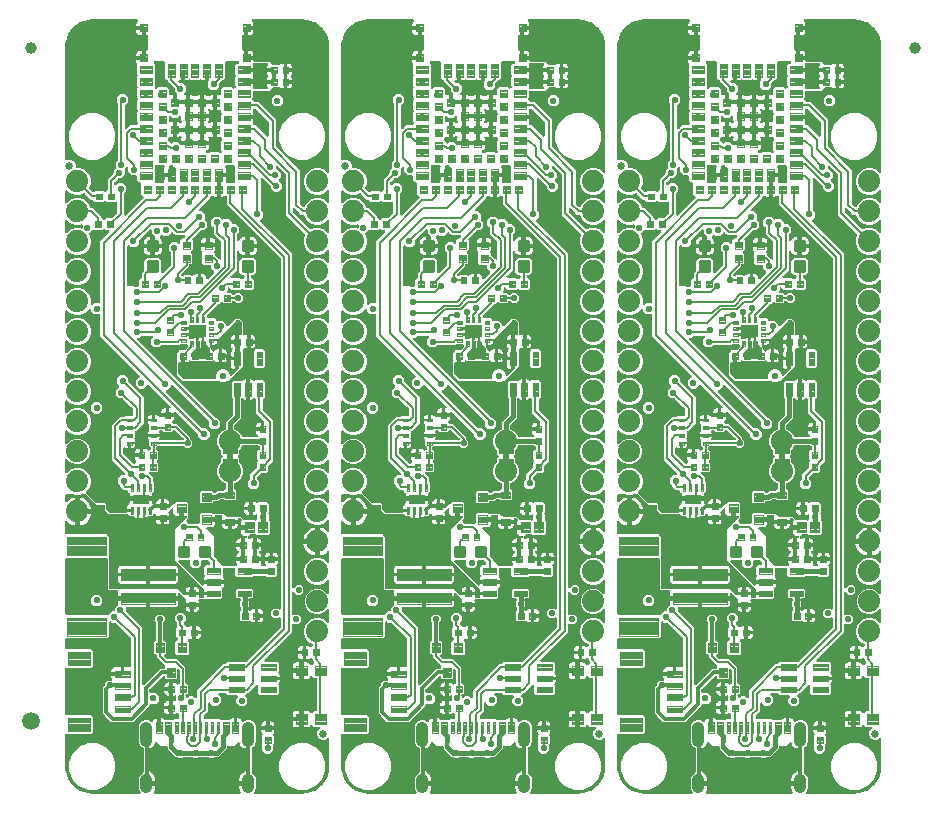
<source format=gtl>
G04 EAGLE Gerber RS-274X export*
G75*
%MOMM*%
%FSLAX34Y34*%
%LPD*%
%INTop Copper*%
%IPPOS*%
%AMOC8*
5,1,8,0,0,1.08239X$1,22.5*%
G01*
%ADD10C,1.879600*%
%ADD11C,0.635000*%
%ADD12C,0.102000*%
%ADD13C,1.000000*%
%ADD14C,0.099000*%
%ADD15C,0.105000*%
%ADD16C,0.100000*%
%ADD17C,0.096000*%
%ADD18C,0.300000*%
%ADD19C,0.104000*%
%ADD20C,0.100800*%
%ADD21C,0.101500*%
%ADD22C,0.101600*%
%ADD23C,1.000000*%
%ADD24C,1.500000*%
%ADD25C,0.554000*%
%ADD26C,0.150000*%
%ADD27C,0.200000*%
%ADD28C,0.380000*%
%ADD29C,0.400000*%
%ADD30C,0.152400*%

G36*
X580456Y83169D02*
X580456Y83169D01*
X580488Y83169D01*
X580593Y83198D01*
X580700Y83220D01*
X580729Y83236D01*
X580760Y83244D01*
X580853Y83301D01*
X580949Y83353D01*
X580972Y83375D01*
X581000Y83392D01*
X581073Y83473D01*
X581151Y83550D01*
X581167Y83578D01*
X581189Y83602D01*
X581236Y83700D01*
X581290Y83795D01*
X581298Y83826D01*
X581312Y83855D01*
X581326Y83945D01*
X581355Y84069D01*
X581353Y84118D01*
X581359Y84160D01*
X581359Y89908D01*
X603952Y112501D01*
X605156Y112501D01*
X605252Y112514D01*
X605348Y112519D01*
X605390Y112534D01*
X605436Y112541D01*
X605523Y112580D01*
X605614Y112612D01*
X605648Y112637D01*
X605693Y112657D01*
X605790Y112740D01*
X605863Y112793D01*
X607320Y114251D01*
X621898Y114251D01*
X621951Y114198D01*
X622002Y114159D01*
X622047Y114113D01*
X622115Y114075D01*
X622177Y114028D01*
X622237Y114006D01*
X622293Y113974D01*
X622368Y113956D01*
X622440Y113929D01*
X622504Y113924D01*
X622567Y113909D01*
X622645Y113913D01*
X622722Y113907D01*
X622784Y113920D01*
X622849Y113923D01*
X622922Y113949D01*
X622998Y113965D01*
X623054Y113995D01*
X623115Y114016D01*
X623172Y114057D01*
X623247Y114097D01*
X623307Y114156D01*
X623364Y114198D01*
X652067Y142900D01*
X652124Y142977D01*
X652189Y143048D01*
X652209Y143089D01*
X652236Y143126D01*
X652270Y143216D01*
X652312Y143302D01*
X652318Y143344D01*
X652335Y143389D01*
X652345Y143517D01*
X652359Y143607D01*
X652359Y150872D01*
X652355Y150904D01*
X652357Y150937D01*
X652335Y151043D01*
X652319Y151152D01*
X652306Y151181D01*
X652300Y151213D01*
X652248Y151309D01*
X652203Y151409D01*
X652182Y151433D01*
X652167Y151462D01*
X652091Y151540D01*
X652020Y151623D01*
X651993Y151641D01*
X651970Y151664D01*
X651875Y151717D01*
X651784Y151777D01*
X651753Y151787D01*
X651725Y151803D01*
X651619Y151828D01*
X651514Y151860D01*
X651482Y151860D01*
X651451Y151868D01*
X651341Y151862D01*
X651232Y151863D01*
X651201Y151855D01*
X651169Y151853D01*
X651066Y151817D01*
X650960Y151788D01*
X650933Y151771D01*
X650902Y151761D01*
X650829Y151707D01*
X650720Y151640D01*
X650688Y151604D01*
X650653Y151579D01*
X650034Y150959D01*
X646686Y150959D01*
X644319Y153326D01*
X644319Y156674D01*
X646686Y159041D01*
X650034Y159041D01*
X650653Y158421D01*
X650679Y158402D01*
X650700Y158377D01*
X650792Y158317D01*
X650879Y158252D01*
X650909Y158240D01*
X650936Y158223D01*
X651041Y158191D01*
X651143Y158152D01*
X651175Y158150D01*
X651206Y158140D01*
X651315Y158139D01*
X651424Y158130D01*
X651456Y158137D01*
X651488Y158137D01*
X651593Y158166D01*
X651700Y158188D01*
X651729Y158203D01*
X651760Y158212D01*
X651853Y158269D01*
X651949Y158320D01*
X651972Y158343D01*
X652000Y158360D01*
X652073Y158441D01*
X652151Y158517D01*
X652167Y158545D01*
X652189Y158569D01*
X652236Y158667D01*
X652290Y158763D01*
X652298Y158794D01*
X652312Y158823D01*
X652326Y158912D01*
X652355Y159037D01*
X652353Y159085D01*
X652359Y159128D01*
X652359Y455343D01*
X652346Y455438D01*
X652341Y455534D01*
X652326Y455577D01*
X652319Y455622D01*
X652280Y455710D01*
X652248Y455801D01*
X652223Y455835D01*
X652203Y455879D01*
X652120Y455977D01*
X652067Y456050D01*
X606659Y501457D01*
X606659Y507400D01*
X606650Y507464D01*
X606651Y507528D01*
X606630Y507603D01*
X606619Y507679D01*
X606593Y507738D01*
X606576Y507800D01*
X606535Y507866D01*
X606503Y507936D01*
X606461Y507985D01*
X606428Y508040D01*
X606370Y508092D01*
X606320Y508150D01*
X606266Y508186D01*
X606218Y508229D01*
X606149Y508262D01*
X606084Y508305D01*
X606022Y508324D01*
X605965Y508352D01*
X605895Y508363D01*
X605814Y508387D01*
X605729Y508388D01*
X605660Y508399D01*
X605623Y508399D01*
X605611Y508411D01*
X605552Y508443D01*
X605499Y508483D01*
X605429Y508509D01*
X605363Y508545D01*
X605298Y508559D01*
X605235Y508582D01*
X605160Y508588D01*
X605087Y508604D01*
X605021Y508599D01*
X604954Y508604D01*
X604881Y508589D01*
X604806Y508583D01*
X604749Y508561D01*
X604678Y508547D01*
X604592Y508501D01*
X604518Y508472D01*
X603818Y508068D01*
X603039Y507859D01*
X601409Y507859D01*
X601409Y513150D01*
X601400Y513213D01*
X601401Y513278D01*
X601380Y513352D01*
X601369Y513429D01*
X601343Y513487D01*
X601326Y513549D01*
X601285Y513615D01*
X601253Y513686D01*
X601211Y513735D01*
X601178Y513789D01*
X601120Y513841D01*
X601070Y513900D01*
X601067Y513902D01*
X601102Y513940D01*
X601160Y513990D01*
X601196Y514044D01*
X601239Y514092D01*
X601272Y514161D01*
X601315Y514226D01*
X601334Y514288D01*
X601362Y514346D01*
X601373Y514415D01*
X601397Y514496D01*
X601398Y514581D01*
X601409Y514650D01*
X601409Y524401D01*
X605701Y524401D01*
X605701Y520400D01*
X605710Y520336D01*
X605709Y520272D01*
X605730Y520197D01*
X605741Y520121D01*
X605767Y520062D01*
X605784Y520000D01*
X605825Y519934D01*
X605857Y519864D01*
X605899Y519815D01*
X605932Y519760D01*
X605990Y519708D01*
X606040Y519650D01*
X606094Y519614D01*
X606142Y519571D01*
X606211Y519538D01*
X606276Y519495D01*
X606338Y519476D01*
X606395Y519448D01*
X606465Y519437D01*
X606546Y519413D01*
X606631Y519412D01*
X606700Y519401D01*
X612725Y519401D01*
X612757Y519405D01*
X612789Y519403D01*
X612896Y519425D01*
X613004Y519441D01*
X613034Y519454D01*
X613065Y519460D01*
X613162Y519512D01*
X613261Y519557D01*
X613286Y519578D01*
X613314Y519593D01*
X613392Y519669D01*
X613475Y519740D01*
X613493Y519767D01*
X613516Y519790D01*
X613570Y519884D01*
X613630Y519976D01*
X613639Y520007D01*
X613655Y520035D01*
X613680Y520141D01*
X613712Y520246D01*
X613713Y520278D01*
X613720Y520309D01*
X613715Y520419D01*
X613716Y520528D01*
X613707Y520559D01*
X613706Y520591D01*
X613670Y520694D01*
X613641Y520800D01*
X613624Y520827D01*
X613613Y520858D01*
X613560Y520931D01*
X613493Y521040D01*
X613457Y521072D01*
X613432Y521107D01*
X613159Y521379D01*
X613159Y529421D01*
X613431Y529693D01*
X613470Y529745D01*
X613516Y529790D01*
X613554Y529857D01*
X613601Y529919D01*
X613623Y529979D01*
X613655Y530035D01*
X613673Y530110D01*
X613700Y530183D01*
X613705Y530247D01*
X613720Y530309D01*
X613716Y530387D01*
X613722Y530464D01*
X613709Y530527D01*
X613706Y530591D01*
X613680Y530664D01*
X613665Y530740D01*
X613634Y530797D01*
X613613Y530858D01*
X613572Y530914D01*
X613532Y530989D01*
X613473Y531050D01*
X613431Y531107D01*
X613159Y531379D01*
X613159Y533965D01*
X613155Y533997D01*
X613157Y534029D01*
X613135Y534136D01*
X613119Y534244D01*
X613106Y534274D01*
X613100Y534305D01*
X613048Y534402D01*
X613003Y534501D01*
X612982Y534526D01*
X612967Y534554D01*
X612891Y534632D01*
X612820Y534715D01*
X612793Y534733D01*
X612770Y534756D01*
X612676Y534810D01*
X612584Y534870D01*
X612553Y534879D01*
X612525Y534895D01*
X612419Y534920D01*
X612314Y534952D01*
X612282Y534953D01*
X612251Y534960D01*
X612141Y534955D01*
X612032Y534956D01*
X612001Y534947D01*
X611969Y534946D01*
X611866Y534910D01*
X611760Y534881D01*
X611733Y534864D01*
X611702Y534853D01*
X611629Y534800D01*
X611520Y534733D01*
X611488Y534697D01*
X611453Y534672D01*
X611181Y534399D01*
X606160Y534399D01*
X606117Y534393D01*
X606074Y534396D01*
X605978Y534373D01*
X605880Y534359D01*
X605841Y534342D01*
X605799Y534332D01*
X605713Y534284D01*
X605624Y534243D01*
X605591Y534215D01*
X605553Y534194D01*
X605484Y534124D01*
X605409Y534060D01*
X605386Y534024D01*
X605356Y533993D01*
X605309Y533906D01*
X605255Y533824D01*
X605242Y533783D01*
X605222Y533745D01*
X605201Y533649D01*
X605172Y533554D01*
X605172Y533511D01*
X605163Y533469D01*
X605170Y533371D01*
X605169Y533272D01*
X605180Y533231D01*
X605183Y533188D01*
X605214Y533108D01*
X605244Y533000D01*
X605276Y532949D01*
X605294Y532900D01*
X605492Y532558D01*
X605701Y531779D01*
X605701Y527899D01*
X600410Y527899D01*
X600347Y527890D01*
X600282Y527891D01*
X600208Y527870D01*
X600131Y527859D01*
X600073Y527833D01*
X600011Y527816D01*
X599945Y527775D01*
X599874Y527743D01*
X599825Y527701D01*
X599771Y527668D01*
X599719Y527610D01*
X599660Y527560D01*
X599625Y527506D01*
X599582Y527458D01*
X599548Y527389D01*
X599505Y527324D01*
X599487Y527262D01*
X599459Y527205D01*
X599448Y527135D01*
X599423Y527054D01*
X599422Y526969D01*
X599411Y526900D01*
X599411Y526399D01*
X598910Y526399D01*
X598846Y526390D01*
X598782Y526391D01*
X598707Y526370D01*
X598631Y526359D01*
X598572Y526333D01*
X598510Y526316D01*
X598444Y526275D01*
X598374Y526243D01*
X598325Y526201D01*
X598270Y526167D01*
X598218Y526110D01*
X598160Y526060D01*
X598124Y526006D01*
X598081Y525958D01*
X598048Y525889D01*
X598005Y525824D01*
X597986Y525762D01*
X597958Y525704D01*
X597947Y525635D01*
X597923Y525554D01*
X597922Y525469D01*
X597911Y525400D01*
X597911Y514650D01*
X597920Y514587D01*
X597919Y514522D01*
X597940Y514448D01*
X597951Y514371D01*
X597977Y514313D01*
X597994Y514251D01*
X598035Y514185D01*
X598067Y514114D01*
X598108Y514065D01*
X598142Y514011D01*
X598200Y513959D01*
X598250Y513900D01*
X598253Y513898D01*
X598218Y513860D01*
X598160Y513810D01*
X598124Y513756D01*
X598081Y513708D01*
X598048Y513639D01*
X598005Y513574D01*
X597986Y513512D01*
X597958Y513454D01*
X597947Y513385D01*
X597923Y513304D01*
X597922Y513219D01*
X597911Y513150D01*
X597911Y507859D01*
X596281Y507859D01*
X595502Y508068D01*
X594802Y508472D01*
X594732Y508500D01*
X594667Y508537D01*
X594602Y508553D01*
X594540Y508577D01*
X594465Y508585D01*
X594392Y508602D01*
X594326Y508599D01*
X594259Y508605D01*
X594186Y508592D01*
X594111Y508588D01*
X594048Y508566D01*
X593982Y508554D01*
X593915Y508520D01*
X593844Y508495D01*
X593795Y508459D01*
X593730Y508427D01*
X593701Y508399D01*
X593660Y508399D01*
X593596Y508390D01*
X593532Y508391D01*
X593457Y508370D01*
X593381Y508359D01*
X593322Y508333D01*
X593260Y508316D01*
X593194Y508275D01*
X593124Y508243D01*
X593075Y508201D01*
X593020Y508168D01*
X592968Y508110D01*
X592910Y508060D01*
X592874Y508006D01*
X592831Y507958D01*
X592798Y507889D01*
X592755Y507824D01*
X592736Y507762D01*
X592708Y507705D01*
X592697Y507635D01*
X592673Y507554D01*
X592672Y507469D01*
X592661Y507400D01*
X592661Y507057D01*
X590610Y505007D01*
X583080Y497477D01*
X583061Y497451D01*
X583036Y497430D01*
X582976Y497338D01*
X582911Y497251D01*
X582900Y497221D01*
X582882Y497194D01*
X582850Y497089D01*
X582811Y496987D01*
X582809Y496955D01*
X582800Y496924D01*
X582798Y496815D01*
X582790Y496706D01*
X582796Y496674D01*
X582796Y496642D01*
X582825Y496537D01*
X582847Y496430D01*
X582862Y496401D01*
X582871Y496370D01*
X582928Y496277D01*
X582980Y496181D01*
X583002Y496158D01*
X583019Y496130D01*
X583100Y496057D01*
X583176Y495979D01*
X583204Y495963D01*
X583228Y495941D01*
X583327Y495894D01*
X583422Y495840D01*
X583453Y495832D01*
X583482Y495818D01*
X583571Y495804D01*
X583696Y495775D01*
X583745Y495777D01*
X583787Y495771D01*
X585336Y495771D01*
X588131Y492976D01*
X588131Y488945D01*
X588122Y488921D01*
X588090Y488865D01*
X588072Y488790D01*
X588045Y488717D01*
X588040Y488653D01*
X588025Y488591D01*
X588029Y488513D01*
X588023Y488436D01*
X588036Y488373D01*
X588039Y488309D01*
X588065Y488236D01*
X588080Y488160D01*
X588111Y488103D01*
X588132Y488042D01*
X588173Y487986D01*
X588213Y487911D01*
X588272Y487850D01*
X588313Y487793D01*
X590131Y485976D01*
X590131Y482024D01*
X587336Y479229D01*
X584893Y479229D01*
X584798Y479216D01*
X584702Y479211D01*
X584659Y479196D01*
X584614Y479189D01*
X584527Y479150D01*
X584436Y479118D01*
X584401Y479093D01*
X584357Y479073D01*
X584260Y478990D01*
X584187Y478937D01*
X577748Y472498D01*
X577709Y472446D01*
X577663Y472401D01*
X577625Y472334D01*
X577578Y472272D01*
X577556Y472212D01*
X577524Y472156D01*
X577506Y472080D01*
X577479Y472008D01*
X577474Y471944D01*
X577459Y471881D01*
X577463Y471804D01*
X577457Y471727D01*
X577470Y471664D01*
X577473Y471600D01*
X577499Y471526D01*
X577515Y471451D01*
X577545Y471394D01*
X577566Y471333D01*
X577607Y471277D01*
X577647Y471202D01*
X577706Y471141D01*
X577748Y471084D01*
X578011Y470821D01*
X578011Y462779D01*
X576722Y461490D01*
X576684Y461439D01*
X576638Y461394D01*
X576600Y461327D01*
X576553Y461265D01*
X576530Y461205D01*
X576499Y461149D01*
X576481Y461073D01*
X576454Y461001D01*
X576449Y460937D01*
X576434Y460874D01*
X576438Y460797D01*
X576432Y460720D01*
X576445Y460657D01*
X576448Y460593D01*
X576473Y460519D01*
X576489Y460444D01*
X576520Y460387D01*
X576541Y460326D01*
X576582Y460270D01*
X576622Y460195D01*
X576681Y460134D01*
X576722Y460077D01*
X577281Y459519D01*
X577281Y452081D01*
X576229Y451029D01*
X575780Y451029D01*
X575716Y451020D01*
X575652Y451021D01*
X575577Y451000D01*
X575501Y450989D01*
X575442Y450963D01*
X575380Y450946D01*
X575314Y450905D01*
X575244Y450873D01*
X575195Y450831D01*
X575140Y450798D01*
X575088Y450740D01*
X575030Y450690D01*
X574994Y450636D01*
X574951Y450588D01*
X574918Y450519D01*
X574875Y450454D01*
X574856Y450392D01*
X574828Y450335D01*
X574817Y450265D01*
X574793Y450184D01*
X574792Y450099D01*
X574781Y450030D01*
X574781Y448759D01*
X568023Y442002D01*
X567966Y441925D01*
X567901Y441854D01*
X567881Y441813D01*
X567854Y441777D01*
X567820Y441686D01*
X567778Y441600D01*
X567772Y441558D01*
X567755Y441513D01*
X567745Y441385D01*
X567731Y441296D01*
X567731Y441281D01*
X567735Y441254D01*
X567733Y441231D01*
X567734Y441228D01*
X567733Y441217D01*
X567755Y441110D01*
X567771Y441002D01*
X567784Y440973D01*
X567790Y440941D01*
X567842Y440845D01*
X567887Y440745D01*
X567908Y440721D01*
X567923Y440692D01*
X567999Y440614D01*
X568070Y440531D01*
X568097Y440513D01*
X568120Y440490D01*
X568215Y440436D01*
X568306Y440377D01*
X568337Y440367D01*
X568365Y440351D01*
X568471Y440326D01*
X568576Y440294D01*
X568608Y440294D01*
X568639Y440286D01*
X568749Y440292D01*
X568858Y440290D01*
X568889Y440299D01*
X568921Y440301D01*
X569024Y440336D01*
X569130Y440366D01*
X569157Y440383D01*
X569188Y440393D01*
X569261Y440446D01*
X569370Y440514D01*
X569402Y440550D01*
X569437Y440575D01*
X570132Y441271D01*
X576588Y441271D01*
X576800Y441058D01*
X576843Y441026D01*
X576880Y440987D01*
X576955Y440942D01*
X577026Y440889D01*
X577076Y440870D01*
X577122Y440842D01*
X577207Y440820D01*
X577290Y440789D01*
X577343Y440785D01*
X577395Y440772D01*
X577483Y440774D01*
X577571Y440768D01*
X577623Y440778D01*
X577677Y440780D01*
X577761Y440807D01*
X577847Y440825D01*
X577894Y440850D01*
X577945Y440867D01*
X578018Y440916D01*
X578096Y440958D01*
X578134Y440995D01*
X578179Y441025D01*
X578228Y441086D01*
X578298Y441154D01*
X578334Y441217D01*
X578372Y441265D01*
X578429Y441363D01*
X578997Y441931D01*
X579692Y442333D01*
X580468Y442541D01*
X581861Y442541D01*
X581861Y437500D01*
X581870Y437437D01*
X581869Y437372D01*
X581890Y437298D01*
X581901Y437221D01*
X581927Y437163D01*
X581944Y437101D01*
X581985Y437035D01*
X582017Y436964D01*
X582058Y436915D01*
X582092Y436861D01*
X582150Y436809D01*
X582200Y436750D01*
X582254Y436715D01*
X582302Y436672D01*
X582371Y436638D01*
X582436Y436595D01*
X582498Y436577D01*
X582555Y436549D01*
X582625Y436538D01*
X582706Y436513D01*
X582791Y436512D01*
X582860Y436501D01*
X583860Y436501D01*
X583924Y436510D01*
X583988Y436509D01*
X584063Y436530D01*
X584139Y436541D01*
X584198Y436567D01*
X584260Y436584D01*
X584326Y436625D01*
X584396Y436657D01*
X584445Y436699D01*
X584500Y436733D01*
X584552Y436790D01*
X584610Y436840D01*
X584646Y436894D01*
X584689Y436942D01*
X584722Y437011D01*
X584765Y437076D01*
X584784Y437138D01*
X584812Y437196D01*
X584823Y437265D01*
X584847Y437346D01*
X584848Y437431D01*
X584859Y437500D01*
X584859Y442541D01*
X586252Y442541D01*
X587028Y442333D01*
X587723Y441931D01*
X588291Y441363D01*
X588693Y440668D01*
X588901Y439892D01*
X588901Y438678D01*
X588905Y438646D01*
X588903Y438614D01*
X588925Y438507D01*
X588941Y438399D01*
X588954Y438369D01*
X588960Y438338D01*
X589012Y438241D01*
X589057Y438142D01*
X589078Y438117D01*
X589093Y438089D01*
X589169Y438010D01*
X589240Y437928D01*
X589267Y437910D01*
X589290Y437887D01*
X589385Y437833D01*
X589476Y437773D01*
X589507Y437764D01*
X589535Y437748D01*
X589642Y437723D01*
X589746Y437691D01*
X589778Y437690D01*
X589809Y437683D01*
X589919Y437688D01*
X590028Y437687D01*
X590059Y437696D01*
X590091Y437697D01*
X590194Y437733D01*
X590300Y437762D01*
X590327Y437779D01*
X590358Y437790D01*
X590431Y437843D01*
X590540Y437910D01*
X590572Y437946D01*
X590607Y437971D01*
X595918Y443282D01*
X595956Y443334D01*
X596002Y443379D01*
X596040Y443446D01*
X596087Y443508D01*
X596110Y443568D01*
X596141Y443624D01*
X596159Y443699D01*
X596186Y443772D01*
X596191Y443836D01*
X596206Y443899D01*
X596202Y443976D01*
X596208Y444053D01*
X596195Y444116D01*
X596192Y444180D01*
X596166Y444253D01*
X596151Y444329D01*
X596120Y444386D01*
X596099Y444447D01*
X596058Y444503D01*
X596018Y444578D01*
X595959Y444639D01*
X595918Y444696D01*
X593589Y447024D01*
X593589Y449300D01*
X593580Y449364D01*
X593581Y449428D01*
X593560Y449503D01*
X593549Y449579D01*
X593523Y449638D01*
X593506Y449700D01*
X593465Y449766D01*
X593433Y449836D01*
X593391Y449885D01*
X593358Y449940D01*
X593300Y449992D01*
X593250Y450050D01*
X593196Y450086D01*
X593148Y450129D01*
X593079Y450162D01*
X593014Y450205D01*
X592952Y450224D01*
X592895Y450252D01*
X592825Y450263D01*
X592744Y450287D01*
X592659Y450288D01*
X592590Y450299D01*
X586789Y450299D01*
X585309Y451779D01*
X585309Y459821D01*
X585700Y460212D01*
X585738Y460263D01*
X585784Y460308D01*
X585822Y460375D01*
X585869Y460437D01*
X585892Y460497D01*
X585923Y460553D01*
X585941Y460629D01*
X585968Y460701D01*
X585973Y460765D01*
X585988Y460828D01*
X585984Y460905D01*
X585990Y460982D01*
X585977Y461045D01*
X585974Y461109D01*
X585949Y461182D01*
X585933Y461258D01*
X585902Y461315D01*
X585881Y461376D01*
X585840Y461433D01*
X585800Y461507D01*
X585741Y461568D01*
X585700Y461625D01*
X585382Y461943D01*
X584978Y462642D01*
X584769Y463421D01*
X584769Y465051D01*
X590060Y465051D01*
X590123Y465060D01*
X590188Y465059D01*
X590262Y465080D01*
X590339Y465091D01*
X590397Y465117D01*
X590459Y465134D01*
X590525Y465175D01*
X590596Y465207D01*
X590645Y465248D01*
X590699Y465282D01*
X590751Y465340D01*
X590810Y465390D01*
X590812Y465393D01*
X590850Y465358D01*
X590900Y465300D01*
X590954Y465264D01*
X591002Y465221D01*
X591071Y465188D01*
X591136Y465145D01*
X591198Y465126D01*
X591256Y465098D01*
X591325Y465087D01*
X591406Y465063D01*
X591491Y465062D01*
X591560Y465051D01*
X596851Y465051D01*
X596851Y463421D01*
X596642Y462642D01*
X596238Y461943D01*
X595920Y461625D01*
X595882Y461573D01*
X595836Y461529D01*
X595798Y461461D01*
X595751Y461399D01*
X595728Y461339D01*
X595697Y461283D01*
X595679Y461208D01*
X595652Y461135D01*
X595647Y461071D01*
X595632Y461009D01*
X595636Y460931D01*
X595630Y460854D01*
X595643Y460791D01*
X595646Y460727D01*
X595671Y460654D01*
X595687Y460578D01*
X595718Y460521D01*
X595739Y460461D01*
X595780Y460404D01*
X595820Y460329D01*
X595879Y460268D01*
X595920Y460212D01*
X596311Y459821D01*
X596311Y459353D01*
X596324Y459258D01*
X596329Y459162D01*
X596344Y459119D01*
X596351Y459074D01*
X596390Y458987D01*
X596422Y458896D01*
X596447Y458861D01*
X596467Y458817D01*
X596550Y458720D01*
X596603Y458647D01*
X600363Y454887D01*
X600389Y454867D01*
X600410Y454843D01*
X600502Y454783D01*
X600589Y454717D01*
X600619Y454706D01*
X600646Y454688D01*
X600751Y454656D01*
X600853Y454618D01*
X600885Y454615D01*
X600916Y454606D01*
X601025Y454605D01*
X601134Y454596D01*
X601166Y454603D01*
X601198Y454602D01*
X601303Y454631D01*
X601410Y454654D01*
X601439Y454669D01*
X601470Y454677D01*
X601563Y454735D01*
X601659Y454786D01*
X601682Y454809D01*
X601710Y454826D01*
X601783Y454907D01*
X601861Y454983D01*
X601877Y455011D01*
X601899Y455035D01*
X601946Y455133D01*
X602000Y455228D01*
X602008Y455260D01*
X602022Y455289D01*
X602036Y455378D01*
X602065Y455503D01*
X602063Y455551D01*
X602069Y455593D01*
X602069Y469447D01*
X602056Y469542D01*
X602051Y469638D01*
X602036Y469681D01*
X602029Y469726D01*
X601990Y469813D01*
X601958Y469904D01*
X601933Y469939D01*
X601913Y469983D01*
X601830Y470080D01*
X601777Y470153D01*
X597513Y474417D01*
X595609Y476321D01*
X595609Y481590D01*
X595596Y481685D01*
X595591Y481781D01*
X595576Y481824D01*
X595569Y481869D01*
X595530Y481957D01*
X595498Y482048D01*
X595473Y482082D01*
X595453Y482126D01*
X595370Y482223D01*
X595317Y482297D01*
X593589Y484024D01*
X593589Y487976D01*
X596384Y490771D01*
X600336Y490771D01*
X602469Y488638D01*
X602520Y488599D01*
X602565Y488553D01*
X602633Y488515D01*
X602694Y488469D01*
X602754Y488446D01*
X602810Y488414D01*
X602886Y488397D01*
X602958Y488369D01*
X603022Y488364D01*
X603085Y488349D01*
X603162Y488353D01*
X603239Y488347D01*
X603302Y488360D01*
X603367Y488364D01*
X603440Y488389D01*
X603516Y488405D01*
X603572Y488435D01*
X603633Y488456D01*
X603690Y488498D01*
X603765Y488537D01*
X603825Y488597D01*
X603882Y488638D01*
X604199Y488955D01*
X608152Y488955D01*
X610946Y486161D01*
X610946Y485770D01*
X610955Y485706D01*
X610954Y485642D01*
X610975Y485567D01*
X610986Y485491D01*
X611012Y485432D01*
X611030Y485370D01*
X611070Y485304D01*
X611102Y485234D01*
X611144Y485185D01*
X611178Y485130D01*
X611235Y485078D01*
X611286Y485020D01*
X611339Y484984D01*
X611387Y484941D01*
X611457Y484908D01*
X611522Y484865D01*
X611583Y484846D01*
X611641Y484818D01*
X611710Y484807D01*
X611791Y484783D01*
X611876Y484782D01*
X611945Y484771D01*
X614336Y484771D01*
X617131Y481976D01*
X617131Y478024D01*
X615403Y476297D01*
X615346Y476220D01*
X615281Y476148D01*
X615261Y476107D01*
X615234Y476071D01*
X615200Y475981D01*
X615158Y475895D01*
X615152Y475853D01*
X615135Y475807D01*
X615125Y475679D01*
X615111Y475590D01*
X615111Y471416D01*
X615112Y471405D01*
X615111Y471394D01*
X615132Y471265D01*
X615151Y471136D01*
X615155Y471127D01*
X615157Y471116D01*
X615213Y470998D01*
X615267Y470879D01*
X615274Y470871D01*
X615278Y470861D01*
X615365Y470764D01*
X615450Y470665D01*
X615459Y470659D01*
X615466Y470651D01*
X615577Y470582D01*
X615686Y470511D01*
X615696Y470508D01*
X615706Y470502D01*
X615831Y470466D01*
X615956Y470428D01*
X615967Y470428D01*
X615977Y470425D01*
X616108Y470426D01*
X616238Y470425D01*
X616248Y470427D01*
X616259Y470428D01*
X616384Y470465D01*
X616510Y470500D01*
X616519Y470505D01*
X616529Y470509D01*
X616638Y470579D01*
X616750Y470648D01*
X616757Y470656D01*
X616766Y470662D01*
X616851Y470760D01*
X616939Y470857D01*
X616943Y470867D01*
X616950Y470875D01*
X616983Y470949D01*
X617062Y471111D01*
X617065Y471135D01*
X617075Y471157D01*
X617095Y471230D01*
X617627Y472151D01*
X618379Y472903D01*
X619300Y473435D01*
X620328Y473711D01*
X622361Y473711D01*
X622361Y467170D01*
X622370Y467106D01*
X622369Y467042D01*
X622390Y466968D01*
X622401Y466891D01*
X622427Y466832D01*
X622444Y466770D01*
X622485Y466704D01*
X622517Y466634D01*
X622559Y466585D01*
X622592Y466530D01*
X622650Y466479D01*
X622700Y466420D01*
X622754Y466384D01*
X622802Y466341D01*
X622871Y466308D01*
X622936Y466265D01*
X622998Y466246D01*
X623055Y466218D01*
X623125Y466208D01*
X623206Y466183D01*
X623291Y466182D01*
X623360Y466171D01*
X624361Y466171D01*
X624361Y466169D01*
X623360Y466169D01*
X623296Y466160D01*
X623232Y466161D01*
X623157Y466140D01*
X623081Y466129D01*
X623022Y466103D01*
X622960Y466086D01*
X622894Y466045D01*
X622824Y466013D01*
X622775Y465971D01*
X622720Y465938D01*
X622668Y465880D01*
X622610Y465830D01*
X622574Y465776D01*
X622531Y465728D01*
X622498Y465659D01*
X622455Y465594D01*
X622436Y465532D01*
X622408Y465474D01*
X622398Y465405D01*
X622373Y465324D01*
X622372Y465239D01*
X622361Y465170D01*
X622361Y458629D01*
X620328Y458629D01*
X619300Y458905D01*
X618379Y459437D01*
X617627Y460189D01*
X617095Y461110D01*
X617075Y461183D01*
X617071Y461193D01*
X617069Y461204D01*
X617016Y461322D01*
X616965Y461442D01*
X616958Y461451D01*
X616953Y461461D01*
X616869Y461559D01*
X616786Y461660D01*
X616777Y461667D01*
X616770Y461675D01*
X616660Y461746D01*
X616553Y461820D01*
X616543Y461823D01*
X616534Y461829D01*
X616409Y461867D01*
X616285Y461908D01*
X616274Y461909D01*
X616264Y461912D01*
X616134Y461913D01*
X616003Y461918D01*
X615993Y461915D01*
X615982Y461915D01*
X615857Y461881D01*
X615730Y461849D01*
X615721Y461843D01*
X615710Y461840D01*
X615599Y461772D01*
X615487Y461706D01*
X615480Y461698D01*
X615470Y461692D01*
X615383Y461596D01*
X615293Y461500D01*
X615289Y461491D01*
X615281Y461483D01*
X615225Y461366D01*
X615165Y461249D01*
X615163Y461239D01*
X615158Y461229D01*
X615146Y461150D01*
X615112Y460972D01*
X615114Y460948D01*
X615111Y460924D01*
X615111Y445961D01*
X609857Y440707D01*
X609837Y440681D01*
X609813Y440660D01*
X609753Y440568D01*
X609687Y440481D01*
X609676Y440451D01*
X609658Y440424D01*
X609626Y440319D01*
X609588Y440217D01*
X609585Y440185D01*
X609576Y440154D01*
X609575Y440045D01*
X609566Y439936D01*
X609573Y439904D01*
X609572Y439872D01*
X609601Y439767D01*
X609624Y439660D01*
X609639Y439631D01*
X609647Y439600D01*
X609705Y439507D01*
X609756Y439411D01*
X609779Y439388D01*
X609796Y439360D01*
X609877Y439287D01*
X609953Y439209D01*
X609981Y439193D01*
X610005Y439171D01*
X610103Y439124D01*
X610198Y439070D01*
X610230Y439062D01*
X610259Y439048D01*
X610348Y439034D01*
X610473Y439005D01*
X610521Y439007D01*
X610563Y439001D01*
X617890Y439001D01*
X618653Y438237D01*
X618705Y438199D01*
X618750Y438153D01*
X618817Y438114D01*
X618879Y438068D01*
X618939Y438045D01*
X618995Y438014D01*
X619070Y437996D01*
X619143Y437968D01*
X619207Y437964D01*
X619270Y437949D01*
X619347Y437953D01*
X619424Y437947D01*
X619487Y437960D01*
X619551Y437963D01*
X619624Y437988D01*
X619700Y438004D01*
X619757Y438034D01*
X619818Y438056D01*
X619874Y438097D01*
X619949Y438137D01*
X620010Y438196D01*
X620067Y438237D01*
X620867Y439037D01*
X620889Y439041D01*
X620948Y439067D01*
X621010Y439084D01*
X621076Y439125D01*
X621146Y439157D01*
X621195Y439199D01*
X621250Y439232D01*
X621302Y439290D01*
X621360Y439340D01*
X621396Y439394D01*
X621439Y439442D01*
X621472Y439511D01*
X621515Y439576D01*
X621534Y439638D01*
X621562Y439695D01*
X621573Y439765D01*
X621597Y439846D01*
X621598Y439931D01*
X621609Y440000D01*
X621609Y440630D01*
X621600Y440694D01*
X621601Y440758D01*
X621580Y440833D01*
X621569Y440909D01*
X621543Y440968D01*
X621526Y441030D01*
X621485Y441096D01*
X621453Y441166D01*
X621411Y441215D01*
X621378Y441270D01*
X621320Y441322D01*
X621270Y441380D01*
X621216Y441416D01*
X621168Y441459D01*
X621099Y441492D01*
X621034Y441535D01*
X620972Y441554D01*
X620915Y441582D01*
X620845Y441593D01*
X620764Y441617D01*
X620679Y441618D01*
X620610Y441629D01*
X619410Y441629D01*
X617359Y443680D01*
X617359Y453580D01*
X619410Y455631D01*
X629310Y455631D01*
X631361Y453580D01*
X631361Y443680D01*
X629310Y441629D01*
X628110Y441629D01*
X628046Y441620D01*
X627982Y441621D01*
X627907Y441600D01*
X627831Y441589D01*
X627772Y441563D01*
X627710Y441546D01*
X627644Y441505D01*
X627574Y441473D01*
X627525Y441431D01*
X627470Y441398D01*
X627418Y441340D01*
X627360Y441290D01*
X627324Y441236D01*
X627281Y441188D01*
X627248Y441119D01*
X627205Y441054D01*
X627186Y440992D01*
X627158Y440935D01*
X627147Y440865D01*
X627123Y440784D01*
X627122Y440699D01*
X627111Y440630D01*
X627111Y440000D01*
X627120Y439936D01*
X627119Y439872D01*
X627140Y439797D01*
X627151Y439721D01*
X627177Y439662D01*
X627194Y439600D01*
X627235Y439534D01*
X627267Y439464D01*
X627309Y439415D01*
X627342Y439360D01*
X627400Y439308D01*
X627450Y439250D01*
X627504Y439214D01*
X627552Y439171D01*
X627621Y439138D01*
X627686Y439095D01*
X627748Y439076D01*
X627805Y439048D01*
X627849Y439041D01*
X629361Y437530D01*
X629361Y430470D01*
X627890Y428999D01*
X620830Y428999D01*
X620067Y429763D01*
X620015Y429801D01*
X619970Y429847D01*
X619903Y429886D01*
X619841Y429932D01*
X619781Y429955D01*
X619725Y429986D01*
X619650Y430004D01*
X619577Y430032D01*
X619513Y430036D01*
X619451Y430051D01*
X619373Y430047D01*
X619296Y430053D01*
X619233Y430040D01*
X619169Y430037D01*
X619096Y430012D01*
X619020Y429996D01*
X618963Y429966D01*
X618902Y429944D01*
X618846Y429903D01*
X618771Y429863D01*
X618710Y429804D01*
X618653Y429763D01*
X617890Y428999D01*
X610830Y428999D01*
X609081Y430749D01*
X609055Y430768D01*
X609034Y430792D01*
X608942Y430853D01*
X608855Y430918D01*
X608825Y430929D01*
X608798Y430947D01*
X608693Y430979D01*
X608591Y431017D01*
X608559Y431020D01*
X608528Y431029D01*
X608419Y431031D01*
X608310Y431039D01*
X608278Y431033D01*
X608246Y431033D01*
X608141Y431004D01*
X608034Y430982D01*
X608006Y430967D01*
X607974Y430958D01*
X607881Y430900D01*
X607785Y430849D01*
X607762Y430827D01*
X607734Y430810D01*
X607661Y430729D01*
X607583Y430652D01*
X607567Y430624D01*
X607545Y430600D01*
X607498Y430502D01*
X607444Y430407D01*
X607436Y430376D01*
X607422Y430347D01*
X607408Y430257D01*
X607379Y430133D01*
X607381Y430084D01*
X607375Y430042D01*
X607375Y428594D01*
X606758Y427977D01*
X606738Y427951D01*
X606714Y427930D01*
X606654Y427838D01*
X606588Y427751D01*
X606577Y427721D01*
X606559Y427694D01*
X606527Y427589D01*
X606489Y427487D01*
X606486Y427455D01*
X606477Y427424D01*
X606475Y427315D01*
X606467Y427206D01*
X606473Y427174D01*
X606473Y427142D01*
X606502Y427037D01*
X606524Y426930D01*
X606540Y426901D01*
X606548Y426870D01*
X606606Y426777D01*
X606657Y426681D01*
X606679Y426658D01*
X606696Y426630D01*
X606777Y426557D01*
X606854Y426479D01*
X606882Y426463D01*
X606906Y426441D01*
X607004Y426394D01*
X607099Y426340D01*
X607131Y426332D01*
X607159Y426318D01*
X607249Y426304D01*
X607374Y426275D01*
X607422Y426277D01*
X607464Y426271D01*
X610088Y426271D01*
X611138Y425221D01*
X611140Y425206D01*
X611139Y425142D01*
X611160Y425067D01*
X611171Y424991D01*
X611197Y424932D01*
X611214Y424870D01*
X611255Y424804D01*
X611287Y424734D01*
X611329Y424685D01*
X611362Y424630D01*
X611420Y424578D01*
X611470Y424520D01*
X611524Y424484D01*
X611572Y424441D01*
X611641Y424408D01*
X611706Y424365D01*
X611768Y424346D01*
X611825Y424318D01*
X611895Y424307D01*
X611976Y424283D01*
X612061Y424282D01*
X612130Y424271D01*
X612502Y424271D01*
X612597Y424284D01*
X612694Y424289D01*
X612737Y424304D01*
X612782Y424311D01*
X612869Y424350D01*
X612960Y424382D01*
X612994Y424407D01*
X613039Y424427D01*
X613136Y424510D01*
X613209Y424563D01*
X614686Y426041D01*
X618034Y426041D01*
X620401Y423674D01*
X620401Y420326D01*
X618034Y417959D01*
X614686Y417959D01*
X613209Y419437D01*
X613132Y419494D01*
X613061Y419559D01*
X613020Y419579D01*
X612983Y419606D01*
X612893Y419640D01*
X612807Y419682D01*
X612765Y419688D01*
X612719Y419705D01*
X612592Y419715D01*
X612502Y419729D01*
X612130Y419729D01*
X612066Y419720D01*
X612002Y419721D01*
X611927Y419700D01*
X611851Y419689D01*
X611792Y419663D01*
X611730Y419646D01*
X611664Y419605D01*
X611594Y419573D01*
X611545Y419531D01*
X611490Y419498D01*
X611438Y419440D01*
X611380Y419390D01*
X611344Y419336D01*
X611301Y419288D01*
X611268Y419219D01*
X611225Y419154D01*
X611206Y419092D01*
X611178Y419035D01*
X611167Y418965D01*
X611143Y418884D01*
X611142Y418799D01*
X611139Y418780D01*
X610088Y417729D01*
X603632Y417729D01*
X603083Y418279D01*
X603031Y418317D01*
X602987Y418364D01*
X602919Y418402D01*
X602857Y418448D01*
X602797Y418471D01*
X602741Y418503D01*
X602666Y418520D01*
X602593Y418548D01*
X602529Y418553D01*
X602467Y418567D01*
X602389Y418564D01*
X602312Y418570D01*
X602249Y418556D01*
X602185Y418553D01*
X602112Y418528D01*
X602036Y418512D01*
X601979Y418482D01*
X601919Y418461D01*
X601862Y418419D01*
X601787Y418379D01*
X601726Y418320D01*
X601670Y418279D01*
X600390Y416999D01*
X600263Y416999D01*
X600168Y416986D01*
X600072Y416981D01*
X600029Y416966D01*
X599984Y416959D01*
X599897Y416920D01*
X599806Y416888D01*
X599771Y416863D01*
X599727Y416843D01*
X599630Y416760D01*
X599557Y416707D01*
X590453Y407603D01*
X590396Y407527D01*
X590331Y407455D01*
X590311Y407414D01*
X590284Y407378D01*
X590250Y407288D01*
X590208Y407201D01*
X590202Y407159D01*
X590185Y407114D01*
X590175Y406986D01*
X590161Y406897D01*
X590161Y405700D01*
X590170Y405636D01*
X590169Y405572D01*
X590190Y405497D01*
X590201Y405421D01*
X590227Y405362D01*
X590244Y405300D01*
X590285Y405234D01*
X590317Y405164D01*
X590359Y405115D01*
X590392Y405060D01*
X590450Y405008D01*
X590500Y404950D01*
X590554Y404914D01*
X590602Y404871D01*
X590671Y404838D01*
X590736Y404795D01*
X590798Y404776D01*
X590855Y404748D01*
X590925Y404737D01*
X591006Y404713D01*
X591091Y404712D01*
X591160Y404701D01*
X596215Y404701D01*
X597738Y403177D01*
X597739Y403176D01*
X597745Y403145D01*
X597797Y403048D01*
X597842Y402949D01*
X597863Y402924D01*
X597878Y402896D01*
X597954Y402817D01*
X598025Y402735D01*
X598052Y402717D01*
X598075Y402694D01*
X598170Y402640D01*
X598261Y402580D01*
X598292Y402571D01*
X598320Y402555D01*
X598426Y402530D01*
X598531Y402498D01*
X598563Y402497D01*
X598595Y402490D01*
X598704Y402495D01*
X598813Y402494D01*
X598844Y402503D01*
X598876Y402504D01*
X598979Y402540D01*
X599085Y402569D01*
X599112Y402586D01*
X599143Y402597D01*
X599216Y402650D01*
X599325Y402717D01*
X599357Y402753D01*
X599381Y402771D01*
X603336Y402771D01*
X606131Y399976D01*
X606131Y399041D01*
X606135Y399009D01*
X606133Y398977D01*
X606155Y398870D01*
X606171Y398762D01*
X606184Y398732D01*
X606190Y398701D01*
X606242Y398604D01*
X606287Y398505D01*
X606308Y398480D01*
X606323Y398452D01*
X606399Y398374D01*
X606470Y398290D01*
X606497Y398273D01*
X606520Y398250D01*
X606615Y398196D01*
X606706Y398136D01*
X606737Y398127D01*
X606765Y398111D01*
X606872Y398085D01*
X606976Y398054D01*
X607008Y398053D01*
X607039Y398046D01*
X607149Y398051D01*
X607258Y398050D01*
X607289Y398058D01*
X607321Y398060D01*
X607424Y398096D01*
X607530Y398125D01*
X607557Y398142D01*
X607588Y398153D01*
X607661Y398206D01*
X607770Y398273D01*
X607802Y398309D01*
X607837Y398334D01*
X612447Y402944D01*
X613923Y404421D01*
X617997Y404421D01*
X620681Y401737D01*
X620681Y391364D01*
X620688Y391311D01*
X620686Y391257D01*
X620708Y391172D01*
X620721Y391085D01*
X620743Y391036D01*
X620756Y390984D01*
X620801Y390908D01*
X620837Y390828D01*
X620872Y390787D01*
X620899Y390741D01*
X620963Y390680D01*
X621020Y390614D01*
X621065Y390584D01*
X621104Y390547D01*
X621182Y390507D01*
X621256Y390459D01*
X621307Y390443D01*
X621355Y390419D01*
X621442Y390402D01*
X621526Y390377D01*
X621579Y390376D01*
X621632Y390366D01*
X621710Y390374D01*
X621808Y390373D01*
X621878Y390392D01*
X621939Y390399D01*
X622468Y390541D01*
X623861Y390541D01*
X623861Y385500D01*
X623870Y385437D01*
X623869Y385372D01*
X623890Y385298D01*
X623901Y385221D01*
X623927Y385163D01*
X623944Y385101D01*
X623985Y385035D01*
X624002Y384997D01*
X623998Y384989D01*
X623955Y384924D01*
X623936Y384862D01*
X623908Y384804D01*
X623897Y384735D01*
X623873Y384654D01*
X623872Y384569D01*
X623861Y384500D01*
X623861Y379459D01*
X622468Y379459D01*
X621939Y379601D01*
X621885Y379608D01*
X621834Y379623D01*
X621746Y379624D01*
X621659Y379635D01*
X621606Y379626D01*
X621552Y379627D01*
X621467Y379604D01*
X621380Y379589D01*
X621332Y379566D01*
X621280Y379552D01*
X621205Y379506D01*
X621126Y379468D01*
X621086Y379432D01*
X621040Y379404D01*
X620981Y379338D01*
X620916Y379280D01*
X620887Y379234D01*
X620851Y379194D01*
X620813Y379115D01*
X620766Y379040D01*
X620752Y378989D01*
X620728Y378941D01*
X620716Y378863D01*
X620690Y378769D01*
X620690Y378697D01*
X620681Y378636D01*
X620681Y364463D01*
X608197Y351979D01*
X606500Y351979D01*
X606405Y351966D01*
X606309Y351961D01*
X606266Y351946D01*
X606221Y351939D01*
X606133Y351900D01*
X606042Y351868D01*
X606008Y351843D01*
X605964Y351823D01*
X605867Y351740D01*
X605793Y351687D01*
X605336Y351229D01*
X601384Y351229D01*
X600927Y351687D01*
X600850Y351744D01*
X600778Y351809D01*
X600737Y351829D01*
X600701Y351856D01*
X600611Y351890D01*
X600525Y351932D01*
X600483Y351938D01*
X600437Y351955D01*
X600309Y351965D01*
X600220Y351979D01*
X596711Y351979D01*
X596616Y351966D01*
X596520Y351961D01*
X596477Y351946D01*
X596432Y351939D01*
X596344Y351900D01*
X596285Y351879D01*
X569523Y351879D01*
X564339Y357063D01*
X564339Y375737D01*
X565815Y377213D01*
X565816Y377213D01*
X566523Y377921D01*
X570656Y377921D01*
X570751Y377934D01*
X570847Y377939D01*
X570890Y377954D01*
X570935Y377961D01*
X571022Y378000D01*
X571113Y378032D01*
X571148Y378057D01*
X571192Y378077D01*
X571289Y378160D01*
X571362Y378213D01*
X573597Y380448D01*
X573608Y380464D01*
X573615Y380470D01*
X573633Y380496D01*
X573654Y380525D01*
X573719Y380596D01*
X573739Y380637D01*
X573766Y380673D01*
X573800Y380764D01*
X573842Y380850D01*
X573848Y380892D01*
X573865Y380937D01*
X573875Y381065D01*
X573889Y381154D01*
X573889Y381700D01*
X573880Y381764D01*
X573881Y381828D01*
X573860Y381903D01*
X573849Y381979D01*
X573823Y382038D01*
X573806Y382100D01*
X573765Y382166D01*
X573733Y382236D01*
X573691Y382285D01*
X573658Y382340D01*
X573600Y382392D01*
X573550Y382450D01*
X573496Y382486D01*
X573448Y382529D01*
X573379Y382562D01*
X573314Y382605D01*
X573252Y382624D01*
X573195Y382652D01*
X573125Y382663D01*
X573044Y382687D01*
X572959Y382688D01*
X572890Y382699D01*
X567363Y382699D01*
X567268Y382686D01*
X567172Y382681D01*
X567129Y382666D01*
X567084Y382659D01*
X566997Y382620D01*
X566906Y382588D01*
X566871Y382563D01*
X566827Y382543D01*
X566730Y382460D01*
X566657Y382407D01*
X566499Y382249D01*
X551770Y382249D01*
X551675Y382236D01*
X551579Y382231D01*
X551536Y382216D01*
X551491Y382209D01*
X551403Y382170D01*
X551312Y382138D01*
X551278Y382113D01*
X551234Y382093D01*
X551137Y382010D01*
X551063Y381957D01*
X549336Y380229D01*
X545384Y380229D01*
X542589Y383024D01*
X542589Y386976D01*
X544157Y388543D01*
X544176Y388569D01*
X544200Y388590D01*
X544261Y388682D01*
X544326Y388769D01*
X544337Y388799D01*
X544355Y388826D01*
X544387Y388931D01*
X544425Y389033D01*
X544428Y389065D01*
X544437Y389096D01*
X544439Y389205D01*
X544447Y389314D01*
X544441Y389346D01*
X544441Y389378D01*
X544412Y389483D01*
X544390Y389590D01*
X544375Y389619D01*
X544366Y389650D01*
X544308Y389743D01*
X544257Y389839D01*
X544235Y389862D01*
X544218Y389890D01*
X544137Y389963D01*
X544060Y390041D01*
X544032Y390057D01*
X544008Y390079D01*
X543910Y390126D01*
X543815Y390180D01*
X543784Y390188D01*
X543755Y390202D01*
X543665Y390216D01*
X543541Y390245D01*
X543492Y390243D01*
X543450Y390249D01*
X534770Y390249D01*
X534675Y390236D01*
X534579Y390231D01*
X534536Y390216D01*
X534491Y390209D01*
X534403Y390170D01*
X534312Y390138D01*
X534278Y390113D01*
X534234Y390093D01*
X534137Y390010D01*
X534063Y389957D01*
X532336Y388229D01*
X531787Y388229D01*
X531755Y388225D01*
X531723Y388227D01*
X531616Y388205D01*
X531508Y388189D01*
X531478Y388176D01*
X531447Y388170D01*
X531350Y388118D01*
X531251Y388073D01*
X531226Y388052D01*
X531198Y388037D01*
X531119Y387961D01*
X531036Y387890D01*
X531019Y387863D01*
X530996Y387840D01*
X530942Y387745D01*
X530882Y387654D01*
X530872Y387623D01*
X530857Y387595D01*
X530831Y387488D01*
X530800Y387384D01*
X530799Y387352D01*
X530792Y387321D01*
X530797Y387211D01*
X530796Y387102D01*
X530804Y387071D01*
X530806Y387039D01*
X530842Y386936D01*
X530871Y386830D01*
X530888Y386803D01*
X530898Y386772D01*
X530952Y386699D01*
X531019Y386590D01*
X531055Y386558D01*
X531080Y386523D01*
X596540Y321063D01*
X596617Y321006D01*
X596688Y320941D01*
X596729Y320921D01*
X596766Y320894D01*
X596856Y320860D01*
X596942Y320818D01*
X596984Y320812D01*
X597030Y320795D01*
X597157Y320785D01*
X597247Y320771D01*
X598336Y320771D01*
X601131Y317976D01*
X601131Y314024D01*
X598336Y311229D01*
X594384Y311229D01*
X591589Y314024D01*
X591589Y317113D01*
X591576Y317208D01*
X591571Y317304D01*
X591556Y317347D01*
X591549Y317392D01*
X591510Y317480D01*
X591478Y317571D01*
X591453Y317605D01*
X591433Y317649D01*
X591350Y317747D01*
X591297Y317820D01*
X560837Y348280D01*
X560811Y348299D01*
X560790Y348324D01*
X560698Y348384D01*
X560611Y348449D01*
X560581Y348460D01*
X560554Y348478D01*
X560449Y348510D01*
X560347Y348549D01*
X560315Y348551D01*
X560284Y348560D01*
X560175Y348562D01*
X560066Y348570D01*
X560034Y348564D01*
X560002Y348564D01*
X559897Y348535D01*
X559790Y348513D01*
X559761Y348498D01*
X559730Y348489D01*
X559637Y348432D01*
X559541Y348380D01*
X559518Y348358D01*
X559490Y348341D01*
X559417Y348260D01*
X559339Y348184D01*
X559323Y348156D01*
X559301Y348132D01*
X559254Y348033D01*
X559200Y347938D01*
X559192Y347907D01*
X559178Y347878D01*
X559164Y347789D01*
X559135Y347664D01*
X559137Y347615D01*
X559131Y347573D01*
X559131Y347024D01*
X556336Y344229D01*
X555787Y344229D01*
X555755Y344225D01*
X555723Y344227D01*
X555616Y344205D01*
X555508Y344189D01*
X555478Y344176D01*
X555447Y344170D01*
X555350Y344118D01*
X555251Y344073D01*
X555226Y344052D01*
X555198Y344037D01*
X555119Y343961D01*
X555036Y343890D01*
X555019Y343863D01*
X554996Y343840D01*
X554942Y343745D01*
X554882Y343654D01*
X554872Y343623D01*
X554857Y343595D01*
X554831Y343488D01*
X554800Y343384D01*
X554799Y343352D01*
X554792Y343321D01*
X554797Y343211D01*
X554796Y343102D01*
X554804Y343071D01*
X554806Y343039D01*
X554842Y342936D01*
X554871Y342830D01*
X554888Y342803D01*
X554898Y342772D01*
X554952Y342699D01*
X555019Y342590D01*
X555055Y342558D01*
X555080Y342523D01*
X585540Y312063D01*
X585617Y312006D01*
X585688Y311941D01*
X585729Y311921D01*
X585766Y311894D01*
X585856Y311860D01*
X585942Y311818D01*
X585984Y311812D01*
X586030Y311795D01*
X586157Y311785D01*
X586247Y311771D01*
X589336Y311771D01*
X592131Y308976D01*
X592131Y305024D01*
X589336Y302229D01*
X585384Y302229D01*
X582589Y305024D01*
X582589Y306113D01*
X582576Y306208D01*
X582571Y306304D01*
X582556Y306347D01*
X582549Y306392D01*
X582510Y306480D01*
X582478Y306571D01*
X582453Y306605D01*
X582433Y306649D01*
X582350Y306747D01*
X582297Y306820D01*
X563607Y325510D01*
X563581Y325529D01*
X563560Y325554D01*
X563468Y325614D01*
X563381Y325679D01*
X563351Y325690D01*
X563324Y325708D01*
X563219Y325740D01*
X563117Y325779D01*
X563085Y325781D01*
X563054Y325790D01*
X562945Y325792D01*
X562836Y325800D01*
X562804Y325794D01*
X562772Y325794D01*
X562667Y325765D01*
X562560Y325743D01*
X562531Y325728D01*
X562500Y325719D01*
X562407Y325662D01*
X562311Y325610D01*
X562288Y325588D01*
X562260Y325571D01*
X562187Y325490D01*
X562109Y325414D01*
X562093Y325386D01*
X562071Y325362D01*
X562024Y325263D01*
X561970Y325168D01*
X561962Y325137D01*
X561948Y325108D01*
X561934Y325019D01*
X561905Y324894D01*
X561907Y324845D01*
X561901Y324803D01*
X561901Y324499D01*
X557859Y324499D01*
X557859Y328541D01*
X558163Y328541D01*
X558195Y328545D01*
X558227Y328543D01*
X558334Y328565D01*
X558442Y328581D01*
X558472Y328594D01*
X558503Y328600D01*
X558600Y328652D01*
X558699Y328697D01*
X558724Y328718D01*
X558752Y328733D01*
X558831Y328809D01*
X558914Y328880D01*
X558931Y328907D01*
X558954Y328930D01*
X559008Y329025D01*
X559068Y329116D01*
X559078Y329147D01*
X559093Y329175D01*
X559119Y329282D01*
X559150Y329386D01*
X559151Y329418D01*
X559158Y329449D01*
X559153Y329559D01*
X559154Y329668D01*
X559146Y329699D01*
X559144Y329731D01*
X559108Y329834D01*
X559079Y329940D01*
X559062Y329967D01*
X559052Y329998D01*
X558998Y330071D01*
X558931Y330180D01*
X558895Y330212D01*
X558870Y330247D01*
X540818Y348298D01*
X540767Y348337D01*
X540722Y348383D01*
X540655Y348421D01*
X540593Y348467D01*
X540532Y348490D01*
X540477Y348522D01*
X540401Y348540D01*
X540329Y348567D01*
X540265Y348572D01*
X540202Y348587D01*
X540125Y348583D01*
X540048Y348589D01*
X539985Y348576D01*
X539920Y348572D01*
X539847Y348547D01*
X539771Y348531D01*
X539715Y348501D01*
X539654Y348480D01*
X539597Y348439D01*
X539522Y348399D01*
X539462Y348340D01*
X539405Y348298D01*
X536336Y345229D01*
X532384Y345229D01*
X529589Y348024D01*
X529589Y351976D01*
X532658Y355045D01*
X532697Y355096D01*
X532743Y355141D01*
X532781Y355209D01*
X532827Y355271D01*
X532850Y355331D01*
X532882Y355387D01*
X532900Y355462D01*
X532927Y355534D01*
X532932Y355598D01*
X532947Y355661D01*
X532943Y355739D01*
X532949Y355816D01*
X532936Y355878D01*
X532932Y355943D01*
X532907Y356016D01*
X532891Y356092D01*
X532861Y356148D01*
X532840Y356209D01*
X532799Y356266D01*
X532759Y356341D01*
X532700Y356402D01*
X532658Y356458D01*
X501410Y387707D01*
X499359Y389757D01*
X499359Y407230D01*
X499350Y407294D01*
X499351Y407358D01*
X499330Y407433D01*
X499319Y407509D01*
X499293Y407568D01*
X499276Y407630D01*
X499235Y407696D01*
X499203Y407766D01*
X499161Y407815D01*
X499128Y407870D01*
X499070Y407922D01*
X499020Y407980D01*
X498966Y408016D01*
X498918Y408059D01*
X498849Y408092D01*
X498784Y408135D01*
X498722Y408154D01*
X498665Y408182D01*
X498595Y408193D01*
X498514Y408217D01*
X498429Y408218D01*
X498360Y408229D01*
X494384Y408229D01*
X491589Y411024D01*
X491589Y412124D01*
X491580Y412186D01*
X491581Y412234D01*
X491576Y412254D01*
X491574Y412297D01*
X491557Y412349D01*
X491549Y412403D01*
X491514Y412483D01*
X491487Y412565D01*
X491456Y412611D01*
X491433Y412660D01*
X491377Y412726D01*
X491328Y412798D01*
X491285Y412833D01*
X491250Y412875D01*
X491177Y412922D01*
X491110Y412978D01*
X491060Y412999D01*
X491014Y413029D01*
X490931Y413055D01*
X490851Y413089D01*
X490796Y413096D01*
X490744Y413112D01*
X490657Y413113D01*
X490571Y413123D01*
X490517Y413115D01*
X490462Y413115D01*
X490378Y413092D01*
X490292Y413078D01*
X490243Y413055D01*
X490190Y413040D01*
X490116Y412994D01*
X490038Y412957D01*
X489997Y412921D01*
X489950Y412892D01*
X489892Y412827D01*
X489827Y412770D01*
X489801Y412726D01*
X489761Y412683D01*
X489760Y412680D01*
X486517Y409437D01*
X482327Y407701D01*
X477793Y407701D01*
X473603Y409437D01*
X471480Y411560D01*
X471454Y411580D01*
X471433Y411604D01*
X471341Y411664D01*
X471254Y411729D01*
X471224Y411741D01*
X471197Y411759D01*
X471092Y411791D01*
X470990Y411829D01*
X470958Y411832D01*
X470927Y411841D01*
X470818Y411842D01*
X470709Y411851D01*
X470677Y411844D01*
X470645Y411845D01*
X470540Y411815D01*
X470433Y411793D01*
X470404Y411778D01*
X470373Y411769D01*
X470280Y411712D01*
X470184Y411661D01*
X470161Y411638D01*
X470133Y411621D01*
X470060Y411540D01*
X469982Y411464D01*
X469966Y411436D01*
X469944Y411412D01*
X469897Y411314D01*
X469843Y411219D01*
X469835Y411187D01*
X469821Y411158D01*
X469807Y411069D01*
X469778Y410944D01*
X469780Y410896D01*
X469774Y410854D01*
X469774Y401946D01*
X469778Y401914D01*
X469776Y401882D01*
X469798Y401775D01*
X469814Y401667D01*
X469827Y401638D01*
X469833Y401606D01*
X469885Y401510D01*
X469930Y401410D01*
X469951Y401386D01*
X469966Y401357D01*
X470042Y401279D01*
X470113Y401196D01*
X470140Y401178D01*
X470163Y401155D01*
X470258Y401101D01*
X470349Y401041D01*
X470380Y401032D01*
X470408Y401016D01*
X470514Y400991D01*
X470619Y400959D01*
X470651Y400959D01*
X470682Y400951D01*
X470792Y400957D01*
X470901Y400955D01*
X470932Y400964D01*
X470964Y400966D01*
X471067Y401001D01*
X471173Y401031D01*
X471200Y401047D01*
X471231Y401058D01*
X471304Y401111D01*
X471413Y401179D01*
X471445Y401215D01*
X471480Y401240D01*
X473603Y403363D01*
X477793Y405099D01*
X482327Y405099D01*
X486517Y403363D01*
X489723Y400157D01*
X491459Y395967D01*
X491459Y391433D01*
X489723Y387243D01*
X486517Y384037D01*
X482327Y382301D01*
X477793Y382301D01*
X473603Y384037D01*
X471480Y386160D01*
X471454Y386180D01*
X471433Y386204D01*
X471341Y386264D01*
X471254Y386329D01*
X471224Y386341D01*
X471197Y386359D01*
X471092Y386391D01*
X470990Y386429D01*
X470958Y386432D01*
X470927Y386441D01*
X470818Y386442D01*
X470709Y386451D01*
X470677Y386444D01*
X470645Y386445D01*
X470540Y386415D01*
X470433Y386393D01*
X470404Y386378D01*
X470373Y386369D01*
X470280Y386312D01*
X470184Y386261D01*
X470161Y386238D01*
X470133Y386221D01*
X470060Y386140D01*
X469982Y386064D01*
X469966Y386036D01*
X469944Y386012D01*
X469897Y385914D01*
X469843Y385819D01*
X469835Y385787D01*
X469821Y385758D01*
X469807Y385669D01*
X469778Y385544D01*
X469780Y385496D01*
X469774Y385454D01*
X469774Y376546D01*
X469778Y376514D01*
X469776Y376482D01*
X469798Y376375D01*
X469814Y376267D01*
X469827Y376238D01*
X469833Y376206D01*
X469885Y376110D01*
X469930Y376010D01*
X469951Y375986D01*
X469966Y375957D01*
X470042Y375879D01*
X470113Y375796D01*
X470140Y375778D01*
X470163Y375755D01*
X470258Y375701D01*
X470349Y375641D01*
X470380Y375632D01*
X470408Y375616D01*
X470514Y375591D01*
X470619Y375559D01*
X470651Y375559D01*
X470682Y375551D01*
X470792Y375557D01*
X470901Y375555D01*
X470932Y375564D01*
X470964Y375566D01*
X471067Y375601D01*
X471173Y375631D01*
X471200Y375647D01*
X471231Y375658D01*
X471304Y375711D01*
X471413Y375779D01*
X471445Y375815D01*
X471480Y375840D01*
X473603Y377963D01*
X477793Y379699D01*
X482327Y379699D01*
X486517Y377963D01*
X489723Y374757D01*
X491459Y370567D01*
X491459Y366033D01*
X489723Y361843D01*
X486517Y358637D01*
X482327Y356901D01*
X477793Y356901D01*
X473603Y358637D01*
X471480Y360760D01*
X471454Y360780D01*
X471433Y360804D01*
X471341Y360864D01*
X471254Y360929D01*
X471224Y360941D01*
X471197Y360959D01*
X471092Y360991D01*
X470990Y361029D01*
X470958Y361032D01*
X470927Y361041D01*
X470818Y361042D01*
X470709Y361051D01*
X470677Y361044D01*
X470645Y361045D01*
X470540Y361015D01*
X470433Y360993D01*
X470404Y360978D01*
X470373Y360969D01*
X470280Y360912D01*
X470184Y360861D01*
X470161Y360838D01*
X470133Y360821D01*
X470060Y360740D01*
X469982Y360664D01*
X469966Y360636D01*
X469944Y360612D01*
X469897Y360514D01*
X469843Y360419D01*
X469835Y360387D01*
X469821Y360358D01*
X469807Y360269D01*
X469778Y360144D01*
X469780Y360096D01*
X469774Y360054D01*
X469774Y351146D01*
X469778Y351114D01*
X469776Y351082D01*
X469782Y351051D01*
X469782Y351024D01*
X469801Y350955D01*
X469814Y350867D01*
X469827Y350838D01*
X469833Y350806D01*
X469852Y350772D01*
X469857Y350752D01*
X469888Y350702D01*
X469930Y350610D01*
X469951Y350586D01*
X469966Y350557D01*
X469998Y350524D01*
X470005Y350512D01*
X470041Y350480D01*
X470042Y350479D01*
X470113Y350396D01*
X470140Y350378D01*
X470163Y350355D01*
X470207Y350330D01*
X470215Y350323D01*
X470244Y350309D01*
X470258Y350301D01*
X470349Y350241D01*
X470380Y350232D01*
X470408Y350216D01*
X470462Y350203D01*
X470468Y350200D01*
X470488Y350197D01*
X470514Y350191D01*
X470619Y350159D01*
X470651Y350159D01*
X470682Y350151D01*
X470758Y350155D01*
X470773Y350153D01*
X470779Y350153D01*
X470806Y350157D01*
X470901Y350155D01*
X470932Y350164D01*
X470964Y350166D01*
X471031Y350189D01*
X471058Y350193D01*
X471093Y350209D01*
X471173Y350231D01*
X471200Y350247D01*
X471231Y350258D01*
X471276Y350291D01*
X471315Y350309D01*
X471355Y350343D01*
X471413Y350379D01*
X471445Y350415D01*
X471480Y350440D01*
X473603Y352563D01*
X477793Y354299D01*
X482327Y354299D01*
X486517Y352563D01*
X489723Y349357D01*
X491459Y345167D01*
X491459Y340633D01*
X489723Y336443D01*
X486517Y333237D01*
X482327Y331501D01*
X477793Y331501D01*
X473603Y333237D01*
X471480Y335360D01*
X471454Y335380D01*
X471433Y335404D01*
X471341Y335464D01*
X471254Y335529D01*
X471224Y335541D01*
X471197Y335559D01*
X471092Y335591D01*
X470990Y335629D01*
X470958Y335632D01*
X470927Y335641D01*
X470818Y335642D01*
X470709Y335651D01*
X470677Y335644D01*
X470645Y335645D01*
X470540Y335615D01*
X470433Y335593D01*
X470404Y335578D01*
X470373Y335569D01*
X470280Y335512D01*
X470184Y335461D01*
X470161Y335438D01*
X470133Y335421D01*
X470060Y335340D01*
X469982Y335264D01*
X469966Y335236D01*
X469944Y335212D01*
X469897Y335114D01*
X469843Y335019D01*
X469835Y334987D01*
X469821Y334958D01*
X469807Y334869D01*
X469778Y334744D01*
X469780Y334696D01*
X469774Y334654D01*
X469774Y325746D01*
X469778Y325714D01*
X469776Y325682D01*
X469798Y325575D01*
X469814Y325467D01*
X469827Y325438D01*
X469833Y325406D01*
X469885Y325310D01*
X469930Y325210D01*
X469951Y325186D01*
X469966Y325157D01*
X470042Y325079D01*
X470113Y324996D01*
X470140Y324978D01*
X470163Y324955D01*
X470258Y324901D01*
X470349Y324841D01*
X470380Y324832D01*
X470408Y324816D01*
X470514Y324791D01*
X470619Y324759D01*
X470651Y324759D01*
X470682Y324751D01*
X470792Y324757D01*
X470901Y324755D01*
X470932Y324764D01*
X470964Y324766D01*
X471067Y324801D01*
X471173Y324831D01*
X471200Y324847D01*
X471231Y324858D01*
X471304Y324911D01*
X471413Y324979D01*
X471445Y325015D01*
X471480Y325040D01*
X473603Y327163D01*
X477793Y328899D01*
X482327Y328899D01*
X486517Y327163D01*
X489723Y323957D01*
X491459Y319767D01*
X491459Y315233D01*
X489723Y311043D01*
X486517Y307837D01*
X482327Y306101D01*
X477793Y306101D01*
X473603Y307837D01*
X471480Y309960D01*
X471454Y309980D01*
X471433Y310004D01*
X471341Y310064D01*
X471254Y310129D01*
X471224Y310141D01*
X471197Y310159D01*
X471092Y310191D01*
X470990Y310229D01*
X470958Y310232D01*
X470927Y310241D01*
X470818Y310242D01*
X470709Y310251D01*
X470677Y310244D01*
X470645Y310245D01*
X470540Y310215D01*
X470433Y310193D01*
X470404Y310178D01*
X470373Y310169D01*
X470280Y310112D01*
X470184Y310061D01*
X470161Y310038D01*
X470133Y310021D01*
X470060Y309940D01*
X469982Y309864D01*
X469966Y309836D01*
X469944Y309812D01*
X469897Y309714D01*
X469843Y309619D01*
X469835Y309587D01*
X469821Y309558D01*
X469807Y309469D01*
X469778Y309344D01*
X469780Y309296D01*
X469774Y309254D01*
X469774Y299314D01*
X469778Y299282D01*
X469776Y299250D01*
X469798Y299143D01*
X469814Y299035D01*
X469827Y299005D01*
X469833Y298974D01*
X469885Y298877D01*
X469930Y298778D01*
X469951Y298753D01*
X469966Y298725D01*
X470042Y298647D01*
X470113Y298564D01*
X470140Y298546D01*
X470163Y298523D01*
X470258Y298469D01*
X470349Y298409D01*
X470380Y298400D01*
X470408Y298384D01*
X470514Y298359D01*
X470619Y298327D01*
X470651Y298326D01*
X470682Y298319D01*
X470792Y298324D01*
X470901Y298323D01*
X470932Y298332D01*
X470964Y298333D01*
X471067Y298369D01*
X471173Y298398D01*
X471200Y298415D01*
X471231Y298426D01*
X471304Y298479D01*
X471413Y298546D01*
X471445Y298582D01*
X471480Y298607D01*
X474017Y301145D01*
X477938Y302769D01*
X482182Y302769D01*
X486103Y301144D01*
X489104Y298143D01*
X490729Y294222D01*
X490729Y289978D01*
X489104Y286057D01*
X486103Y283056D01*
X482182Y281431D01*
X477938Y281431D01*
X474017Y283055D01*
X471480Y285593D01*
X471454Y285612D01*
X471433Y285636D01*
X471341Y285696D01*
X471254Y285762D01*
X471224Y285773D01*
X471197Y285791D01*
X471092Y285823D01*
X470990Y285861D01*
X470958Y285864D01*
X470927Y285873D01*
X470818Y285875D01*
X470709Y285883D01*
X470677Y285877D01*
X470645Y285877D01*
X470540Y285848D01*
X470433Y285826D01*
X470404Y285810D01*
X470373Y285802D01*
X470280Y285744D01*
X470184Y285693D01*
X470161Y285671D01*
X470133Y285654D01*
X470060Y285573D01*
X469982Y285496D01*
X469966Y285468D01*
X469944Y285444D01*
X469897Y285346D01*
X469843Y285251D01*
X469835Y285220D01*
X469821Y285191D01*
X469807Y285101D01*
X469778Y284977D01*
X469780Y284928D01*
X469774Y284886D01*
X469774Y274946D01*
X469778Y274914D01*
X469776Y274882D01*
X469798Y274775D01*
X469814Y274667D01*
X469827Y274638D01*
X469833Y274606D01*
X469885Y274510D01*
X469930Y274410D01*
X469951Y274386D01*
X469966Y274357D01*
X470042Y274279D01*
X470113Y274196D01*
X470140Y274178D01*
X470163Y274155D01*
X470258Y274101D01*
X470349Y274041D01*
X470380Y274032D01*
X470408Y274016D01*
X470514Y273991D01*
X470619Y273959D01*
X470651Y273959D01*
X470682Y273951D01*
X470792Y273957D01*
X470901Y273955D01*
X470932Y273964D01*
X470964Y273966D01*
X471067Y274001D01*
X471173Y274031D01*
X471200Y274047D01*
X471231Y274058D01*
X471304Y274111D01*
X471413Y274179D01*
X471445Y274215D01*
X471480Y274240D01*
X473603Y276363D01*
X477793Y278099D01*
X482327Y278099D01*
X486517Y276363D01*
X489723Y273157D01*
X491459Y268967D01*
X491459Y264433D01*
X489723Y260243D01*
X487732Y258252D01*
X487694Y258201D01*
X487648Y258156D01*
X487610Y258088D01*
X487563Y258027D01*
X487540Y257967D01*
X487509Y257911D01*
X487491Y257835D01*
X487464Y257763D01*
X487459Y257699D01*
X487444Y257636D01*
X487448Y257559D01*
X487442Y257481D01*
X487455Y257419D01*
X487458Y257354D01*
X487484Y257281D01*
X487499Y257205D01*
X487530Y257149D01*
X487551Y257088D01*
X487592Y257031D01*
X487632Y256956D01*
X487691Y256896D01*
X487732Y256839D01*
X496008Y248563D01*
X496085Y248506D01*
X496156Y248441D01*
X496197Y248421D01*
X496233Y248394D01*
X496324Y248360D01*
X496410Y248318D01*
X496452Y248312D01*
X496497Y248295D01*
X496625Y248285D01*
X496714Y248271D01*
X503301Y248271D01*
X504631Y246941D01*
X504631Y243354D01*
X504644Y243260D01*
X504649Y243163D01*
X504664Y243120D01*
X504671Y243075D01*
X504710Y242988D01*
X504742Y242897D01*
X504767Y242863D01*
X504787Y242818D01*
X504870Y242721D01*
X504923Y242648D01*
X507008Y240563D01*
X507085Y240506D01*
X507156Y240441D01*
X507197Y240421D01*
X507233Y240394D01*
X507323Y240360D01*
X507410Y240318D01*
X507452Y240312D01*
X507497Y240295D01*
X507625Y240285D01*
X507714Y240271D01*
X521320Y240271D01*
X521384Y240280D01*
X521448Y240279D01*
X521523Y240300D01*
X521599Y240311D01*
X521658Y240337D01*
X521720Y240354D01*
X521786Y240395D01*
X521856Y240427D01*
X521905Y240469D01*
X521960Y240502D01*
X522012Y240560D01*
X522070Y240610D01*
X522106Y240664D01*
X522149Y240712D01*
X522182Y240781D01*
X522225Y240846D01*
X522244Y240908D01*
X522272Y240965D01*
X522283Y241035D01*
X522307Y241116D01*
X522308Y241201D01*
X526360Y241201D01*
X526423Y241210D01*
X526488Y241209D01*
X526562Y241229D01*
X526639Y241240D01*
X526697Y241267D01*
X526759Y241284D01*
X526825Y241325D01*
X526896Y241357D01*
X526945Y241398D01*
X526999Y241432D01*
X527051Y241490D01*
X527110Y241540D01*
X527145Y241594D01*
X527188Y241641D01*
X527222Y241711D01*
X527265Y241776D01*
X527283Y241837D01*
X527311Y241895D01*
X527322Y241965D01*
X527347Y242046D01*
X527348Y242130D01*
X527359Y242200D01*
X527350Y242264D01*
X527351Y242328D01*
X527330Y242403D01*
X527319Y242479D01*
X527293Y242538D01*
X527276Y242600D01*
X527235Y242666D01*
X527203Y242736D01*
X527161Y242785D01*
X527127Y242840D01*
X527070Y242892D01*
X527019Y242951D01*
X526966Y242986D01*
X526918Y243029D01*
X526848Y243063D01*
X526784Y243105D01*
X526722Y243124D01*
X526664Y243152D01*
X526595Y243163D01*
X526514Y243187D01*
X526429Y243189D01*
X526360Y243199D01*
X522319Y243199D01*
X522319Y245592D01*
X522527Y246368D01*
X522929Y247063D01*
X523497Y247631D01*
X523920Y247875D01*
X523987Y247928D01*
X524060Y247973D01*
X524097Y248015D01*
X524142Y248049D01*
X524191Y248119D01*
X524249Y248182D01*
X524273Y248233D01*
X524306Y248278D01*
X524334Y248359D01*
X524372Y248436D01*
X524380Y248488D01*
X524400Y248544D01*
X524406Y248656D01*
X524419Y248741D01*
X524419Y250101D01*
X532860Y250101D01*
X532924Y250110D01*
X532988Y250109D01*
X533062Y250130D01*
X533139Y250141D01*
X533198Y250167D01*
X533260Y250184D01*
X533326Y250225D01*
X533396Y250257D01*
X533445Y250299D01*
X533500Y250332D01*
X533551Y250390D01*
X533610Y250440D01*
X533646Y250494D01*
X533689Y250542D01*
X533722Y250611D01*
X533765Y250676D01*
X533784Y250738D01*
X533812Y250795D01*
X533822Y250865D01*
X533847Y250946D01*
X533848Y251031D01*
X533859Y251100D01*
X533859Y253100D01*
X533850Y253164D01*
X533851Y253228D01*
X533830Y253303D01*
X533819Y253379D01*
X533793Y253438D01*
X533776Y253500D01*
X533735Y253566D01*
X533703Y253636D01*
X533661Y253685D01*
X533628Y253740D01*
X533570Y253792D01*
X533520Y253850D01*
X533466Y253886D01*
X533418Y253929D01*
X533349Y253962D01*
X533284Y254005D01*
X533222Y254024D01*
X533164Y254052D01*
X533095Y254062D01*
X533014Y254087D01*
X532929Y254088D01*
X532860Y254099D01*
X524419Y254099D01*
X524419Y255996D01*
X524406Y256091D01*
X524401Y256187D01*
X524386Y256230D01*
X524379Y256275D01*
X524340Y256363D01*
X524308Y256454D01*
X524283Y256488D01*
X524263Y256532D01*
X524180Y256630D01*
X524127Y256703D01*
X522859Y257970D01*
X522859Y258238D01*
X522850Y258300D01*
X522851Y258350D01*
X522851Y258366D01*
X522830Y258441D01*
X522819Y258517D01*
X522793Y258576D01*
X522776Y258638D01*
X522735Y258704D01*
X522703Y258774D01*
X522661Y258823D01*
X522628Y258878D01*
X522570Y258930D01*
X522520Y258988D01*
X522466Y259024D01*
X522418Y259067D01*
X522349Y259100D01*
X522284Y259143D01*
X522222Y259162D01*
X522165Y259190D01*
X522095Y259201D01*
X522014Y259225D01*
X521929Y259226D01*
X521860Y259237D01*
X519616Y259237D01*
X516597Y262256D01*
X516597Y262602D01*
X516584Y262697D01*
X516579Y262793D01*
X516564Y262836D01*
X516557Y262881D01*
X516518Y262969D01*
X516486Y263060D01*
X516461Y263094D01*
X516441Y263138D01*
X516358Y263235D01*
X516305Y263309D01*
X514589Y265024D01*
X514589Y268976D01*
X517384Y271771D01*
X519590Y271771D01*
X519654Y271780D01*
X519718Y271779D01*
X519793Y271800D01*
X519869Y271811D01*
X519928Y271837D01*
X519990Y271854D01*
X520056Y271895D01*
X520126Y271927D01*
X520175Y271969D01*
X520230Y272002D01*
X520282Y272060D01*
X520340Y272110D01*
X520376Y272164D01*
X520419Y272212D01*
X520452Y272281D01*
X520495Y272346D01*
X520514Y272408D01*
X520542Y272465D01*
X520553Y272535D01*
X520577Y272616D01*
X520578Y272701D01*
X520589Y272770D01*
X520589Y273150D01*
X520576Y273245D01*
X520571Y273341D01*
X520556Y273384D01*
X520549Y273429D01*
X520510Y273516D01*
X520478Y273607D01*
X520453Y273642D01*
X520433Y273686D01*
X520350Y273783D01*
X520297Y273856D01*
X509097Y285056D01*
X509097Y289493D01*
X509109Y289570D01*
X509109Y314639D01*
X515971Y321501D01*
X519665Y321501D01*
X519760Y321514D01*
X519856Y321519D01*
X519899Y321534D01*
X519944Y321541D01*
X520031Y321580D01*
X520122Y321612D01*
X520157Y321637D01*
X520201Y321657D01*
X520298Y321740D01*
X520371Y321793D01*
X521079Y322501D01*
X526610Y322501D01*
X526674Y322510D01*
X526738Y322509D01*
X526813Y322530D01*
X526889Y322541D01*
X526948Y322567D01*
X527010Y322584D01*
X527076Y322625D01*
X527146Y322657D01*
X527195Y322699D01*
X527250Y322732D01*
X527302Y322790D01*
X527360Y322840D01*
X527396Y322894D01*
X527439Y322942D01*
X527472Y323011D01*
X527515Y323076D01*
X527534Y323138D01*
X527562Y323195D01*
X527573Y323265D01*
X527597Y323346D01*
X527598Y323431D01*
X527609Y323500D01*
X527609Y327447D01*
X527596Y327542D01*
X527591Y327638D01*
X527576Y327681D01*
X527569Y327726D01*
X527530Y327813D01*
X527498Y327904D01*
X527473Y327939D01*
X527453Y327983D01*
X527370Y328080D01*
X527317Y328153D01*
X518533Y336937D01*
X518457Y336994D01*
X518385Y337059D01*
X518344Y337079D01*
X518308Y337106D01*
X518218Y337140D01*
X518131Y337182D01*
X518089Y337188D01*
X518044Y337205D01*
X517916Y337215D01*
X517827Y337229D01*
X515384Y337229D01*
X512589Y340024D01*
X512589Y343976D01*
X515407Y346793D01*
X515445Y346845D01*
X515491Y346890D01*
X515529Y346957D01*
X515576Y347019D01*
X515599Y347079D01*
X515630Y347135D01*
X515648Y347210D01*
X515675Y347283D01*
X515680Y347347D01*
X515695Y347410D01*
X515691Y347487D01*
X515697Y347564D01*
X515684Y347627D01*
X515681Y347691D01*
X515655Y347764D01*
X515640Y347840D01*
X515609Y347897D01*
X515588Y347958D01*
X515547Y348014D01*
X515507Y348089D01*
X515448Y348150D01*
X515407Y348207D01*
X513589Y350024D01*
X513589Y353976D01*
X516384Y356771D01*
X520336Y356771D01*
X523131Y353976D01*
X523131Y351533D01*
X523144Y351438D01*
X523149Y351342D01*
X523164Y351299D01*
X523171Y351254D01*
X523210Y351167D01*
X523242Y351076D01*
X523267Y351041D01*
X523287Y350997D01*
X523370Y350900D01*
X523423Y350827D01*
X534207Y340043D01*
X536111Y338139D01*
X536111Y315861D01*
X529749Y309499D01*
X529555Y309499D01*
X529523Y309495D01*
X529491Y309497D01*
X529384Y309475D01*
X529276Y309459D01*
X529247Y309446D01*
X529215Y309439D01*
X529119Y309388D01*
X529019Y309343D01*
X528995Y309322D01*
X528966Y309307D01*
X528888Y309231D01*
X528805Y309160D01*
X528787Y309133D01*
X528764Y309110D01*
X528710Y309015D01*
X528650Y308924D01*
X528641Y308893D01*
X528625Y308865D01*
X528600Y308759D01*
X528568Y308654D01*
X528568Y308622D01*
X528560Y308590D01*
X528566Y308481D01*
X528564Y308372D01*
X528573Y308341D01*
X528575Y308309D01*
X528610Y308206D01*
X528611Y308204D01*
X528611Y303453D01*
X528607Y303449D01*
X528576Y303391D01*
X528536Y303337D01*
X528509Y303267D01*
X528474Y303201D01*
X528460Y303136D01*
X528436Y303073D01*
X528430Y302999D01*
X528415Y302925D01*
X528419Y302859D01*
X528414Y302792D01*
X528430Y302719D01*
X528435Y302644D01*
X528457Y302587D01*
X528472Y302516D01*
X528518Y302430D01*
X528546Y302357D01*
X528943Y301669D01*
X529151Y300894D01*
X529151Y300249D01*
X524110Y300249D01*
X524047Y300240D01*
X523982Y300241D01*
X523908Y300221D01*
X523831Y300210D01*
X523773Y300183D01*
X523711Y300166D01*
X523645Y300125D01*
X523574Y300093D01*
X523525Y300052D01*
X523471Y300018D01*
X523470Y300017D01*
X523418Y299960D01*
X523360Y299910D01*
X523359Y299909D01*
X523324Y299856D01*
X523281Y299808D01*
X523247Y299738D01*
X523205Y299674D01*
X523186Y299612D01*
X523158Y299554D01*
X523147Y299485D01*
X523123Y299404D01*
X523121Y299319D01*
X523111Y299250D01*
X523111Y294959D01*
X521716Y294959D01*
X520941Y295167D01*
X520610Y295358D01*
X520570Y295374D01*
X520534Y295398D01*
X520439Y295427D01*
X520348Y295463D01*
X520305Y295468D01*
X520264Y295480D01*
X520166Y295482D01*
X520067Y295491D01*
X520025Y295483D01*
X519982Y295484D01*
X519887Y295458D01*
X519790Y295440D01*
X519752Y295420D01*
X519710Y295409D01*
X519626Y295357D01*
X519538Y295312D01*
X519507Y295283D01*
X519470Y295261D01*
X519404Y295187D01*
X519332Y295120D01*
X519310Y295083D01*
X519281Y295051D01*
X519238Y294963D01*
X519188Y294878D01*
X519177Y294836D01*
X519158Y294798D01*
X519145Y294713D01*
X519117Y294605D01*
X519119Y294545D01*
X519111Y294493D01*
X519111Y290553D01*
X519124Y290458D01*
X519129Y290362D01*
X519144Y290319D01*
X519151Y290274D01*
X519190Y290187D01*
X519222Y290096D01*
X519247Y290061D01*
X519267Y290017D01*
X519350Y289920D01*
X519403Y289847D01*
X527207Y282043D01*
X527283Y281986D01*
X527355Y281921D01*
X527396Y281901D01*
X527432Y281874D01*
X527522Y281840D01*
X527609Y281798D01*
X527651Y281792D01*
X527696Y281775D01*
X527824Y281765D01*
X527913Y281751D01*
X528360Y281751D01*
X528424Y281760D01*
X528488Y281759D01*
X528563Y281780D01*
X528639Y281791D01*
X528698Y281817D01*
X528760Y281834D01*
X528826Y281875D01*
X528896Y281907D01*
X528945Y281949D01*
X529000Y281982D01*
X529052Y282040D01*
X529110Y282090D01*
X529146Y282144D01*
X529189Y282192D01*
X529222Y282261D01*
X529265Y282326D01*
X529284Y282388D01*
X529312Y282445D01*
X529319Y282489D01*
X529741Y282912D01*
X529779Y282963D01*
X529826Y283008D01*
X529864Y283075D01*
X529910Y283137D01*
X529933Y283197D01*
X529965Y283253D01*
X529982Y283329D01*
X530010Y283401D01*
X530015Y283465D01*
X530029Y283528D01*
X530026Y283605D01*
X530031Y283682D01*
X530018Y283745D01*
X530015Y283809D01*
X529990Y283883D01*
X529974Y283958D01*
X529944Y284015D01*
X529923Y284076D01*
X529881Y284133D01*
X529841Y284207D01*
X529782Y284268D01*
X529741Y284325D01*
X529429Y284637D01*
X529027Y285332D01*
X528819Y286108D01*
X528819Y287501D01*
X533860Y287501D01*
X533923Y287510D01*
X533988Y287509D01*
X534062Y287530D01*
X534139Y287541D01*
X534197Y287567D01*
X534259Y287584D01*
X534325Y287625D01*
X534396Y287657D01*
X534445Y287698D01*
X534499Y287732D01*
X534551Y287790D01*
X534610Y287840D01*
X534645Y287894D01*
X534688Y287942D01*
X534722Y288011D01*
X534765Y288076D01*
X534783Y288138D01*
X534811Y288195D01*
X534822Y288265D01*
X534847Y288346D01*
X534848Y288431D01*
X534859Y288500D01*
X534859Y288501D01*
X534860Y288501D01*
X534924Y288510D01*
X534988Y288509D01*
X535063Y288530D01*
X535139Y288541D01*
X535198Y288567D01*
X535260Y288584D01*
X535326Y288625D01*
X535396Y288657D01*
X535445Y288699D01*
X535500Y288733D01*
X535552Y288790D01*
X535610Y288840D01*
X535646Y288894D01*
X535689Y288942D01*
X535722Y289011D01*
X535765Y289076D01*
X535784Y289138D01*
X535812Y289196D01*
X535823Y289265D01*
X535847Y289346D01*
X535848Y289431D01*
X535859Y289500D01*
X535859Y294541D01*
X537252Y294541D01*
X538028Y294333D01*
X538723Y293931D01*
X539291Y293363D01*
X539348Y293265D01*
X539381Y293223D01*
X539406Y293176D01*
X539467Y293113D01*
X539522Y293043D01*
X539565Y293012D01*
X539603Y292974D01*
X539679Y292930D01*
X539751Y292879D01*
X539802Y292861D01*
X539848Y292834D01*
X539934Y292814D01*
X540017Y292785D01*
X540070Y292782D01*
X540123Y292770D01*
X540211Y292774D01*
X540298Y292769D01*
X540351Y292781D01*
X540404Y292784D01*
X540488Y292813D01*
X540573Y292833D01*
X540620Y292859D01*
X540671Y292876D01*
X540734Y292923D01*
X540819Y292970D01*
X540870Y293022D01*
X540920Y293058D01*
X541132Y293271D01*
X541340Y293271D01*
X541404Y293280D01*
X541468Y293279D01*
X541543Y293300D01*
X541619Y293311D01*
X541678Y293337D01*
X541740Y293354D01*
X541806Y293395D01*
X541876Y293427D01*
X541925Y293469D01*
X541980Y293502D01*
X542032Y293560D01*
X542090Y293610D01*
X542126Y293664D01*
X542169Y293712D01*
X542202Y293781D01*
X542245Y293846D01*
X542264Y293908D01*
X542292Y293965D01*
X542303Y294035D01*
X542327Y294116D01*
X542328Y294201D01*
X542339Y294270D01*
X542339Y295357D01*
X542326Y295452D01*
X542321Y295548D01*
X542306Y295591D01*
X542299Y295636D01*
X542260Y295724D01*
X542228Y295815D01*
X542203Y295849D01*
X542183Y295893D01*
X542100Y295990D01*
X542047Y296064D01*
X540839Y297271D01*
X540839Y301561D01*
X540826Y301656D01*
X540821Y301752D01*
X540806Y301795D01*
X540799Y301840D01*
X540760Y301928D01*
X540728Y302019D01*
X540703Y302053D01*
X540683Y302097D01*
X540600Y302194D01*
X540547Y302268D01*
X540178Y302636D01*
X539777Y303331D01*
X539569Y304106D01*
X539569Y304751D01*
X544610Y304751D01*
X549651Y304751D01*
X549651Y304106D01*
X549443Y303331D01*
X549263Y303020D01*
X549247Y302980D01*
X549224Y302944D01*
X549195Y302849D01*
X549158Y302758D01*
X549154Y302715D01*
X549141Y302674D01*
X549140Y302576D01*
X549130Y302477D01*
X549138Y302435D01*
X549138Y302392D01*
X549164Y302297D01*
X549182Y302200D01*
X549201Y302162D01*
X549213Y302120D01*
X549265Y302036D01*
X549309Y301948D01*
X549338Y301917D01*
X549361Y301880D01*
X549434Y301814D01*
X549501Y301742D01*
X549538Y301720D01*
X549570Y301691D01*
X549659Y301648D01*
X549744Y301598D01*
X549785Y301587D01*
X549824Y301568D01*
X549908Y301555D01*
X550017Y301527D01*
X550077Y301529D01*
X550129Y301521D01*
X569216Y301521D01*
X569248Y301525D01*
X569280Y301523D01*
X569387Y301545D01*
X569495Y301561D01*
X569524Y301574D01*
X569556Y301580D01*
X569652Y301632D01*
X569752Y301677D01*
X569776Y301698D01*
X569805Y301713D01*
X569883Y301789D01*
X569966Y301860D01*
X569984Y301887D01*
X570007Y301910D01*
X570061Y302005D01*
X570120Y302096D01*
X570130Y302127D01*
X570146Y302155D01*
X570171Y302262D01*
X570203Y302366D01*
X570203Y302398D01*
X570211Y302429D01*
X570205Y302539D01*
X570207Y302648D01*
X570198Y302679D01*
X570196Y302711D01*
X570161Y302814D01*
X570131Y302920D01*
X570114Y302947D01*
X570104Y302978D01*
X570051Y303051D01*
X569983Y303160D01*
X569947Y303192D01*
X569922Y303227D01*
X562712Y310437D01*
X562635Y310494D01*
X562564Y310559D01*
X562523Y310579D01*
X562487Y310606D01*
X562396Y310640D01*
X562310Y310682D01*
X562268Y310688D01*
X562223Y310705D01*
X562095Y310715D01*
X562006Y310729D01*
X561630Y310729D01*
X561566Y310720D01*
X561502Y310721D01*
X561427Y310700D01*
X561351Y310689D01*
X561292Y310663D01*
X561230Y310646D01*
X561164Y310605D01*
X561094Y310573D01*
X561045Y310531D01*
X560990Y310498D01*
X560938Y310440D01*
X560880Y310390D01*
X560844Y310336D01*
X560801Y310288D01*
X560768Y310219D01*
X560725Y310154D01*
X560706Y310092D01*
X560678Y310035D01*
X560667Y309965D01*
X560643Y309884D01*
X560642Y309799D01*
X560639Y309780D01*
X559588Y308729D01*
X553132Y308729D01*
X552175Y309687D01*
X552098Y309744D01*
X552027Y309809D01*
X551986Y309829D01*
X551950Y309856D01*
X551860Y309890D01*
X551773Y309932D01*
X551731Y309938D01*
X551686Y309955D01*
X551558Y309965D01*
X551469Y309979D01*
X550129Y309979D01*
X550086Y309973D01*
X550043Y309976D01*
X549947Y309953D01*
X549849Y309939D01*
X549810Y309922D01*
X549768Y309912D01*
X549682Y309864D01*
X549592Y309823D01*
X549560Y309795D01*
X549522Y309774D01*
X549453Y309704D01*
X549378Y309640D01*
X549355Y309604D01*
X549325Y309573D01*
X549278Y309487D01*
X549224Y309404D01*
X549211Y309363D01*
X549191Y309325D01*
X549170Y309229D01*
X549141Y309134D01*
X549141Y309091D01*
X549132Y309049D01*
X549139Y308951D01*
X549138Y308852D01*
X549149Y308811D01*
X549152Y308768D01*
X549183Y308688D01*
X549213Y308580D01*
X549244Y308529D01*
X549263Y308480D01*
X549443Y308169D01*
X549651Y307394D01*
X549651Y306749D01*
X544610Y306749D01*
X539569Y306749D01*
X539569Y307394D01*
X539777Y308169D01*
X540178Y308864D01*
X540547Y309232D01*
X540604Y309309D01*
X540669Y309381D01*
X540689Y309422D01*
X540716Y309458D01*
X540750Y309548D01*
X540792Y309634D01*
X540798Y309677D01*
X540815Y309722D01*
X540825Y309850D01*
X540839Y309939D01*
X540839Y314561D01*
X540826Y314656D01*
X540821Y314752D01*
X540806Y314795D01*
X540799Y314840D01*
X540760Y314928D01*
X540728Y315019D01*
X540703Y315053D01*
X540683Y315097D01*
X540600Y315194D01*
X540547Y315268D01*
X540178Y315636D01*
X539777Y316331D01*
X539569Y317106D01*
X539569Y317751D01*
X544610Y317751D01*
X544673Y317760D01*
X544738Y317759D01*
X544812Y317779D01*
X544889Y317790D01*
X544947Y317817D01*
X545009Y317834D01*
X545075Y317875D01*
X545146Y317907D01*
X545195Y317948D01*
X545249Y317982D01*
X545250Y317983D01*
X545301Y318040D01*
X545360Y318090D01*
X545361Y318091D01*
X545396Y318144D01*
X545439Y318192D01*
X545473Y318262D01*
X545515Y318326D01*
X545534Y318388D01*
X545562Y318446D01*
X545573Y318515D01*
X545597Y318596D01*
X545599Y318681D01*
X545609Y318750D01*
X545609Y323041D01*
X547004Y323041D01*
X547779Y322833D01*
X548474Y322432D01*
X549113Y321792D01*
X549139Y321773D01*
X549160Y321749D01*
X549218Y321711D01*
X549262Y321671D01*
X549299Y321653D01*
X549339Y321623D01*
X549369Y321612D01*
X549396Y321594D01*
X549463Y321574D01*
X549515Y321548D01*
X549553Y321542D01*
X549603Y321524D01*
X549635Y321521D01*
X549666Y321512D01*
X549757Y321510D01*
X549820Y321501D01*
X555860Y321501D01*
X555923Y321510D01*
X555988Y321509D01*
X556062Y321530D01*
X556139Y321541D01*
X556197Y321567D01*
X556259Y321584D01*
X556325Y321625D01*
X556363Y321642D01*
X556371Y321638D01*
X556436Y321595D01*
X556498Y321576D01*
X556556Y321548D01*
X556625Y321537D01*
X556706Y321513D01*
X556791Y321512D01*
X556860Y321501D01*
X561901Y321501D01*
X561901Y320108D01*
X561693Y319332D01*
X561291Y318637D01*
X560723Y318069D01*
X560625Y318012D01*
X560583Y317979D01*
X560536Y317954D01*
X560473Y317893D01*
X560403Y317838D01*
X560372Y317795D01*
X560334Y317757D01*
X560290Y317681D01*
X560239Y317609D01*
X560221Y317558D01*
X560194Y317512D01*
X560174Y317426D01*
X560145Y317343D01*
X560142Y317290D01*
X560130Y317237D01*
X560134Y317149D01*
X560129Y317062D01*
X560141Y317009D01*
X560144Y316956D01*
X560173Y316872D01*
X560193Y316787D01*
X560219Y316740D01*
X560236Y316689D01*
X560283Y316626D01*
X560330Y316541D01*
X560382Y316490D01*
X560418Y316440D01*
X560638Y316221D01*
X560640Y316206D01*
X560639Y316142D01*
X560660Y316067D01*
X560671Y315991D01*
X560697Y315932D01*
X560714Y315870D01*
X560755Y315804D01*
X560787Y315734D01*
X560829Y315685D01*
X560862Y315630D01*
X560920Y315578D01*
X560970Y315520D01*
X561024Y315484D01*
X561072Y315441D01*
X561141Y315408D01*
X561206Y315365D01*
X561268Y315346D01*
X561325Y315318D01*
X561395Y315307D01*
X561476Y315283D01*
X561561Y315282D01*
X561630Y315271D01*
X564301Y315271D01*
X575631Y303941D01*
X575631Y302858D01*
X575644Y302763D01*
X575649Y302666D01*
X575664Y302623D01*
X575671Y302578D01*
X575710Y302491D01*
X575742Y302400D01*
X575767Y302366D01*
X575787Y302321D01*
X575870Y302224D01*
X575923Y302151D01*
X577401Y300674D01*
X577401Y297326D01*
X575034Y294959D01*
X571686Y294959D01*
X569959Y296687D01*
X569882Y296744D01*
X569811Y296809D01*
X569770Y296829D01*
X569733Y296856D01*
X569643Y296890D01*
X569557Y296932D01*
X569515Y296938D01*
X569469Y296955D01*
X569342Y296965D01*
X569252Y296979D01*
X548503Y296979D01*
X548408Y296966D01*
X548312Y296961D01*
X548269Y296946D01*
X548224Y296939D01*
X548136Y296900D01*
X548045Y296868D01*
X548011Y296843D01*
X547967Y296823D01*
X547870Y296740D01*
X547796Y296687D01*
X547173Y296064D01*
X547116Y295987D01*
X547051Y295915D01*
X547031Y295874D01*
X547004Y295838D01*
X546970Y295748D01*
X546928Y295662D01*
X546922Y295620D01*
X546905Y295574D01*
X546895Y295447D01*
X546881Y295357D01*
X546881Y294270D01*
X546890Y294206D01*
X546889Y294142D01*
X546910Y294067D01*
X546921Y293991D01*
X546947Y293932D01*
X546964Y293870D01*
X547005Y293804D01*
X547037Y293734D01*
X547079Y293685D01*
X547112Y293630D01*
X547170Y293578D01*
X547220Y293520D01*
X547274Y293484D01*
X547322Y293441D01*
X547391Y293408D01*
X547456Y293365D01*
X547510Y293349D01*
X548631Y292228D01*
X548631Y285772D01*
X547565Y284707D01*
X547526Y284655D01*
X547480Y284610D01*
X547442Y284543D01*
X547396Y284481D01*
X547373Y284421D01*
X547341Y284365D01*
X547323Y284290D01*
X547296Y284217D01*
X547291Y284153D01*
X547276Y284091D01*
X547280Y284013D01*
X547274Y283936D01*
X547287Y283873D01*
X547291Y283809D01*
X547316Y283736D01*
X547332Y283660D01*
X547362Y283603D01*
X547383Y283542D01*
X547425Y283486D01*
X547464Y283411D01*
X547524Y283350D01*
X547565Y283293D01*
X548631Y282228D01*
X548631Y275772D01*
X547588Y274729D01*
X541933Y274729D01*
X541901Y274725D01*
X541869Y274727D01*
X541762Y274705D01*
X541654Y274689D01*
X541625Y274676D01*
X541593Y274670D01*
X541497Y274618D01*
X541397Y274573D01*
X541373Y274552D01*
X541344Y274537D01*
X541266Y274461D01*
X541183Y274390D01*
X541165Y274363D01*
X541142Y274340D01*
X541088Y274245D01*
X541028Y274154D01*
X541019Y274123D01*
X541003Y274095D01*
X540978Y273989D01*
X540946Y273884D01*
X540946Y273852D01*
X540938Y273821D01*
X540944Y273711D01*
X540942Y273602D01*
X540951Y273571D01*
X540952Y273539D01*
X540988Y273436D01*
X541017Y273330D01*
X541034Y273303D01*
X541045Y273272D01*
X541098Y273199D01*
X541166Y273090D01*
X541202Y273058D01*
X541227Y273023D01*
X542203Y272047D01*
X542204Y272047D01*
X544111Y270139D01*
X544111Y267194D01*
X544120Y267132D01*
X544119Y267087D01*
X544126Y267061D01*
X544129Y267003D01*
X544144Y266960D01*
X544151Y266915D01*
X544190Y266827D01*
X544194Y266817D01*
X544194Y266815D01*
X544222Y266736D01*
X544247Y266702D01*
X544267Y266658D01*
X544350Y266560D01*
X544403Y266487D01*
X544861Y266030D01*
X544861Y257970D01*
X543593Y256703D01*
X543536Y256626D01*
X543471Y256555D01*
X543451Y256513D01*
X543424Y256477D01*
X543390Y256387D01*
X543348Y256301D01*
X543342Y256259D01*
X543325Y256213D01*
X543315Y256086D01*
X543301Y255996D01*
X543301Y254099D01*
X534860Y254099D01*
X534796Y254090D01*
X534732Y254091D01*
X534658Y254070D01*
X534581Y254059D01*
X534522Y254033D01*
X534460Y254016D01*
X534394Y253975D01*
X534324Y253943D01*
X534275Y253901D01*
X534220Y253868D01*
X534169Y253810D01*
X534110Y253760D01*
X534074Y253706D01*
X534031Y253658D01*
X533998Y253589D01*
X533955Y253524D01*
X533936Y253462D01*
X533908Y253405D01*
X533898Y253335D01*
X533873Y253254D01*
X533872Y253169D01*
X533861Y253100D01*
X533861Y251100D01*
X533870Y251036D01*
X533869Y250972D01*
X533890Y250897D01*
X533901Y250821D01*
X533927Y250762D01*
X533944Y250700D01*
X533985Y250634D01*
X534017Y250564D01*
X534059Y250515D01*
X534092Y250460D01*
X534150Y250408D01*
X534200Y250350D01*
X534254Y250314D01*
X534302Y250271D01*
X534371Y250238D01*
X534436Y250195D01*
X534498Y250176D01*
X534556Y250148D01*
X534625Y250138D01*
X534706Y250113D01*
X534791Y250112D01*
X534860Y250101D01*
X543301Y250101D01*
X543301Y248741D01*
X543313Y248656D01*
X543315Y248570D01*
X543333Y248517D01*
X543341Y248461D01*
X543376Y248384D01*
X543402Y248302D01*
X543434Y248256D01*
X543457Y248205D01*
X543512Y248140D01*
X543560Y248069D01*
X543601Y248036D01*
X543640Y247990D01*
X543734Y247929D01*
X543800Y247875D01*
X544223Y247631D01*
X544791Y247063D01*
X544955Y246780D01*
X544968Y246763D01*
X544977Y246744D01*
X545055Y246653D01*
X545129Y246558D01*
X545146Y246546D01*
X545160Y246529D01*
X545261Y246464D01*
X545358Y246394D01*
X545378Y246387D01*
X545396Y246375D01*
X545511Y246340D01*
X545624Y246300D01*
X545645Y246299D01*
X545666Y246292D01*
X545786Y246291D01*
X545905Y246284D01*
X545926Y246289D01*
X545948Y246289D01*
X546063Y246321D01*
X546180Y246348D01*
X546199Y246358D01*
X546220Y246364D01*
X546322Y246427D01*
X546426Y246485D01*
X546441Y246501D01*
X546460Y246512D01*
X546540Y246601D01*
X546624Y246686D01*
X546634Y246705D01*
X546649Y246721D01*
X546701Y246829D01*
X546758Y246935D01*
X546762Y246956D01*
X546772Y246975D01*
X546786Y247065D01*
X546817Y247210D01*
X546814Y247247D01*
X546819Y247280D01*
X546819Y248892D01*
X547027Y249668D01*
X547429Y250363D01*
X547997Y250931D01*
X548692Y251333D01*
X549468Y251541D01*
X550861Y251541D01*
X550861Y246500D01*
X550870Y246437D01*
X550869Y246372D01*
X550890Y246298D01*
X550901Y246221D01*
X550927Y246163D01*
X550944Y246101D01*
X550985Y246035D01*
X551017Y245964D01*
X551058Y245915D01*
X551092Y245861D01*
X551150Y245809D01*
X551200Y245750D01*
X551254Y245715D01*
X551302Y245672D01*
X551371Y245638D01*
X551436Y245595D01*
X551498Y245577D01*
X551555Y245549D01*
X551625Y245538D01*
X551706Y245513D01*
X551791Y245512D01*
X551860Y245501D01*
X551861Y245501D01*
X551861Y245500D01*
X551870Y245436D01*
X551869Y245372D01*
X551890Y245297D01*
X551901Y245221D01*
X551927Y245162D01*
X551944Y245100D01*
X551985Y245034D01*
X552017Y244964D01*
X552059Y244915D01*
X552093Y244860D01*
X552150Y244808D01*
X552200Y244750D01*
X552254Y244714D01*
X552302Y244671D01*
X552371Y244638D01*
X552436Y244595D01*
X552498Y244576D01*
X552556Y244548D01*
X552625Y244537D01*
X552706Y244513D01*
X552791Y244512D01*
X552860Y244501D01*
X558236Y244501D01*
X558330Y244514D01*
X558427Y244519D01*
X558470Y244534D01*
X558515Y244541D01*
X558602Y244580D01*
X558693Y244612D01*
X558728Y244637D01*
X558772Y244657D01*
X558869Y244740D01*
X558942Y244793D01*
X561797Y247648D01*
X563419Y249271D01*
X573082Y249271D01*
X574131Y248222D01*
X574131Y235559D01*
X572701Y234129D01*
X572662Y234078D01*
X572616Y234033D01*
X572578Y233966D01*
X572531Y233904D01*
X572509Y233844D01*
X572477Y233788D01*
X572459Y233712D01*
X572432Y233640D01*
X572427Y233576D01*
X572412Y233513D01*
X572416Y233436D01*
X572410Y233359D01*
X572423Y233296D01*
X572426Y233232D01*
X572452Y233159D01*
X572468Y233083D01*
X572498Y233026D01*
X572519Y232965D01*
X572560Y232909D01*
X572600Y232834D01*
X572659Y232773D01*
X572701Y232716D01*
X574373Y231043D01*
X574450Y230986D01*
X574522Y230921D01*
X574563Y230901D01*
X574599Y230874D01*
X574689Y230840D01*
X574775Y230798D01*
X574818Y230792D01*
X574863Y230775D01*
X574991Y230765D01*
X575080Y230751D01*
X582590Y230751D01*
X582654Y230760D01*
X582718Y230759D01*
X582793Y230780D01*
X582869Y230791D01*
X582928Y230817D01*
X582990Y230834D01*
X583056Y230875D01*
X583126Y230907D01*
X583175Y230949D01*
X583230Y230982D01*
X583282Y231040D01*
X583340Y231090D01*
X583376Y231144D01*
X583419Y231192D01*
X583452Y231261D01*
X583495Y231326D01*
X583514Y231388D01*
X583542Y231445D01*
X583553Y231515D01*
X583577Y231596D01*
X583578Y231681D01*
X583589Y231750D01*
X583589Y238722D01*
X584638Y239771D01*
X594082Y239771D01*
X594289Y239563D01*
X594366Y239506D01*
X594437Y239441D01*
X594478Y239421D01*
X594515Y239394D01*
X594605Y239360D01*
X594691Y239318D01*
X594733Y239312D01*
X594778Y239295D01*
X594906Y239285D01*
X594996Y239271D01*
X604301Y239271D01*
X606358Y237213D01*
X606435Y237156D01*
X606506Y237091D01*
X606547Y237071D01*
X606583Y237044D01*
X606674Y237010D01*
X606760Y236968D01*
X606802Y236962D01*
X606847Y236945D01*
X606975Y236935D01*
X607064Y236921D01*
X613695Y236921D01*
X613700Y236918D01*
X613742Y236912D01*
X613788Y236895D01*
X613916Y236885D01*
X614005Y236871D01*
X618701Y236871D01*
X621508Y234063D01*
X621585Y234006D01*
X621656Y233941D01*
X621697Y233921D01*
X621733Y233894D01*
X621824Y233860D01*
X621910Y233818D01*
X621952Y233812D01*
X621997Y233795D01*
X622125Y233785D01*
X622214Y233771D01*
X630038Y233771D01*
X630137Y233671D01*
X630189Y233633D01*
X630233Y233586D01*
X630301Y233548D01*
X630363Y233502D01*
X630423Y233479D01*
X630479Y233447D01*
X630554Y233430D01*
X630627Y233402D01*
X630691Y233397D01*
X630753Y233383D01*
X630831Y233386D01*
X630908Y233380D01*
X630971Y233394D01*
X631035Y233397D01*
X631108Y233422D01*
X631184Y233438D01*
X631241Y233468D01*
X631301Y233489D01*
X631358Y233531D01*
X631433Y233571D01*
X631494Y233630D01*
X631550Y233671D01*
X632297Y234417D01*
X632354Y234494D01*
X632419Y234566D01*
X632439Y234606D01*
X632466Y234643D01*
X632500Y234733D01*
X632542Y234819D01*
X632548Y234861D01*
X632565Y234907D01*
X632575Y235034D01*
X632589Y235124D01*
X632589Y238069D01*
X632583Y238112D01*
X632586Y238154D01*
X632563Y238251D01*
X632549Y238348D01*
X632532Y238387D01*
X632522Y238429D01*
X632474Y238515D01*
X632433Y238605D01*
X632405Y238638D01*
X632384Y238675D01*
X632314Y238745D01*
X632250Y238819D01*
X632214Y238843D01*
X632183Y238873D01*
X632096Y238920D01*
X632014Y238974D01*
X631973Y238986D01*
X631935Y239007D01*
X631838Y239028D01*
X631744Y239056D01*
X631701Y239057D01*
X631659Y239066D01*
X631561Y239059D01*
X631462Y239060D01*
X631421Y239049D01*
X631378Y239046D01*
X631298Y239015D01*
X631190Y238985D01*
X631139Y238953D01*
X631090Y238934D01*
X630627Y238667D01*
X629852Y238459D01*
X628459Y238459D01*
X628459Y243500D01*
X628450Y243563D01*
X628451Y243628D01*
X628430Y243702D01*
X628419Y243779D01*
X628393Y243837D01*
X628376Y243899D01*
X628335Y243965D01*
X628318Y244003D01*
X628322Y244011D01*
X628365Y244076D01*
X628384Y244138D01*
X628412Y244196D01*
X628423Y244265D01*
X628447Y244346D01*
X628448Y244431D01*
X628459Y244500D01*
X628459Y249541D01*
X629852Y249541D01*
X630628Y249333D01*
X631323Y248931D01*
X631635Y248619D01*
X631687Y248581D01*
X631732Y248535D01*
X631799Y248496D01*
X631861Y248450D01*
X631921Y248427D01*
X631977Y248395D01*
X632052Y248378D01*
X632125Y248350D01*
X632189Y248345D01*
X632251Y248331D01*
X632329Y248334D01*
X632406Y248329D01*
X632469Y248342D01*
X632533Y248345D01*
X632606Y248370D01*
X632682Y248386D01*
X632739Y248416D01*
X632799Y248437D01*
X632856Y248479D01*
X632931Y248519D01*
X632992Y248578D01*
X633048Y248619D01*
X633430Y249001D01*
X640490Y249001D01*
X641961Y247530D01*
X641961Y240457D01*
X641921Y240418D01*
X641883Y240351D01*
X641836Y240289D01*
X641813Y240229D01*
X641782Y240173D01*
X641764Y240098D01*
X641737Y240025D01*
X641732Y239961D01*
X641717Y239899D01*
X641721Y239821D01*
X641715Y239744D01*
X641728Y239681D01*
X641731Y239617D01*
X641757Y239544D01*
X641772Y239468D01*
X641803Y239411D01*
X641824Y239350D01*
X641865Y239294D01*
X641905Y239219D01*
X641964Y239158D01*
X642005Y239101D01*
X642131Y238976D01*
X642131Y234724D01*
X642144Y234629D01*
X642149Y234533D01*
X642164Y234490D01*
X642171Y234445D01*
X642210Y234357D01*
X642242Y234266D01*
X642267Y234232D01*
X642287Y234188D01*
X642370Y234090D01*
X642423Y234017D01*
X643411Y233030D01*
X643411Y222970D01*
X641940Y221499D01*
X632380Y221499D01*
X631550Y222329D01*
X631499Y222367D01*
X631454Y222414D01*
X631387Y222452D01*
X631325Y222498D01*
X631265Y222521D01*
X631209Y222553D01*
X631133Y222570D01*
X631061Y222598D01*
X630997Y222603D01*
X630934Y222617D01*
X630857Y222614D01*
X630780Y222620D01*
X630717Y222606D01*
X630653Y222603D01*
X630579Y222578D01*
X630504Y222562D01*
X630447Y222532D01*
X630386Y222511D01*
X630329Y222469D01*
X630255Y222429D01*
X630194Y222370D01*
X630137Y222329D01*
X630038Y222229D01*
X627214Y222229D01*
X627120Y222216D01*
X627023Y222211D01*
X626980Y222196D01*
X626935Y222189D01*
X626848Y222150D01*
X626757Y222118D01*
X626722Y222093D01*
X626678Y222073D01*
X626581Y221990D01*
X626508Y221937D01*
X624923Y220352D01*
X624866Y220275D01*
X624801Y220204D01*
X624781Y220163D01*
X624754Y220127D01*
X624720Y220036D01*
X624678Y219950D01*
X624672Y219908D01*
X624655Y219863D01*
X624645Y219735D01*
X624631Y219646D01*
X624631Y218873D01*
X624637Y218831D01*
X624634Y218788D01*
X624657Y218692D01*
X624671Y218594D01*
X624688Y218555D01*
X624698Y218513D01*
X624746Y218427D01*
X624787Y218337D01*
X624815Y218304D01*
X624836Y218267D01*
X624906Y218198D01*
X624970Y218123D01*
X625006Y218099D01*
X625037Y218069D01*
X625123Y218022D01*
X625206Y217968D01*
X625247Y217956D01*
X625285Y217935D01*
X625382Y217915D01*
X625476Y217886D01*
X625519Y217885D01*
X625561Y217876D01*
X625659Y217884D01*
X625758Y217882D01*
X625799Y217894D01*
X625842Y217897D01*
X625922Y217928D01*
X626030Y217957D01*
X626081Y217989D01*
X626130Y218008D01*
X626693Y218333D01*
X627468Y218541D01*
X628861Y218541D01*
X628861Y213500D01*
X628870Y213437D01*
X628869Y213372D01*
X628890Y213298D01*
X628901Y213221D01*
X628927Y213163D01*
X628944Y213101D01*
X628985Y213035D01*
X629002Y212997D01*
X628998Y212989D01*
X628955Y212924D01*
X628936Y212862D01*
X628908Y212804D01*
X628897Y212735D01*
X628873Y212654D01*
X628872Y212569D01*
X628861Y212500D01*
X628861Y201500D01*
X628870Y201437D01*
X628869Y201372D01*
X628890Y201298D01*
X628901Y201221D01*
X628927Y201163D01*
X628944Y201101D01*
X628985Y201035D01*
X629017Y200964D01*
X629058Y200915D01*
X629092Y200861D01*
X629150Y200809D01*
X629200Y200750D01*
X629254Y200715D01*
X629302Y200672D01*
X629371Y200638D01*
X629436Y200595D01*
X629498Y200577D01*
X629555Y200549D01*
X629625Y200538D01*
X629706Y200513D01*
X629791Y200512D01*
X629860Y200501D01*
X629861Y200501D01*
X629861Y200500D01*
X629870Y200436D01*
X629869Y200372D01*
X629890Y200297D01*
X629901Y200221D01*
X629927Y200162D01*
X629944Y200100D01*
X629985Y200034D01*
X630017Y199964D01*
X630059Y199915D01*
X630093Y199860D01*
X630150Y199808D01*
X630200Y199750D01*
X630254Y199714D01*
X630302Y199671D01*
X630371Y199638D01*
X630436Y199595D01*
X630498Y199576D01*
X630556Y199548D01*
X630625Y199537D01*
X630706Y199513D01*
X630791Y199512D01*
X630860Y199501D01*
X635901Y199501D01*
X635901Y198108D01*
X635693Y197332D01*
X635233Y196537D01*
X635192Y196482D01*
X635180Y196451D01*
X635163Y196424D01*
X635131Y196320D01*
X635092Y196218D01*
X635090Y196185D01*
X635080Y196154D01*
X635079Y196045D01*
X635070Y195937D01*
X635077Y195905D01*
X635076Y195872D01*
X635105Y195767D01*
X635128Y195660D01*
X635143Y195632D01*
X635152Y195600D01*
X635209Y195507D01*
X635260Y195411D01*
X635283Y195388D01*
X635300Y195360D01*
X635381Y195287D01*
X635457Y195209D01*
X635485Y195193D01*
X635509Y195171D01*
X635607Y195124D01*
X635702Y195070D01*
X635734Y195062D01*
X635763Y195048D01*
X635852Y195034D01*
X635976Y195005D01*
X636025Y195007D01*
X636068Y195001D01*
X638652Y195001D01*
X638685Y195005D01*
X638717Y195003D01*
X638824Y195025D01*
X638932Y195041D01*
X638961Y195054D01*
X638993Y195061D01*
X639089Y195112D01*
X639189Y195157D01*
X639213Y195178D01*
X639242Y195193D01*
X639320Y195269D01*
X639403Y195340D01*
X639421Y195367D01*
X639444Y195390D01*
X639498Y195485D01*
X639557Y195576D01*
X639567Y195607D01*
X639583Y195636D01*
X639608Y195742D01*
X639640Y195846D01*
X639640Y195878D01*
X639648Y195910D01*
X639642Y196019D01*
X639644Y196128D01*
X639635Y196159D01*
X639633Y196192D01*
X639597Y196295D01*
X639568Y196400D01*
X639551Y196427D01*
X639541Y196458D01*
X639496Y196519D01*
X639495Y196523D01*
X639027Y197332D01*
X638819Y198108D01*
X638819Y199501D01*
X643860Y199501D01*
X643923Y199510D01*
X643988Y199509D01*
X644062Y199530D01*
X644139Y199541D01*
X644197Y199567D01*
X644259Y199584D01*
X644325Y199625D01*
X644363Y199642D01*
X644371Y199638D01*
X644436Y199595D01*
X644498Y199576D01*
X644556Y199548D01*
X644625Y199537D01*
X644706Y199513D01*
X644791Y199512D01*
X644860Y199501D01*
X649901Y199501D01*
X649901Y198108D01*
X649693Y197332D01*
X649291Y196637D01*
X648979Y196325D01*
X648941Y196273D01*
X648895Y196229D01*
X648856Y196161D01*
X648810Y196099D01*
X648787Y196039D01*
X648755Y195983D01*
X648738Y195908D01*
X648710Y195835D01*
X648705Y195771D01*
X648691Y195709D01*
X648694Y195631D01*
X648689Y195554D01*
X648702Y195491D01*
X648705Y195427D01*
X648730Y195354D01*
X648746Y195278D01*
X648776Y195221D01*
X648797Y195161D01*
X648839Y195104D01*
X648879Y195029D01*
X648938Y194968D01*
X648979Y194912D01*
X649361Y194530D01*
X649361Y187470D01*
X647890Y185999D01*
X640830Y185999D01*
X640123Y186707D01*
X640046Y186764D01*
X639975Y186829D01*
X639934Y186849D01*
X639897Y186876D01*
X639807Y186910D01*
X639721Y186952D01*
X639679Y186958D01*
X639633Y186975D01*
X639506Y186985D01*
X639416Y186999D01*
X629364Y186999D01*
X629269Y186986D01*
X629173Y186981D01*
X629129Y186966D01*
X629084Y186959D01*
X628997Y186920D01*
X628906Y186888D01*
X628872Y186863D01*
X628828Y186843D01*
X628730Y186760D01*
X628657Y186707D01*
X628200Y186249D01*
X615122Y186249D01*
X613660Y187711D01*
X613660Y192730D01*
X613651Y192794D01*
X613652Y192858D01*
X613631Y192933D01*
X613620Y193009D01*
X613594Y193068D01*
X613577Y193130D01*
X613536Y193196D01*
X613504Y193266D01*
X613462Y193315D01*
X613429Y193370D01*
X613371Y193422D01*
X613321Y193480D01*
X613267Y193516D01*
X613219Y193559D01*
X613150Y193592D01*
X613085Y193635D01*
X613023Y193654D01*
X612966Y193682D01*
X612896Y193693D01*
X612815Y193717D01*
X612730Y193718D01*
X612661Y193729D01*
X604659Y193729D01*
X604595Y193720D01*
X604531Y193721D01*
X604456Y193700D01*
X604380Y193689D01*
X604321Y193663D01*
X604259Y193646D01*
X604193Y193605D01*
X604123Y193573D01*
X604074Y193531D01*
X604019Y193498D01*
X603967Y193440D01*
X603909Y193390D01*
X603873Y193336D01*
X603830Y193288D01*
X603797Y193219D01*
X603754Y193154D01*
X603735Y193092D01*
X603707Y193035D01*
X603696Y192965D01*
X603672Y192884D01*
X603671Y192799D01*
X603660Y192730D01*
X603660Y187711D01*
X603287Y187338D01*
X603248Y187287D01*
X603202Y187242D01*
X603164Y187175D01*
X603118Y187113D01*
X603095Y187053D01*
X603063Y186997D01*
X603045Y186921D01*
X603018Y186849D01*
X603013Y186785D01*
X602998Y186722D01*
X603002Y186645D01*
X602996Y186568D01*
X603009Y186505D01*
X603013Y186441D01*
X603038Y186368D01*
X603054Y186292D01*
X603084Y186235D01*
X603105Y186174D01*
X603147Y186118D01*
X603186Y186043D01*
X603246Y185982D01*
X603287Y185925D01*
X603593Y185619D01*
X603993Y184927D01*
X604200Y184155D01*
X604200Y182874D01*
X596034Y182874D01*
X595971Y182865D01*
X595906Y182866D01*
X595832Y182845D01*
X595755Y182834D01*
X595697Y182808D01*
X595654Y182796D01*
X595646Y182799D01*
X595588Y182827D01*
X595519Y182838D01*
X595438Y182862D01*
X595353Y182863D01*
X595284Y182874D01*
X587118Y182874D01*
X587118Y184155D01*
X587325Y184927D01*
X587725Y185619D01*
X588031Y185925D01*
X588070Y185977D01*
X588116Y186022D01*
X588154Y186089D01*
X588200Y186151D01*
X588223Y186211D01*
X588255Y186267D01*
X588273Y186342D01*
X588300Y186415D01*
X588305Y186479D01*
X588320Y186541D01*
X588316Y186619D01*
X588322Y186696D01*
X588309Y186759D01*
X588305Y186823D01*
X588280Y186896D01*
X588264Y186972D01*
X588234Y187029D01*
X588213Y187089D01*
X588171Y187146D01*
X588132Y187221D01*
X588072Y187282D01*
X588031Y187338D01*
X587658Y187711D01*
X587658Y194289D01*
X589120Y195751D01*
X591659Y195751D01*
X591723Y195760D01*
X591787Y195759D01*
X591862Y195780D01*
X591938Y195791D01*
X591997Y195817D01*
X592059Y195834D01*
X592125Y195875D01*
X592195Y195907D01*
X592244Y195949D01*
X592299Y195982D01*
X592351Y196040D01*
X592409Y196090D01*
X592445Y196144D01*
X592488Y196192D01*
X592521Y196261D01*
X592564Y196326D01*
X592583Y196388D01*
X592611Y196445D01*
X592622Y196515D01*
X592646Y196596D01*
X592647Y196681D01*
X592658Y196750D01*
X592658Y197814D01*
X592645Y197909D01*
X592640Y198005D01*
X592625Y198048D01*
X592618Y198093D01*
X592579Y198181D01*
X592547Y198272D01*
X592522Y198306D01*
X592502Y198350D01*
X592419Y198448D01*
X592366Y198521D01*
X591180Y199707D01*
X591103Y199764D01*
X591032Y199829D01*
X590991Y199849D01*
X590954Y199876D01*
X590864Y199910D01*
X590778Y199952D01*
X590736Y199958D01*
X590690Y199975D01*
X590563Y199985D01*
X590473Y199999D01*
X586130Y199999D01*
X586066Y199990D01*
X586002Y199991D01*
X585927Y199970D01*
X585851Y199959D01*
X585792Y199933D01*
X585730Y199916D01*
X585664Y199875D01*
X585594Y199843D01*
X585545Y199801D01*
X585490Y199768D01*
X585438Y199710D01*
X585380Y199660D01*
X585344Y199606D01*
X585301Y199558D01*
X585268Y199489D01*
X585225Y199424D01*
X585206Y199362D01*
X585178Y199305D01*
X585167Y199235D01*
X585143Y199154D01*
X585142Y199069D01*
X585131Y199000D01*
X585131Y196024D01*
X582336Y193229D01*
X578384Y193229D01*
X575589Y196024D01*
X575589Y199000D01*
X575580Y199064D01*
X575581Y199128D01*
X575560Y199203D01*
X575549Y199279D01*
X575523Y199338D01*
X575506Y199400D01*
X575465Y199466D01*
X575433Y199536D01*
X575391Y199585D01*
X575358Y199640D01*
X575300Y199692D01*
X575250Y199750D01*
X575196Y199786D01*
X575148Y199829D01*
X575079Y199862D01*
X575014Y199905D01*
X574952Y199924D01*
X574895Y199952D01*
X574825Y199963D01*
X574744Y199987D01*
X574659Y199988D01*
X574590Y199999D01*
X566631Y199999D01*
X566599Y199995D01*
X566567Y199997D01*
X566460Y199975D01*
X566352Y199959D01*
X566322Y199946D01*
X566291Y199940D01*
X566194Y199888D01*
X566095Y199843D01*
X566070Y199822D01*
X566042Y199807D01*
X565963Y199731D01*
X565880Y199660D01*
X565863Y199633D01*
X565840Y199610D01*
X565786Y199515D01*
X565726Y199424D01*
X565717Y199393D01*
X565701Y199365D01*
X565675Y199258D01*
X565644Y199154D01*
X565643Y199122D01*
X565636Y199091D01*
X565641Y198981D01*
X565640Y198872D01*
X565648Y198841D01*
X565650Y198809D01*
X565686Y198706D01*
X565715Y198600D01*
X565732Y198573D01*
X565743Y198542D01*
X565796Y198469D01*
X565863Y198360D01*
X565899Y198328D01*
X565924Y198293D01*
X585412Y178805D01*
X585438Y178786D01*
X585459Y178761D01*
X585551Y178701D01*
X585638Y178636D01*
X585668Y178625D01*
X585695Y178607D01*
X585800Y178575D01*
X585902Y178536D01*
X585934Y178534D01*
X585965Y178525D01*
X586074Y178523D01*
X586183Y178515D01*
X586215Y178521D01*
X586247Y178521D01*
X586352Y178550D01*
X586459Y178572D01*
X586488Y178587D01*
X586519Y178596D01*
X586612Y178653D01*
X586708Y178705D01*
X586731Y178727D01*
X586759Y178744D01*
X586832Y178825D01*
X586910Y178902D01*
X586926Y178930D01*
X586948Y178953D01*
X586995Y179052D01*
X587049Y179147D01*
X587057Y179178D01*
X587071Y179207D01*
X587085Y179297D01*
X587114Y179421D01*
X587112Y179470D01*
X587118Y179512D01*
X587118Y180126D01*
X595284Y180126D01*
X595347Y180135D01*
X595412Y180134D01*
X595486Y180155D01*
X595563Y180166D01*
X595621Y180192D01*
X595664Y180204D01*
X595672Y180201D01*
X595730Y180173D01*
X595799Y180162D01*
X595880Y180138D01*
X595965Y180137D01*
X596034Y180126D01*
X604200Y180126D01*
X604200Y178845D01*
X603993Y178073D01*
X603593Y177381D01*
X603028Y176816D01*
X602934Y176761D01*
X602891Y176728D01*
X602844Y176703D01*
X602781Y176642D01*
X602712Y176587D01*
X602680Y176544D01*
X602642Y176506D01*
X602599Y176430D01*
X602547Y176358D01*
X602529Y176308D01*
X602503Y176261D01*
X602483Y176175D01*
X602454Y176092D01*
X602451Y176039D01*
X602438Y175987D01*
X602443Y175898D01*
X602438Y175811D01*
X602450Y175759D01*
X602452Y175705D01*
X602481Y175621D01*
X602501Y175536D01*
X602527Y175489D01*
X602545Y175438D01*
X602591Y175375D01*
X602639Y175290D01*
X602691Y175239D01*
X602727Y175189D01*
X602930Y174986D01*
X602930Y169014D01*
X602673Y168757D01*
X602616Y168681D01*
X602551Y168609D01*
X602531Y168568D01*
X602504Y168532D01*
X602470Y168442D01*
X602428Y168355D01*
X602422Y168313D01*
X602405Y168268D01*
X602398Y168180D01*
X601197Y166979D01*
X583644Y166979D01*
X583590Y166972D01*
X583537Y166974D01*
X583452Y166952D01*
X583364Y166939D01*
X583316Y166917D01*
X583264Y166904D01*
X583188Y166860D01*
X583107Y166823D01*
X583067Y166788D01*
X583020Y166761D01*
X582960Y166697D01*
X582893Y166640D01*
X582864Y166595D01*
X582827Y166556D01*
X582787Y166478D01*
X582739Y166404D01*
X582723Y166353D01*
X582699Y166305D01*
X582682Y166218D01*
X582656Y166134D01*
X582656Y166081D01*
X582645Y166028D01*
X582654Y165950D01*
X582653Y165852D01*
X582672Y165782D01*
X582678Y165721D01*
X582901Y164892D01*
X582901Y163499D01*
X577860Y163499D01*
X577797Y163490D01*
X577732Y163491D01*
X577658Y163470D01*
X577581Y163459D01*
X577523Y163433D01*
X577461Y163416D01*
X577395Y163375D01*
X577357Y163358D01*
X577349Y163362D01*
X577284Y163405D01*
X577222Y163424D01*
X577164Y163452D01*
X577095Y163463D01*
X577014Y163487D01*
X576929Y163488D01*
X576860Y163499D01*
X571819Y163499D01*
X571819Y164892D01*
X572027Y165667D01*
X572305Y166149D01*
X572333Y166219D01*
X572370Y166284D01*
X572386Y166349D01*
X572411Y166411D01*
X572418Y166486D01*
X572435Y166559D01*
X572432Y166625D01*
X572438Y166692D01*
X572425Y166765D01*
X572421Y166840D01*
X572399Y166903D01*
X572387Y166969D01*
X572353Y167036D01*
X572328Y167107D01*
X572292Y167156D01*
X572260Y167221D01*
X572193Y167292D01*
X572147Y167356D01*
X567167Y172336D01*
X567141Y172355D01*
X567120Y172380D01*
X567028Y172440D01*
X566941Y172505D01*
X566911Y172516D01*
X566884Y172534D01*
X566779Y172566D01*
X566677Y172605D01*
X566645Y172607D01*
X566614Y172616D01*
X566505Y172618D01*
X566396Y172626D01*
X566364Y172620D01*
X566332Y172620D01*
X566227Y172591D01*
X566120Y172569D01*
X566091Y172554D01*
X566060Y172545D01*
X565967Y172488D01*
X565871Y172436D01*
X565848Y172414D01*
X565820Y172397D01*
X565747Y172316D01*
X565669Y172239D01*
X565653Y172211D01*
X565631Y172188D01*
X565584Y172089D01*
X565530Y171994D01*
X565522Y171963D01*
X565508Y171934D01*
X565494Y171844D01*
X565465Y171720D01*
X565467Y171671D01*
X565461Y171629D01*
X565461Y169799D01*
X540920Y169799D01*
X540856Y169790D01*
X540792Y169791D01*
X540718Y169770D01*
X540641Y169759D01*
X540582Y169733D01*
X540520Y169716D01*
X540454Y169675D01*
X540384Y169643D01*
X540335Y169601D01*
X540280Y169568D01*
X540229Y169510D01*
X540170Y169460D01*
X540134Y169406D01*
X540091Y169358D01*
X540058Y169289D01*
X540015Y169224D01*
X539996Y169162D01*
X539968Y169105D01*
X539958Y169035D01*
X539933Y168954D01*
X539932Y168869D01*
X539921Y168800D01*
X539921Y167799D01*
X539919Y167799D01*
X539919Y168800D01*
X539910Y168864D01*
X539911Y168928D01*
X539890Y169003D01*
X539879Y169079D01*
X539853Y169138D01*
X539836Y169200D01*
X539795Y169266D01*
X539763Y169336D01*
X539721Y169385D01*
X539688Y169440D01*
X539630Y169492D01*
X539580Y169550D01*
X539526Y169586D01*
X539478Y169629D01*
X539409Y169662D01*
X539344Y169705D01*
X539282Y169724D01*
X539224Y169752D01*
X539155Y169762D01*
X539074Y169787D01*
X538989Y169788D01*
X538920Y169799D01*
X514379Y169799D01*
X514379Y172700D01*
X514546Y173321D01*
X514552Y173375D01*
X514568Y173426D01*
X514569Y173514D01*
X514580Y173601D01*
X514571Y173654D01*
X514572Y173708D01*
X514548Y173793D01*
X514534Y173880D01*
X514511Y173928D01*
X514496Y173980D01*
X514450Y174055D01*
X514412Y174134D01*
X514376Y174174D01*
X514348Y174220D01*
X514283Y174279D01*
X514224Y174344D01*
X514179Y174373D01*
X514139Y174409D01*
X514060Y174447D01*
X513985Y174494D01*
X513933Y174508D01*
X513885Y174532D01*
X513808Y174544D01*
X513713Y174570D01*
X513641Y174570D01*
X513580Y174579D01*
X506923Y174579D01*
X505739Y175763D01*
X505739Y200800D01*
X505730Y200864D01*
X505731Y200928D01*
X505710Y201003D01*
X505699Y201079D01*
X505673Y201138D01*
X505656Y201200D01*
X505615Y201266D01*
X505583Y201336D01*
X505541Y201385D01*
X505508Y201440D01*
X505450Y201492D01*
X505400Y201550D01*
X505346Y201586D01*
X505298Y201629D01*
X505229Y201662D01*
X505164Y201705D01*
X505102Y201724D01*
X505045Y201752D01*
X504975Y201763D01*
X504894Y201787D01*
X504809Y201788D01*
X504740Y201799D01*
X470773Y201799D01*
X470709Y201790D01*
X470645Y201791D01*
X470570Y201770D01*
X470494Y201759D01*
X470435Y201733D01*
X470373Y201716D01*
X470307Y201675D01*
X470237Y201643D01*
X470188Y201601D01*
X470133Y201568D01*
X470081Y201510D01*
X470023Y201460D01*
X469987Y201406D01*
X469944Y201358D01*
X469911Y201289D01*
X469868Y201224D01*
X469849Y201162D01*
X469821Y201105D01*
X469810Y201035D01*
X469786Y200954D01*
X469785Y200869D01*
X469774Y200800D01*
X469774Y154800D01*
X469783Y154736D01*
X469782Y154672D01*
X469803Y154597D01*
X469814Y154521D01*
X469840Y154462D01*
X469857Y154400D01*
X469898Y154334D01*
X469930Y154264D01*
X469972Y154215D01*
X470005Y154160D01*
X470063Y154108D01*
X470113Y154050D01*
X470167Y154014D01*
X470215Y153971D01*
X470284Y153938D01*
X470349Y153895D01*
X470411Y153876D01*
X470468Y153848D01*
X470538Y153837D01*
X470619Y153813D01*
X470704Y153812D01*
X470773Y153801D01*
X505617Y153801D01*
X505651Y153793D01*
X505723Y153765D01*
X505787Y153760D01*
X505850Y153746D01*
X505927Y153749D01*
X506005Y153743D01*
X506067Y153757D01*
X506132Y153760D01*
X506205Y153785D01*
X506281Y153801D01*
X506337Y153831D01*
X506398Y153852D01*
X506455Y153894D01*
X506530Y153933D01*
X506590Y153993D01*
X506647Y154034D01*
X509384Y156771D01*
X510610Y156771D01*
X510674Y156780D01*
X510738Y156779D01*
X510813Y156800D01*
X510889Y156811D01*
X510948Y156837D01*
X511010Y156854D01*
X511076Y156895D01*
X511146Y156927D01*
X511195Y156969D01*
X511250Y157002D01*
X511302Y157060D01*
X511360Y157110D01*
X511396Y157164D01*
X511439Y157212D01*
X511472Y157281D01*
X511515Y157346D01*
X511534Y157408D01*
X511562Y157465D01*
X511573Y157535D01*
X511597Y157616D01*
X511598Y157701D01*
X511609Y157770D01*
X511609Y159976D01*
X514087Y162453D01*
X514144Y162530D01*
X514209Y162602D01*
X514229Y162643D01*
X514256Y162679D01*
X514290Y162769D01*
X514332Y162855D01*
X514338Y162897D01*
X514355Y162943D01*
X514365Y163070D01*
X514379Y163160D01*
X514379Y165801D01*
X537921Y165801D01*
X537921Y160259D01*
X522150Y160259D01*
X522086Y160250D01*
X522022Y160251D01*
X521947Y160230D01*
X521871Y160219D01*
X521812Y160193D01*
X521750Y160176D01*
X521684Y160135D01*
X521614Y160103D01*
X521565Y160061D01*
X521510Y160028D01*
X521458Y159970D01*
X521400Y159920D01*
X521364Y159866D01*
X521321Y159818D01*
X521288Y159749D01*
X521245Y159684D01*
X521226Y159622D01*
X521198Y159565D01*
X521187Y159495D01*
X521163Y159414D01*
X521162Y159329D01*
X521151Y159260D01*
X521151Y157533D01*
X521164Y157438D01*
X521169Y157342D01*
X521184Y157299D01*
X521191Y157254D01*
X521230Y157167D01*
X521262Y157076D01*
X521287Y157041D01*
X521307Y156997D01*
X521390Y156900D01*
X521443Y156827D01*
X535111Y143159D01*
X535111Y95082D01*
X535115Y95050D01*
X535113Y95017D01*
X535135Y94911D01*
X535151Y94802D01*
X535164Y94773D01*
X535170Y94741D01*
X535222Y94645D01*
X535267Y94545D01*
X535288Y94521D01*
X535303Y94492D01*
X535379Y94414D01*
X535450Y94331D01*
X535477Y94313D01*
X535500Y94290D01*
X535595Y94237D01*
X535686Y94177D01*
X535717Y94167D01*
X535745Y94151D01*
X535852Y94126D01*
X535956Y94094D01*
X535988Y94094D01*
X536019Y94086D01*
X536129Y94092D01*
X536238Y94090D01*
X536269Y94099D01*
X536301Y94101D01*
X536404Y94137D01*
X536510Y94166D01*
X536537Y94183D01*
X536568Y94193D01*
X536641Y94246D01*
X536750Y94314D01*
X536782Y94350D01*
X536817Y94375D01*
X550212Y107771D01*
X553090Y107771D01*
X553154Y107780D01*
X553218Y107779D01*
X553293Y107800D01*
X553369Y107811D01*
X553428Y107837D01*
X553490Y107854D01*
X553556Y107895D01*
X553626Y107927D01*
X553675Y107969D01*
X553730Y108002D01*
X553782Y108060D01*
X553840Y108110D01*
X553876Y108164D01*
X553919Y108212D01*
X553952Y108281D01*
X553995Y108346D01*
X554014Y108408D01*
X554042Y108465D01*
X554053Y108535D01*
X554077Y108616D01*
X554078Y108701D01*
X554089Y108770D01*
X554089Y109722D01*
X554391Y110023D01*
X554410Y110049D01*
X554435Y110070D01*
X554495Y110162D01*
X554560Y110249D01*
X554572Y110279D01*
X554589Y110306D01*
X554621Y110411D01*
X554660Y110513D01*
X554662Y110545D01*
X554672Y110576D01*
X554673Y110685D01*
X554682Y110794D01*
X554675Y110826D01*
X554675Y110858D01*
X554646Y110963D01*
X554624Y111070D01*
X554609Y111099D01*
X554600Y111130D01*
X554543Y111223D01*
X554492Y111319D01*
X554469Y111342D01*
X554452Y111370D01*
X554371Y111443D01*
X554295Y111521D01*
X554267Y111537D01*
X554243Y111559D01*
X554145Y111606D01*
X554049Y111660D01*
X554018Y111668D01*
X553989Y111682D01*
X553963Y111686D01*
X547589Y118059D01*
X547589Y119230D01*
X547580Y119294D01*
X547581Y119358D01*
X547560Y119433D01*
X547549Y119509D01*
X547523Y119568D01*
X547506Y119630D01*
X547465Y119696D01*
X547433Y119766D01*
X547391Y119815D01*
X547358Y119870D01*
X547300Y119922D01*
X547250Y119980D01*
X547196Y120016D01*
X547148Y120059D01*
X547079Y120092D01*
X547014Y120135D01*
X546952Y120154D01*
X546895Y120182D01*
X546825Y120193D01*
X546744Y120217D01*
X546659Y120218D01*
X546590Y120229D01*
X545638Y120229D01*
X544589Y121278D01*
X544589Y130722D01*
X545638Y131771D01*
X546090Y131771D01*
X546154Y131780D01*
X546218Y131779D01*
X546293Y131800D01*
X546369Y131811D01*
X546428Y131837D01*
X546490Y131854D01*
X546556Y131895D01*
X546626Y131927D01*
X546675Y131969D01*
X546730Y132002D01*
X546782Y132060D01*
X546840Y132110D01*
X546876Y132164D01*
X546919Y132212D01*
X546952Y132281D01*
X546995Y132346D01*
X547014Y132408D01*
X547042Y132465D01*
X547053Y132535D01*
X547077Y132616D01*
X547078Y132701D01*
X547089Y132770D01*
X547089Y146642D01*
X547076Y146737D01*
X547071Y146834D01*
X547056Y146877D01*
X547049Y146922D01*
X547010Y147009D01*
X546978Y147100D01*
X546953Y147134D01*
X546933Y147179D01*
X546850Y147276D01*
X546797Y147349D01*
X545819Y148326D01*
X545819Y151674D01*
X548186Y154041D01*
X551534Y154041D01*
X553901Y151674D01*
X553901Y148326D01*
X552923Y147349D01*
X552866Y147272D01*
X552801Y147201D01*
X552781Y147160D01*
X552754Y147123D01*
X552720Y147033D01*
X552678Y146947D01*
X552672Y146905D01*
X552655Y146859D01*
X552645Y146732D01*
X552631Y146642D01*
X552631Y132770D01*
X552640Y132706D01*
X552639Y132642D01*
X552660Y132567D01*
X552671Y132491D01*
X552697Y132432D01*
X552714Y132370D01*
X552755Y132304D01*
X552787Y132234D01*
X552829Y132185D01*
X552862Y132130D01*
X552920Y132078D01*
X552970Y132020D01*
X553024Y131984D01*
X553072Y131941D01*
X553141Y131908D01*
X553206Y131865D01*
X553268Y131846D01*
X553325Y131818D01*
X553395Y131807D01*
X553476Y131783D01*
X553561Y131782D01*
X553630Y131771D01*
X554082Y131771D01*
X555131Y130722D01*
X555131Y121278D01*
X554053Y120201D01*
X553975Y120189D01*
X553946Y120176D01*
X553914Y120170D01*
X553818Y120118D01*
X553718Y120073D01*
X553694Y120052D01*
X553665Y120037D01*
X553587Y119961D01*
X553504Y119890D01*
X553486Y119863D01*
X553463Y119840D01*
X553409Y119745D01*
X553350Y119654D01*
X553340Y119623D01*
X553324Y119595D01*
X553299Y119489D01*
X553267Y119384D01*
X553267Y119352D01*
X553259Y119321D01*
X553265Y119211D01*
X553263Y119102D01*
X553272Y119071D01*
X553274Y119039D01*
X553309Y118936D01*
X553339Y118830D01*
X553356Y118803D01*
X553366Y118772D01*
X553419Y118699D01*
X553487Y118590D01*
X553523Y118558D01*
X553548Y118523D01*
X555508Y116563D01*
X555585Y116506D01*
X555656Y116441D01*
X555697Y116421D01*
X555733Y116394D01*
X555824Y116360D01*
X555910Y116318D01*
X555952Y116312D01*
X555997Y116295D01*
X556125Y116285D01*
X556214Y116271D01*
X564301Y116271D01*
X571631Y108941D01*
X571631Y96270D01*
X571640Y96206D01*
X571639Y96142D01*
X571660Y96067D01*
X571671Y95991D01*
X571697Y95932D01*
X571714Y95870D01*
X571755Y95804D01*
X571787Y95734D01*
X571829Y95685D01*
X571862Y95630D01*
X571920Y95578D01*
X571970Y95520D01*
X572024Y95484D01*
X572072Y95441D01*
X572141Y95408D01*
X572206Y95365D01*
X572268Y95346D01*
X572325Y95318D01*
X572395Y95307D01*
X572476Y95283D01*
X572561Y95282D01*
X572580Y95279D01*
X573631Y94228D01*
X573631Y87772D01*
X572581Y86722D01*
X572566Y86720D01*
X572502Y86721D01*
X572427Y86700D01*
X572351Y86689D01*
X572292Y86663D01*
X572230Y86646D01*
X572164Y86605D01*
X572094Y86573D01*
X572045Y86531D01*
X571990Y86498D01*
X571938Y86440D01*
X571880Y86390D01*
X571844Y86336D01*
X571801Y86288D01*
X571768Y86219D01*
X571725Y86154D01*
X571706Y86092D01*
X571678Y86035D01*
X571667Y85965D01*
X571643Y85884D01*
X571642Y85799D01*
X571631Y85730D01*
X571631Y85398D01*
X571644Y85303D01*
X571649Y85206D01*
X571664Y85163D01*
X571671Y85118D01*
X571710Y85031D01*
X571742Y84940D01*
X571767Y84906D01*
X571787Y84861D01*
X571870Y84764D01*
X571923Y84691D01*
X571941Y84674D01*
X571941Y84580D01*
X571945Y84548D01*
X571943Y84516D01*
X571965Y84409D01*
X571981Y84301D01*
X571994Y84271D01*
X572000Y84240D01*
X572052Y84143D01*
X572097Y84044D01*
X572118Y84019D01*
X572133Y83991D01*
X572209Y83912D01*
X572280Y83830D01*
X572307Y83812D01*
X572330Y83789D01*
X572425Y83735D01*
X572516Y83675D01*
X572547Y83666D01*
X572575Y83650D01*
X572681Y83625D01*
X572786Y83593D01*
X572818Y83592D01*
X572849Y83585D01*
X572959Y83590D01*
X573068Y83589D01*
X573099Y83598D01*
X573131Y83599D01*
X573234Y83635D01*
X573340Y83664D01*
X573367Y83681D01*
X573398Y83692D01*
X573471Y83745D01*
X573580Y83812D01*
X573612Y83848D01*
X573647Y83873D01*
X574464Y84691D01*
X578416Y84691D01*
X579653Y83453D01*
X579679Y83434D01*
X579700Y83410D01*
X579792Y83349D01*
X579879Y83284D01*
X579909Y83273D01*
X579936Y83255D01*
X580041Y83223D01*
X580143Y83185D01*
X580175Y83182D01*
X580206Y83173D01*
X580315Y83171D01*
X580424Y83163D01*
X580456Y83169D01*
G37*
G36*
X113096Y83169D02*
X113096Y83169D01*
X113128Y83169D01*
X113233Y83198D01*
X113340Y83220D01*
X113369Y83236D01*
X113400Y83244D01*
X113493Y83301D01*
X113589Y83353D01*
X113612Y83375D01*
X113640Y83392D01*
X113713Y83473D01*
X113791Y83550D01*
X113807Y83578D01*
X113829Y83602D01*
X113876Y83700D01*
X113930Y83795D01*
X113938Y83826D01*
X113952Y83855D01*
X113966Y83945D01*
X113995Y84069D01*
X113993Y84118D01*
X113999Y84160D01*
X113999Y89908D01*
X136592Y112501D01*
X137796Y112501D01*
X137892Y112514D01*
X137988Y112519D01*
X138030Y112534D01*
X138076Y112541D01*
X138163Y112580D01*
X138254Y112612D01*
X138288Y112637D01*
X138333Y112657D01*
X138430Y112740D01*
X138503Y112793D01*
X139960Y114251D01*
X154538Y114251D01*
X154591Y114198D01*
X154642Y114159D01*
X154687Y114113D01*
X154755Y114075D01*
X154816Y114028D01*
X154877Y114006D01*
X154933Y113974D01*
X155008Y113956D01*
X155080Y113929D01*
X155144Y113924D01*
X155207Y113909D01*
X155284Y113913D01*
X155362Y113907D01*
X155424Y113920D01*
X155489Y113923D01*
X155562Y113949D01*
X155638Y113965D01*
X155694Y113995D01*
X155755Y114016D01*
X155812Y114057D01*
X155887Y114097D01*
X155947Y114156D01*
X156004Y114198D01*
X184707Y142900D01*
X184764Y142977D01*
X184829Y143048D01*
X184849Y143089D01*
X184876Y143126D01*
X184910Y143216D01*
X184952Y143302D01*
X184958Y143344D01*
X184975Y143389D01*
X184985Y143517D01*
X184999Y143607D01*
X184999Y150872D01*
X184995Y150904D01*
X184997Y150937D01*
X184975Y151043D01*
X184959Y151152D01*
X184946Y151181D01*
X184940Y151213D01*
X184888Y151309D01*
X184843Y151409D01*
X184822Y151433D01*
X184807Y151462D01*
X184731Y151540D01*
X184660Y151623D01*
X184633Y151641D01*
X184610Y151664D01*
X184515Y151717D01*
X184424Y151777D01*
X184393Y151787D01*
X184365Y151803D01*
X184259Y151828D01*
X184154Y151860D01*
X184122Y151860D01*
X184091Y151868D01*
X183981Y151862D01*
X183872Y151863D01*
X183841Y151855D01*
X183809Y151853D01*
X183706Y151817D01*
X183600Y151788D01*
X183573Y151771D01*
X183542Y151761D01*
X183469Y151707D01*
X183360Y151640D01*
X183328Y151604D01*
X183293Y151579D01*
X182674Y150959D01*
X179326Y150959D01*
X176959Y153326D01*
X176959Y156674D01*
X179326Y159041D01*
X182674Y159041D01*
X183293Y158421D01*
X183319Y158402D01*
X183340Y158377D01*
X183432Y158317D01*
X183519Y158252D01*
X183549Y158240D01*
X183576Y158223D01*
X183681Y158191D01*
X183783Y158152D01*
X183815Y158150D01*
X183846Y158140D01*
X183955Y158139D01*
X184064Y158130D01*
X184096Y158137D01*
X184128Y158137D01*
X184233Y158166D01*
X184340Y158188D01*
X184369Y158203D01*
X184400Y158212D01*
X184493Y158269D01*
X184589Y158320D01*
X184612Y158343D01*
X184640Y158360D01*
X184713Y158441D01*
X184791Y158517D01*
X184807Y158545D01*
X184829Y158569D01*
X184876Y158667D01*
X184930Y158763D01*
X184938Y158794D01*
X184952Y158823D01*
X184966Y158912D01*
X184995Y159037D01*
X184993Y159085D01*
X184999Y159128D01*
X184999Y455343D01*
X184986Y455438D01*
X184981Y455534D01*
X184966Y455577D01*
X184959Y455622D01*
X184920Y455710D01*
X184888Y455801D01*
X184863Y455835D01*
X184843Y455879D01*
X184760Y455977D01*
X184707Y456050D01*
X139299Y501457D01*
X139299Y507400D01*
X139290Y507464D01*
X139291Y507528D01*
X139270Y507603D01*
X139259Y507679D01*
X139233Y507738D01*
X139216Y507800D01*
X139175Y507866D01*
X139143Y507936D01*
X139101Y507985D01*
X139068Y508040D01*
X139010Y508092D01*
X138960Y508150D01*
X138906Y508186D01*
X138858Y508229D01*
X138789Y508262D01*
X138724Y508305D01*
X138662Y508324D01*
X138605Y508352D01*
X138535Y508363D01*
X138454Y508387D01*
X138369Y508388D01*
X138300Y508399D01*
X138263Y508399D01*
X138251Y508411D01*
X138192Y508443D01*
X138139Y508483D01*
X138069Y508509D01*
X138003Y508545D01*
X137938Y508559D01*
X137875Y508582D01*
X137800Y508588D01*
X137727Y508604D01*
X137661Y508599D01*
X137594Y508604D01*
X137521Y508589D01*
X137446Y508583D01*
X137389Y508561D01*
X137318Y508547D01*
X137232Y508501D01*
X137158Y508472D01*
X136458Y508068D01*
X135679Y507859D01*
X134049Y507859D01*
X134049Y513150D01*
X134040Y513213D01*
X134041Y513278D01*
X134020Y513352D01*
X134009Y513429D01*
X133983Y513487D01*
X133966Y513549D01*
X133925Y513615D01*
X133893Y513686D01*
X133851Y513735D01*
X133818Y513789D01*
X133760Y513841D01*
X133710Y513900D01*
X133707Y513902D01*
X133742Y513940D01*
X133800Y513990D01*
X133836Y514044D01*
X133879Y514092D01*
X133912Y514161D01*
X133955Y514226D01*
X133974Y514288D01*
X134002Y514346D01*
X134013Y514415D01*
X134037Y514496D01*
X134038Y514581D01*
X134049Y514650D01*
X134049Y524401D01*
X138341Y524401D01*
X138341Y520400D01*
X138350Y520336D01*
X138349Y520272D01*
X138370Y520197D01*
X138381Y520121D01*
X138407Y520062D01*
X138424Y520000D01*
X138465Y519934D01*
X138497Y519864D01*
X138539Y519815D01*
X138572Y519760D01*
X138630Y519708D01*
X138680Y519650D01*
X138734Y519614D01*
X138782Y519571D01*
X138851Y519538D01*
X138916Y519495D01*
X138978Y519476D01*
X139035Y519448D01*
X139105Y519437D01*
X139186Y519413D01*
X139271Y519412D01*
X139340Y519401D01*
X145365Y519401D01*
X145397Y519405D01*
X145429Y519403D01*
X145536Y519425D01*
X145644Y519441D01*
X145674Y519454D01*
X145705Y519460D01*
X145802Y519512D01*
X145901Y519557D01*
X145926Y519578D01*
X145954Y519593D01*
X146032Y519669D01*
X146115Y519740D01*
X146133Y519767D01*
X146156Y519790D01*
X146210Y519884D01*
X146270Y519976D01*
X146279Y520007D01*
X146295Y520035D01*
X146320Y520141D01*
X146352Y520246D01*
X146353Y520278D01*
X146360Y520309D01*
X146355Y520419D01*
X146356Y520528D01*
X146347Y520559D01*
X146346Y520591D01*
X146310Y520694D01*
X146281Y520800D01*
X146264Y520827D01*
X146253Y520858D01*
X146200Y520931D01*
X146133Y521040D01*
X146097Y521072D01*
X146072Y521107D01*
X145799Y521379D01*
X145799Y529421D01*
X146071Y529693D01*
X146110Y529745D01*
X146156Y529790D01*
X146194Y529857D01*
X146241Y529919D01*
X146263Y529979D01*
X146295Y530035D01*
X146313Y530110D01*
X146340Y530183D01*
X146345Y530247D01*
X146360Y530309D01*
X146356Y530387D01*
X146362Y530464D01*
X146349Y530527D01*
X146346Y530591D01*
X146320Y530664D01*
X146305Y530740D01*
X146274Y530797D01*
X146253Y530858D01*
X146212Y530914D01*
X146172Y530989D01*
X146113Y531050D01*
X146071Y531107D01*
X145799Y531379D01*
X145799Y533965D01*
X145795Y533997D01*
X145797Y534029D01*
X145775Y534136D01*
X145759Y534244D01*
X145746Y534274D01*
X145740Y534305D01*
X145688Y534402D01*
X145643Y534501D01*
X145622Y534526D01*
X145607Y534554D01*
X145531Y534632D01*
X145460Y534715D01*
X145433Y534733D01*
X145410Y534756D01*
X145316Y534810D01*
X145224Y534870D01*
X145193Y534879D01*
X145165Y534895D01*
X145059Y534920D01*
X144954Y534952D01*
X144922Y534953D01*
X144891Y534960D01*
X144781Y534955D01*
X144672Y534956D01*
X144641Y534947D01*
X144609Y534946D01*
X144506Y534910D01*
X144400Y534881D01*
X144373Y534864D01*
X144342Y534853D01*
X144269Y534800D01*
X144160Y534733D01*
X144128Y534697D01*
X144093Y534672D01*
X143821Y534399D01*
X138800Y534399D01*
X138757Y534393D01*
X138714Y534396D01*
X138618Y534373D01*
X138520Y534359D01*
X138481Y534342D01*
X138439Y534332D01*
X138353Y534284D01*
X138264Y534243D01*
X138231Y534215D01*
X138193Y534194D01*
X138124Y534124D01*
X138049Y534060D01*
X138026Y534024D01*
X137996Y533993D01*
X137949Y533906D01*
X137895Y533824D01*
X137882Y533783D01*
X137862Y533745D01*
X137841Y533649D01*
X137812Y533554D01*
X137812Y533511D01*
X137803Y533469D01*
X137810Y533371D01*
X137809Y533272D01*
X137820Y533231D01*
X137823Y533188D01*
X137854Y533108D01*
X137884Y533000D01*
X137916Y532949D01*
X137934Y532900D01*
X138132Y532558D01*
X138341Y531779D01*
X138341Y527899D01*
X133050Y527899D01*
X132987Y527890D01*
X132922Y527891D01*
X132848Y527870D01*
X132771Y527859D01*
X132713Y527833D01*
X132651Y527816D01*
X132585Y527775D01*
X132514Y527743D01*
X132465Y527701D01*
X132411Y527668D01*
X132359Y527610D01*
X132300Y527560D01*
X132265Y527506D01*
X132222Y527458D01*
X132188Y527389D01*
X132145Y527324D01*
X132127Y527262D01*
X132099Y527205D01*
X132088Y527135D01*
X132063Y527054D01*
X132062Y526969D01*
X132051Y526900D01*
X132051Y526399D01*
X131550Y526399D01*
X131486Y526390D01*
X131422Y526391D01*
X131347Y526370D01*
X131271Y526359D01*
X131212Y526333D01*
X131150Y526316D01*
X131084Y526275D01*
X131014Y526243D01*
X130965Y526201D01*
X130910Y526167D01*
X130858Y526110D01*
X130800Y526060D01*
X130764Y526006D01*
X130721Y525958D01*
X130688Y525889D01*
X130645Y525824D01*
X130626Y525762D01*
X130598Y525704D01*
X130587Y525635D01*
X130563Y525554D01*
X130562Y525469D01*
X130551Y525400D01*
X130551Y514650D01*
X130560Y514587D01*
X130559Y514522D01*
X130580Y514448D01*
X130591Y514371D01*
X130617Y514313D01*
X130634Y514251D01*
X130675Y514185D01*
X130707Y514114D01*
X130748Y514065D01*
X130782Y514011D01*
X130840Y513959D01*
X130890Y513900D01*
X130893Y513898D01*
X130858Y513860D01*
X130800Y513810D01*
X130764Y513756D01*
X130721Y513708D01*
X130688Y513639D01*
X130645Y513574D01*
X130626Y513512D01*
X130598Y513454D01*
X130587Y513385D01*
X130563Y513304D01*
X130562Y513219D01*
X130551Y513150D01*
X130551Y507859D01*
X128921Y507859D01*
X128142Y508068D01*
X127442Y508472D01*
X127372Y508500D01*
X127307Y508537D01*
X127242Y508553D01*
X127180Y508577D01*
X127105Y508585D01*
X127032Y508602D01*
X126966Y508599D01*
X126899Y508605D01*
X126826Y508592D01*
X126751Y508588D01*
X126688Y508566D01*
X126622Y508554D01*
X126555Y508520D01*
X126484Y508495D01*
X126435Y508459D01*
X126370Y508427D01*
X126341Y508399D01*
X126300Y508399D01*
X126236Y508390D01*
X126172Y508391D01*
X126097Y508370D01*
X126021Y508359D01*
X125962Y508333D01*
X125900Y508316D01*
X125834Y508275D01*
X125764Y508243D01*
X125715Y508201D01*
X125660Y508168D01*
X125608Y508110D01*
X125550Y508060D01*
X125514Y508006D01*
X125471Y507958D01*
X125438Y507889D01*
X125395Y507824D01*
X125376Y507762D01*
X125348Y507705D01*
X125337Y507635D01*
X125313Y507554D01*
X125312Y507469D01*
X125301Y507400D01*
X125301Y507057D01*
X123250Y505007D01*
X115720Y497477D01*
X115701Y497451D01*
X115676Y497430D01*
X115616Y497338D01*
X115551Y497251D01*
X115540Y497221D01*
X115522Y497194D01*
X115490Y497089D01*
X115451Y496987D01*
X115449Y496955D01*
X115440Y496924D01*
X115438Y496815D01*
X115430Y496706D01*
X115436Y496674D01*
X115436Y496642D01*
X115465Y496537D01*
X115487Y496430D01*
X115502Y496401D01*
X115511Y496370D01*
X115568Y496277D01*
X115620Y496181D01*
X115642Y496158D01*
X115659Y496130D01*
X115740Y496057D01*
X115816Y495979D01*
X115844Y495963D01*
X115868Y495941D01*
X115967Y495894D01*
X116062Y495840D01*
X116093Y495832D01*
X116122Y495818D01*
X116211Y495804D01*
X116336Y495775D01*
X116385Y495777D01*
X116427Y495771D01*
X117976Y495771D01*
X120771Y492976D01*
X120771Y488945D01*
X120762Y488921D01*
X120730Y488865D01*
X120712Y488790D01*
X120685Y488717D01*
X120680Y488653D01*
X120665Y488591D01*
X120669Y488513D01*
X120663Y488436D01*
X120676Y488373D01*
X120679Y488309D01*
X120705Y488236D01*
X120720Y488160D01*
X120751Y488103D01*
X120772Y488042D01*
X120813Y487986D01*
X120853Y487911D01*
X120912Y487850D01*
X120953Y487793D01*
X122771Y485976D01*
X122771Y482024D01*
X119976Y479229D01*
X117533Y479229D01*
X117438Y479216D01*
X117342Y479211D01*
X117299Y479196D01*
X117254Y479189D01*
X117167Y479150D01*
X117076Y479118D01*
X117041Y479093D01*
X116997Y479073D01*
X116900Y478990D01*
X116827Y478937D01*
X110388Y472498D01*
X110349Y472446D01*
X110303Y472401D01*
X110265Y472334D01*
X110218Y472272D01*
X110196Y472212D01*
X110164Y472156D01*
X110146Y472080D01*
X110119Y472008D01*
X110114Y471944D01*
X110099Y471881D01*
X110103Y471804D01*
X110097Y471727D01*
X110110Y471664D01*
X110113Y471600D01*
X110139Y471526D01*
X110155Y471451D01*
X110185Y471394D01*
X110206Y471333D01*
X110247Y471277D01*
X110287Y471202D01*
X110346Y471141D01*
X110388Y471084D01*
X110651Y470821D01*
X110651Y462779D01*
X109362Y461490D01*
X109324Y461439D01*
X109278Y461394D01*
X109240Y461327D01*
X109193Y461265D01*
X109170Y461205D01*
X109139Y461149D01*
X109121Y461073D01*
X109094Y461001D01*
X109089Y460937D01*
X109074Y460874D01*
X109078Y460797D01*
X109072Y460720D01*
X109085Y460657D01*
X109088Y460593D01*
X109113Y460519D01*
X109129Y460444D01*
X109160Y460387D01*
X109181Y460326D01*
X109222Y460270D01*
X109262Y460195D01*
X109321Y460134D01*
X109362Y460077D01*
X109921Y459519D01*
X109921Y452081D01*
X108869Y451029D01*
X108420Y451029D01*
X108356Y451020D01*
X108292Y451021D01*
X108217Y451000D01*
X108141Y450989D01*
X108082Y450963D01*
X108020Y450946D01*
X107954Y450905D01*
X107884Y450873D01*
X107835Y450831D01*
X107780Y450798D01*
X107728Y450740D01*
X107670Y450690D01*
X107634Y450636D01*
X107591Y450588D01*
X107558Y450519D01*
X107515Y450454D01*
X107496Y450392D01*
X107468Y450335D01*
X107457Y450265D01*
X107433Y450184D01*
X107432Y450099D01*
X107421Y450030D01*
X107421Y448759D01*
X100663Y442002D01*
X100606Y441925D01*
X100541Y441854D01*
X100521Y441813D01*
X100494Y441777D01*
X100460Y441686D01*
X100418Y441600D01*
X100412Y441558D01*
X100395Y441513D01*
X100385Y441385D01*
X100371Y441296D01*
X100371Y441281D01*
X100375Y441254D01*
X100373Y441231D01*
X100374Y441228D01*
X100373Y441217D01*
X100395Y441110D01*
X100411Y441002D01*
X100424Y440973D01*
X100430Y440941D01*
X100482Y440845D01*
X100527Y440745D01*
X100548Y440721D01*
X100563Y440692D01*
X100639Y440614D01*
X100710Y440531D01*
X100737Y440513D01*
X100760Y440490D01*
X100855Y440436D01*
X100946Y440377D01*
X100977Y440367D01*
X101005Y440351D01*
X101111Y440326D01*
X101216Y440294D01*
X101248Y440294D01*
X101279Y440286D01*
X101389Y440292D01*
X101498Y440290D01*
X101529Y440299D01*
X101561Y440301D01*
X101664Y440336D01*
X101770Y440366D01*
X101797Y440383D01*
X101828Y440393D01*
X101901Y440446D01*
X102010Y440514D01*
X102042Y440550D01*
X102077Y440575D01*
X102772Y441271D01*
X109228Y441271D01*
X109440Y441058D01*
X109483Y441026D01*
X109520Y440987D01*
X109595Y440942D01*
X109666Y440889D01*
X109716Y440870D01*
X109762Y440842D01*
X109847Y440820D01*
X109930Y440789D01*
X109983Y440785D01*
X110035Y440772D01*
X110123Y440774D01*
X110211Y440768D01*
X110263Y440778D01*
X110317Y440780D01*
X110401Y440807D01*
X110487Y440825D01*
X110534Y440850D01*
X110585Y440867D01*
X110658Y440916D01*
X110736Y440958D01*
X110774Y440995D01*
X110819Y441025D01*
X110868Y441086D01*
X110938Y441154D01*
X110974Y441217D01*
X111012Y441265D01*
X111069Y441363D01*
X111637Y441931D01*
X112332Y442333D01*
X113108Y442541D01*
X114501Y442541D01*
X114501Y437500D01*
X114510Y437437D01*
X114509Y437372D01*
X114530Y437298D01*
X114541Y437221D01*
X114567Y437163D01*
X114584Y437101D01*
X114625Y437035D01*
X114657Y436964D01*
X114698Y436915D01*
X114732Y436861D01*
X114790Y436809D01*
X114840Y436750D01*
X114894Y436715D01*
X114942Y436672D01*
X115011Y436638D01*
X115076Y436595D01*
X115138Y436577D01*
X115195Y436549D01*
X115265Y436538D01*
X115346Y436513D01*
X115431Y436512D01*
X115500Y436501D01*
X116500Y436501D01*
X116564Y436510D01*
X116628Y436509D01*
X116703Y436530D01*
X116779Y436541D01*
X116838Y436567D01*
X116900Y436584D01*
X116966Y436625D01*
X117036Y436657D01*
X117085Y436699D01*
X117140Y436733D01*
X117192Y436790D01*
X117250Y436840D01*
X117286Y436894D01*
X117329Y436942D01*
X117362Y437011D01*
X117405Y437076D01*
X117424Y437138D01*
X117452Y437196D01*
X117463Y437265D01*
X117487Y437346D01*
X117488Y437431D01*
X117499Y437500D01*
X117499Y442541D01*
X118892Y442541D01*
X119668Y442333D01*
X120363Y441931D01*
X120931Y441363D01*
X121333Y440668D01*
X121541Y439892D01*
X121541Y438678D01*
X121545Y438646D01*
X121543Y438614D01*
X121565Y438507D01*
X121581Y438399D01*
X121594Y438369D01*
X121600Y438338D01*
X121652Y438241D01*
X121697Y438142D01*
X121718Y438117D01*
X121733Y438089D01*
X121809Y438010D01*
X121880Y437928D01*
X121907Y437910D01*
X121930Y437887D01*
X122025Y437833D01*
X122116Y437773D01*
X122147Y437764D01*
X122175Y437748D01*
X122282Y437723D01*
X122386Y437691D01*
X122418Y437690D01*
X122449Y437683D01*
X122559Y437688D01*
X122668Y437687D01*
X122699Y437696D01*
X122731Y437697D01*
X122834Y437733D01*
X122940Y437762D01*
X122967Y437779D01*
X122998Y437790D01*
X123071Y437843D01*
X123180Y437910D01*
X123212Y437946D01*
X123247Y437971D01*
X128558Y443282D01*
X128596Y443334D01*
X128642Y443379D01*
X128680Y443446D01*
X128727Y443508D01*
X128750Y443568D01*
X128781Y443624D01*
X128799Y443699D01*
X128826Y443772D01*
X128831Y443836D01*
X128846Y443899D01*
X128842Y443976D01*
X128848Y444053D01*
X128835Y444116D01*
X128832Y444180D01*
X128806Y444253D01*
X128791Y444329D01*
X128760Y444386D01*
X128739Y444447D01*
X128698Y444503D01*
X128658Y444578D01*
X128599Y444639D01*
X128558Y444696D01*
X126229Y447024D01*
X126229Y449300D01*
X126220Y449364D01*
X126221Y449428D01*
X126200Y449503D01*
X126189Y449579D01*
X126163Y449638D01*
X126146Y449700D01*
X126105Y449766D01*
X126073Y449836D01*
X126031Y449885D01*
X125998Y449940D01*
X125940Y449992D01*
X125890Y450050D01*
X125836Y450086D01*
X125788Y450129D01*
X125719Y450162D01*
X125654Y450205D01*
X125592Y450224D01*
X125535Y450252D01*
X125465Y450263D01*
X125384Y450287D01*
X125299Y450288D01*
X125230Y450299D01*
X119429Y450299D01*
X117949Y451779D01*
X117949Y459821D01*
X118340Y460212D01*
X118378Y460263D01*
X118424Y460308D01*
X118462Y460375D01*
X118509Y460437D01*
X118532Y460497D01*
X118563Y460553D01*
X118581Y460629D01*
X118608Y460701D01*
X118613Y460765D01*
X118628Y460828D01*
X118624Y460905D01*
X118630Y460982D01*
X118617Y461045D01*
X118614Y461109D01*
X118589Y461182D01*
X118573Y461258D01*
X118542Y461315D01*
X118521Y461376D01*
X118480Y461433D01*
X118440Y461507D01*
X118381Y461568D01*
X118340Y461625D01*
X118022Y461943D01*
X117618Y462642D01*
X117409Y463421D01*
X117409Y465051D01*
X122700Y465051D01*
X122763Y465060D01*
X122828Y465059D01*
X122902Y465080D01*
X122979Y465091D01*
X123037Y465117D01*
X123099Y465134D01*
X123165Y465175D01*
X123236Y465207D01*
X123285Y465248D01*
X123339Y465282D01*
X123391Y465340D01*
X123450Y465390D01*
X123452Y465393D01*
X123490Y465358D01*
X123540Y465300D01*
X123594Y465264D01*
X123642Y465221D01*
X123711Y465188D01*
X123776Y465145D01*
X123838Y465126D01*
X123896Y465098D01*
X123965Y465087D01*
X124046Y465063D01*
X124131Y465062D01*
X124200Y465051D01*
X129491Y465051D01*
X129491Y463421D01*
X129282Y462642D01*
X128878Y461943D01*
X128560Y461625D01*
X128522Y461573D01*
X128476Y461529D01*
X128438Y461461D01*
X128391Y461399D01*
X128368Y461339D01*
X128337Y461283D01*
X128319Y461208D01*
X128292Y461135D01*
X128287Y461071D01*
X128272Y461009D01*
X128276Y460931D01*
X128270Y460854D01*
X128283Y460791D01*
X128286Y460727D01*
X128311Y460654D01*
X128327Y460578D01*
X128358Y460521D01*
X128379Y460461D01*
X128420Y460404D01*
X128460Y460329D01*
X128519Y460268D01*
X128560Y460212D01*
X128951Y459821D01*
X128951Y459353D01*
X128964Y459258D01*
X128969Y459162D01*
X128984Y459119D01*
X128991Y459074D01*
X129030Y458987D01*
X129062Y458896D01*
X129087Y458861D01*
X129107Y458817D01*
X129190Y458720D01*
X129243Y458647D01*
X131243Y456647D01*
X133003Y454887D01*
X133029Y454867D01*
X133050Y454843D01*
X133142Y454783D01*
X133229Y454717D01*
X133259Y454706D01*
X133286Y454688D01*
X133391Y454656D01*
X133493Y454618D01*
X133525Y454615D01*
X133556Y454606D01*
X133665Y454605D01*
X133774Y454596D01*
X133806Y454603D01*
X133838Y454602D01*
X133943Y454631D01*
X134050Y454654D01*
X134079Y454669D01*
X134110Y454677D01*
X134203Y454735D01*
X134299Y454786D01*
X134322Y454809D01*
X134350Y454826D01*
X134423Y454907D01*
X134501Y454983D01*
X134517Y455011D01*
X134539Y455035D01*
X134586Y455133D01*
X134640Y455228D01*
X134648Y455260D01*
X134662Y455289D01*
X134676Y455378D01*
X134705Y455503D01*
X134703Y455551D01*
X134709Y455593D01*
X134709Y469447D01*
X134696Y469542D01*
X134691Y469638D01*
X134676Y469681D01*
X134669Y469726D01*
X134630Y469813D01*
X134598Y469904D01*
X134573Y469939D01*
X134553Y469983D01*
X134470Y470080D01*
X134417Y470153D01*
X130153Y474417D01*
X128249Y476321D01*
X128249Y481590D01*
X128236Y481685D01*
X128231Y481781D01*
X128216Y481824D01*
X128209Y481869D01*
X128170Y481957D01*
X128138Y482048D01*
X128113Y482082D01*
X128093Y482126D01*
X128010Y482223D01*
X127957Y482297D01*
X126229Y484024D01*
X126229Y487976D01*
X129024Y490771D01*
X132976Y490771D01*
X135109Y488638D01*
X135160Y488599D01*
X135205Y488553D01*
X135273Y488515D01*
X135334Y488469D01*
X135394Y488446D01*
X135450Y488414D01*
X135526Y488397D01*
X135598Y488369D01*
X135662Y488364D01*
X135725Y488349D01*
X135802Y488353D01*
X135879Y488347D01*
X135942Y488360D01*
X136007Y488364D01*
X136080Y488389D01*
X136156Y488405D01*
X136212Y488435D01*
X136273Y488456D01*
X136330Y488498D01*
X136405Y488537D01*
X136465Y488597D01*
X136522Y488638D01*
X136839Y488955D01*
X140792Y488955D01*
X143586Y486161D01*
X143586Y485770D01*
X143595Y485706D01*
X143594Y485642D01*
X143615Y485567D01*
X143626Y485491D01*
X143652Y485432D01*
X143670Y485370D01*
X143710Y485304D01*
X143742Y485234D01*
X143784Y485185D01*
X143818Y485130D01*
X143875Y485078D01*
X143926Y485020D01*
X143979Y484984D01*
X144027Y484941D01*
X144097Y484908D01*
X144162Y484865D01*
X144223Y484846D01*
X144281Y484818D01*
X144350Y484807D01*
X144431Y484783D01*
X144516Y484782D01*
X144585Y484771D01*
X146976Y484771D01*
X149771Y481976D01*
X149771Y478024D01*
X148043Y476297D01*
X147986Y476220D01*
X147921Y476148D01*
X147901Y476107D01*
X147874Y476071D01*
X147840Y475981D01*
X147798Y475895D01*
X147792Y475853D01*
X147775Y475807D01*
X147765Y475679D01*
X147751Y475590D01*
X147751Y471416D01*
X147752Y471405D01*
X147751Y471394D01*
X147772Y471265D01*
X147791Y471136D01*
X147795Y471127D01*
X147797Y471116D01*
X147853Y470998D01*
X147907Y470879D01*
X147914Y470871D01*
X147918Y470861D01*
X148005Y470764D01*
X148090Y470665D01*
X148099Y470659D01*
X148106Y470651D01*
X148217Y470582D01*
X148326Y470511D01*
X148336Y470508D01*
X148346Y470502D01*
X148471Y470466D01*
X148596Y470428D01*
X148607Y470428D01*
X148617Y470425D01*
X148748Y470426D01*
X148878Y470425D01*
X148888Y470427D01*
X148899Y470428D01*
X149024Y470465D01*
X149150Y470500D01*
X149159Y470505D01*
X149169Y470509D01*
X149278Y470579D01*
X149390Y470648D01*
X149397Y470656D01*
X149406Y470662D01*
X149491Y470760D01*
X149579Y470857D01*
X149583Y470867D01*
X149590Y470875D01*
X149623Y470949D01*
X149702Y471111D01*
X149705Y471135D01*
X149715Y471157D01*
X149735Y471230D01*
X150267Y472151D01*
X151019Y472903D01*
X151940Y473435D01*
X152968Y473711D01*
X155001Y473711D01*
X155001Y467170D01*
X155010Y467106D01*
X155009Y467042D01*
X155030Y466968D01*
X155041Y466891D01*
X155067Y466832D01*
X155084Y466770D01*
X155125Y466704D01*
X155157Y466634D01*
X155199Y466585D01*
X155232Y466530D01*
X155290Y466479D01*
X155340Y466420D01*
X155394Y466384D01*
X155442Y466341D01*
X155511Y466308D01*
X155576Y466265D01*
X155638Y466246D01*
X155695Y466218D01*
X155765Y466208D01*
X155846Y466183D01*
X155931Y466182D01*
X156000Y466171D01*
X157001Y466171D01*
X157001Y466169D01*
X156000Y466169D01*
X155936Y466160D01*
X155872Y466161D01*
X155797Y466140D01*
X155721Y466129D01*
X155662Y466103D01*
X155600Y466086D01*
X155534Y466045D01*
X155464Y466013D01*
X155415Y465971D01*
X155360Y465938D01*
X155308Y465880D01*
X155250Y465830D01*
X155214Y465776D01*
X155171Y465728D01*
X155138Y465659D01*
X155095Y465594D01*
X155076Y465532D01*
X155048Y465474D01*
X155038Y465405D01*
X155013Y465324D01*
X155012Y465239D01*
X155001Y465170D01*
X155001Y458629D01*
X152968Y458629D01*
X151940Y458905D01*
X151019Y459437D01*
X150267Y460189D01*
X149735Y461110D01*
X149715Y461183D01*
X149711Y461193D01*
X149709Y461204D01*
X149656Y461322D01*
X149605Y461442D01*
X149598Y461451D01*
X149593Y461461D01*
X149509Y461559D01*
X149426Y461660D01*
X149417Y461667D01*
X149410Y461675D01*
X149300Y461746D01*
X149193Y461820D01*
X149183Y461823D01*
X149174Y461829D01*
X149049Y461867D01*
X148925Y461908D01*
X148914Y461909D01*
X148904Y461912D01*
X148774Y461913D01*
X148643Y461918D01*
X148633Y461915D01*
X148622Y461915D01*
X148497Y461881D01*
X148370Y461849D01*
X148361Y461843D01*
X148350Y461840D01*
X148239Y461772D01*
X148127Y461706D01*
X148120Y461698D01*
X148110Y461692D01*
X148023Y461596D01*
X147933Y461500D01*
X147929Y461491D01*
X147921Y461483D01*
X147865Y461366D01*
X147805Y461249D01*
X147803Y461239D01*
X147798Y461229D01*
X147786Y461150D01*
X147752Y460972D01*
X147754Y460948D01*
X147751Y460924D01*
X147751Y445961D01*
X142497Y440707D01*
X142477Y440681D01*
X142453Y440660D01*
X142393Y440568D01*
X142327Y440481D01*
X142316Y440451D01*
X142298Y440424D01*
X142266Y440319D01*
X142228Y440217D01*
X142225Y440185D01*
X142216Y440154D01*
X142215Y440045D01*
X142206Y439936D01*
X142213Y439904D01*
X142212Y439872D01*
X142241Y439767D01*
X142264Y439660D01*
X142279Y439631D01*
X142287Y439600D01*
X142345Y439507D01*
X142396Y439411D01*
X142419Y439388D01*
X142436Y439360D01*
X142517Y439287D01*
X142593Y439209D01*
X142621Y439193D01*
X142645Y439171D01*
X142743Y439124D01*
X142838Y439070D01*
X142870Y439062D01*
X142899Y439048D01*
X142988Y439034D01*
X143113Y439005D01*
X143161Y439007D01*
X143203Y439001D01*
X150530Y439001D01*
X151293Y438237D01*
X151345Y438199D01*
X151390Y438153D01*
X151457Y438114D01*
X151519Y438068D01*
X151579Y438045D01*
X151635Y438014D01*
X151710Y437996D01*
X151783Y437968D01*
X151847Y437964D01*
X151910Y437949D01*
X151987Y437953D01*
X152064Y437947D01*
X152127Y437960D01*
X152191Y437963D01*
X152264Y437988D01*
X152340Y438004D01*
X152397Y438034D01*
X152458Y438056D01*
X152514Y438097D01*
X152589Y438137D01*
X152650Y438196D01*
X152707Y438237D01*
X153507Y439037D01*
X153529Y439041D01*
X153588Y439067D01*
X153650Y439084D01*
X153716Y439125D01*
X153786Y439157D01*
X153835Y439199D01*
X153890Y439232D01*
X153942Y439290D01*
X154000Y439340D01*
X154036Y439394D01*
X154079Y439442D01*
X154112Y439511D01*
X154155Y439576D01*
X154174Y439638D01*
X154202Y439695D01*
X154213Y439765D01*
X154237Y439846D01*
X154238Y439931D01*
X154249Y440000D01*
X154249Y440630D01*
X154240Y440694D01*
X154241Y440758D01*
X154220Y440833D01*
X154209Y440909D01*
X154183Y440968D01*
X154166Y441030D01*
X154125Y441096D01*
X154093Y441166D01*
X154051Y441215D01*
X154018Y441270D01*
X153960Y441322D01*
X153910Y441380D01*
X153856Y441416D01*
X153808Y441459D01*
X153739Y441492D01*
X153674Y441535D01*
X153612Y441554D01*
X153555Y441582D01*
X153485Y441593D01*
X153404Y441617D01*
X153319Y441618D01*
X153250Y441629D01*
X152050Y441629D01*
X149999Y443680D01*
X149999Y453580D01*
X152050Y455631D01*
X161950Y455631D01*
X164001Y453580D01*
X164001Y443680D01*
X161950Y441629D01*
X160750Y441629D01*
X160686Y441620D01*
X160622Y441621D01*
X160547Y441600D01*
X160471Y441589D01*
X160412Y441563D01*
X160350Y441546D01*
X160284Y441505D01*
X160214Y441473D01*
X160165Y441431D01*
X160110Y441398D01*
X160058Y441340D01*
X160000Y441290D01*
X159964Y441236D01*
X159921Y441188D01*
X159888Y441119D01*
X159845Y441054D01*
X159826Y440992D01*
X159798Y440935D01*
X159787Y440865D01*
X159763Y440784D01*
X159762Y440699D01*
X159751Y440630D01*
X159751Y440000D01*
X159760Y439936D01*
X159759Y439872D01*
X159780Y439797D01*
X159791Y439721D01*
X159817Y439662D01*
X159834Y439600D01*
X159875Y439534D01*
X159907Y439464D01*
X159949Y439415D01*
X159982Y439360D01*
X160040Y439308D01*
X160090Y439250D01*
X160144Y439214D01*
X160192Y439171D01*
X160261Y439138D01*
X160326Y439095D01*
X160388Y439076D01*
X160445Y439048D01*
X160489Y439041D01*
X162001Y437530D01*
X162001Y430470D01*
X160530Y428999D01*
X153470Y428999D01*
X152707Y429763D01*
X152655Y429801D01*
X152610Y429847D01*
X152543Y429886D01*
X152481Y429932D01*
X152421Y429955D01*
X152365Y429986D01*
X152290Y430004D01*
X152217Y430032D01*
X152153Y430036D01*
X152091Y430051D01*
X152013Y430047D01*
X151936Y430053D01*
X151873Y430040D01*
X151809Y430037D01*
X151736Y430012D01*
X151660Y429996D01*
X151603Y429966D01*
X151542Y429944D01*
X151486Y429903D01*
X151411Y429863D01*
X151350Y429804D01*
X151293Y429763D01*
X150530Y428999D01*
X143470Y428999D01*
X141721Y430749D01*
X141695Y430768D01*
X141674Y430792D01*
X141582Y430853D01*
X141495Y430918D01*
X141465Y430929D01*
X141438Y430947D01*
X141333Y430979D01*
X141231Y431017D01*
X141199Y431020D01*
X141168Y431029D01*
X141059Y431031D01*
X140950Y431039D01*
X140918Y431033D01*
X140886Y431033D01*
X140781Y431004D01*
X140674Y430982D01*
X140646Y430967D01*
X140614Y430958D01*
X140521Y430900D01*
X140425Y430849D01*
X140402Y430827D01*
X140374Y430810D01*
X140301Y430729D01*
X140223Y430652D01*
X140207Y430624D01*
X140185Y430600D01*
X140138Y430502D01*
X140084Y430407D01*
X140076Y430376D01*
X140062Y430347D01*
X140048Y430257D01*
X140019Y430133D01*
X140021Y430084D01*
X140015Y430042D01*
X140015Y428594D01*
X139398Y427977D01*
X139378Y427951D01*
X139354Y427930D01*
X139294Y427838D01*
X139228Y427751D01*
X139217Y427721D01*
X139199Y427694D01*
X139167Y427589D01*
X139129Y427487D01*
X139126Y427455D01*
X139117Y427424D01*
X139115Y427315D01*
X139107Y427206D01*
X139113Y427174D01*
X139113Y427142D01*
X139142Y427037D01*
X139164Y426930D01*
X139180Y426901D01*
X139188Y426870D01*
X139246Y426777D01*
X139297Y426681D01*
X139319Y426658D01*
X139336Y426630D01*
X139417Y426557D01*
X139494Y426479D01*
X139522Y426463D01*
X139546Y426441D01*
X139644Y426394D01*
X139739Y426340D01*
X139771Y426332D01*
X139799Y426318D01*
X139889Y426304D01*
X140014Y426275D01*
X140062Y426277D01*
X140104Y426271D01*
X142728Y426271D01*
X143778Y425221D01*
X143780Y425206D01*
X143779Y425142D01*
X143800Y425067D01*
X143811Y424991D01*
X143837Y424932D01*
X143854Y424870D01*
X143895Y424804D01*
X143927Y424734D01*
X143969Y424685D01*
X144002Y424630D01*
X144060Y424578D01*
X144110Y424520D01*
X144164Y424484D01*
X144212Y424441D01*
X144281Y424408D01*
X144346Y424365D01*
X144408Y424346D01*
X144465Y424318D01*
X144535Y424307D01*
X144616Y424283D01*
X144701Y424282D01*
X144770Y424271D01*
X145142Y424271D01*
X145237Y424284D01*
X145334Y424289D01*
X145377Y424304D01*
X145422Y424311D01*
X145509Y424350D01*
X145600Y424382D01*
X145634Y424407D01*
X145679Y424427D01*
X145776Y424510D01*
X145849Y424563D01*
X147326Y426041D01*
X150674Y426041D01*
X153041Y423674D01*
X153041Y420326D01*
X150674Y417959D01*
X147326Y417959D01*
X145849Y419437D01*
X145772Y419494D01*
X145701Y419559D01*
X145660Y419579D01*
X145623Y419606D01*
X145533Y419640D01*
X145447Y419682D01*
X145405Y419688D01*
X145359Y419705D01*
X145232Y419715D01*
X145142Y419729D01*
X144770Y419729D01*
X144706Y419720D01*
X144642Y419721D01*
X144567Y419700D01*
X144491Y419689D01*
X144432Y419663D01*
X144370Y419646D01*
X144304Y419605D01*
X144234Y419573D01*
X144185Y419531D01*
X144130Y419498D01*
X144078Y419440D01*
X144020Y419390D01*
X143984Y419336D01*
X143941Y419288D01*
X143908Y419219D01*
X143865Y419154D01*
X143846Y419092D01*
X143818Y419035D01*
X143807Y418965D01*
X143783Y418884D01*
X143782Y418799D01*
X143779Y418780D01*
X142728Y417729D01*
X136272Y417729D01*
X135723Y418279D01*
X135671Y418317D01*
X135627Y418364D01*
X135559Y418402D01*
X135497Y418448D01*
X135437Y418471D01*
X135381Y418503D01*
X135306Y418520D01*
X135233Y418548D01*
X135169Y418553D01*
X135107Y418567D01*
X135029Y418564D01*
X134952Y418570D01*
X134889Y418556D01*
X134825Y418553D01*
X134752Y418528D01*
X134676Y418512D01*
X134619Y418482D01*
X134559Y418461D01*
X134502Y418419D01*
X134427Y418379D01*
X134366Y418320D01*
X134310Y418279D01*
X133030Y416999D01*
X132903Y416999D01*
X132808Y416986D01*
X132712Y416981D01*
X132669Y416966D01*
X132624Y416959D01*
X132537Y416920D01*
X132446Y416888D01*
X132411Y416863D01*
X132367Y416843D01*
X132270Y416760D01*
X132197Y416707D01*
X123093Y407603D01*
X123036Y407527D01*
X122971Y407455D01*
X122951Y407414D01*
X122924Y407378D01*
X122890Y407288D01*
X122848Y407201D01*
X122842Y407159D01*
X122825Y407114D01*
X122815Y406986D01*
X122801Y406897D01*
X122801Y405700D01*
X122810Y405636D01*
X122809Y405572D01*
X122830Y405497D01*
X122841Y405421D01*
X122867Y405362D01*
X122884Y405300D01*
X122925Y405234D01*
X122957Y405164D01*
X122999Y405115D01*
X123032Y405060D01*
X123090Y405008D01*
X123140Y404950D01*
X123194Y404914D01*
X123242Y404871D01*
X123311Y404838D01*
X123376Y404795D01*
X123438Y404776D01*
X123495Y404748D01*
X123565Y404737D01*
X123646Y404713D01*
X123731Y404712D01*
X123800Y404701D01*
X128855Y404701D01*
X130378Y403177D01*
X130379Y403176D01*
X130385Y403145D01*
X130437Y403048D01*
X130482Y402949D01*
X130503Y402924D01*
X130518Y402896D01*
X130594Y402817D01*
X130665Y402735D01*
X130692Y402717D01*
X130715Y402694D01*
X130810Y402640D01*
X130901Y402580D01*
X130932Y402571D01*
X130960Y402555D01*
X131066Y402530D01*
X131171Y402498D01*
X131203Y402497D01*
X131235Y402490D01*
X131344Y402495D01*
X131453Y402494D01*
X131484Y402503D01*
X131516Y402504D01*
X131619Y402540D01*
X131725Y402569D01*
X131752Y402586D01*
X131783Y402597D01*
X131856Y402650D01*
X131965Y402717D01*
X131997Y402753D01*
X132021Y402771D01*
X135976Y402771D01*
X138771Y399976D01*
X138771Y399041D01*
X138775Y399009D01*
X138773Y398977D01*
X138795Y398870D01*
X138811Y398762D01*
X138824Y398732D01*
X138830Y398701D01*
X138882Y398604D01*
X138927Y398505D01*
X138948Y398480D01*
X138963Y398452D01*
X139039Y398374D01*
X139110Y398290D01*
X139137Y398273D01*
X139160Y398250D01*
X139255Y398196D01*
X139346Y398136D01*
X139377Y398127D01*
X139405Y398111D01*
X139512Y398085D01*
X139616Y398054D01*
X139648Y398053D01*
X139679Y398046D01*
X139789Y398051D01*
X139898Y398050D01*
X139929Y398058D01*
X139961Y398060D01*
X140064Y398096D01*
X140170Y398125D01*
X140197Y398142D01*
X140228Y398153D01*
X140301Y398206D01*
X140410Y398273D01*
X140442Y398309D01*
X140477Y398334D01*
X145087Y402944D01*
X146563Y404421D01*
X150637Y404421D01*
X153321Y401737D01*
X153321Y391364D01*
X153328Y391311D01*
X153326Y391257D01*
X153348Y391172D01*
X153361Y391085D01*
X153383Y391036D01*
X153396Y390984D01*
X153441Y390908D01*
X153477Y390828D01*
X153512Y390787D01*
X153539Y390741D01*
X153603Y390680D01*
X153660Y390614D01*
X153705Y390584D01*
X153744Y390547D01*
X153822Y390507D01*
X153896Y390459D01*
X153947Y390443D01*
X153995Y390419D01*
X154082Y390402D01*
X154166Y390377D01*
X154219Y390376D01*
X154272Y390366D01*
X154350Y390374D01*
X154448Y390373D01*
X154518Y390392D01*
X154579Y390399D01*
X155108Y390541D01*
X156501Y390541D01*
X156501Y385500D01*
X156510Y385437D01*
X156509Y385372D01*
X156530Y385298D01*
X156541Y385221D01*
X156567Y385163D01*
X156584Y385101D01*
X156625Y385035D01*
X156642Y384997D01*
X156638Y384989D01*
X156595Y384924D01*
X156576Y384862D01*
X156548Y384804D01*
X156537Y384735D01*
X156513Y384654D01*
X156512Y384569D01*
X156501Y384500D01*
X156501Y379459D01*
X155108Y379459D01*
X154579Y379601D01*
X154525Y379608D01*
X154474Y379623D01*
X154386Y379624D01*
X154299Y379635D01*
X154246Y379626D01*
X154192Y379627D01*
X154107Y379604D01*
X154020Y379589D01*
X153972Y379566D01*
X153920Y379552D01*
X153845Y379506D01*
X153766Y379468D01*
X153726Y379432D01*
X153680Y379404D01*
X153621Y379338D01*
X153556Y379280D01*
X153527Y379234D01*
X153491Y379194D01*
X153453Y379115D01*
X153406Y379040D01*
X153392Y378989D01*
X153368Y378941D01*
X153356Y378863D01*
X153330Y378769D01*
X153330Y378697D01*
X153321Y378636D01*
X153321Y364463D01*
X140837Y351979D01*
X139140Y351979D01*
X139045Y351966D01*
X138949Y351961D01*
X138906Y351946D01*
X138861Y351939D01*
X138773Y351900D01*
X138682Y351868D01*
X138648Y351843D01*
X138604Y351823D01*
X138507Y351740D01*
X138433Y351687D01*
X137976Y351229D01*
X134024Y351229D01*
X133567Y351687D01*
X133490Y351744D01*
X133418Y351809D01*
X133377Y351829D01*
X133341Y351856D01*
X133251Y351890D01*
X133165Y351932D01*
X133123Y351938D01*
X133077Y351955D01*
X132949Y351965D01*
X132860Y351979D01*
X129351Y351979D01*
X129256Y351966D01*
X129160Y351961D01*
X129117Y351946D01*
X129072Y351939D01*
X128984Y351900D01*
X128925Y351879D01*
X102163Y351879D01*
X96979Y357063D01*
X96979Y375737D01*
X98455Y377213D01*
X98456Y377213D01*
X99163Y377921D01*
X103296Y377921D01*
X103390Y377934D01*
X103487Y377939D01*
X103530Y377954D01*
X103575Y377961D01*
X103662Y378000D01*
X103753Y378032D01*
X103788Y378057D01*
X103832Y378077D01*
X103929Y378160D01*
X104002Y378213D01*
X106237Y380448D01*
X106248Y380464D01*
X106255Y380470D01*
X106273Y380496D01*
X106294Y380525D01*
X106359Y380596D01*
X106379Y380637D01*
X106406Y380673D01*
X106440Y380763D01*
X106482Y380850D01*
X106488Y380892D01*
X106505Y380937D01*
X106515Y381065D01*
X106529Y381154D01*
X106529Y381700D01*
X106520Y381764D01*
X106521Y381828D01*
X106500Y381903D01*
X106489Y381979D01*
X106463Y382038D01*
X106446Y382100D01*
X106405Y382166D01*
X106373Y382236D01*
X106331Y382285D01*
X106298Y382340D01*
X106240Y382392D01*
X106190Y382450D01*
X106136Y382486D01*
X106088Y382529D01*
X106019Y382562D01*
X105954Y382605D01*
X105892Y382624D01*
X105835Y382652D01*
X105765Y382663D01*
X105684Y382687D01*
X105599Y382688D01*
X105530Y382699D01*
X100003Y382699D01*
X99908Y382686D01*
X99812Y382681D01*
X99769Y382666D01*
X99724Y382659D01*
X99637Y382620D01*
X99546Y382588D01*
X99511Y382563D01*
X99467Y382543D01*
X99370Y382460D01*
X99297Y382407D01*
X99139Y382249D01*
X84410Y382249D01*
X84315Y382236D01*
X84219Y382231D01*
X84176Y382216D01*
X84131Y382209D01*
X84043Y382170D01*
X83952Y382138D01*
X83918Y382113D01*
X83874Y382093D01*
X83777Y382010D01*
X83703Y381957D01*
X81976Y380229D01*
X78024Y380229D01*
X75229Y383024D01*
X75229Y386976D01*
X76797Y388543D01*
X76816Y388569D01*
X76840Y388590D01*
X76901Y388682D01*
X76966Y388769D01*
X76977Y388799D01*
X76995Y388826D01*
X77027Y388931D01*
X77065Y389033D01*
X77068Y389065D01*
X77077Y389096D01*
X77079Y389205D01*
X77087Y389314D01*
X77081Y389346D01*
X77081Y389378D01*
X77052Y389483D01*
X77030Y389590D01*
X77015Y389619D01*
X77006Y389650D01*
X76948Y389743D01*
X76897Y389839D01*
X76875Y389862D01*
X76858Y389890D01*
X76777Y389963D01*
X76700Y390041D01*
X76672Y390057D01*
X76648Y390079D01*
X76550Y390126D01*
X76455Y390180D01*
X76424Y390188D01*
X76395Y390202D01*
X76305Y390216D01*
X76181Y390245D01*
X76132Y390243D01*
X76090Y390249D01*
X67410Y390249D01*
X67315Y390236D01*
X67219Y390231D01*
X67176Y390216D01*
X67131Y390209D01*
X67043Y390170D01*
X66952Y390138D01*
X66918Y390113D01*
X66874Y390093D01*
X66777Y390010D01*
X66703Y389957D01*
X64976Y388229D01*
X64427Y388229D01*
X64395Y388225D01*
X64363Y388227D01*
X64256Y388205D01*
X64148Y388189D01*
X64118Y388176D01*
X64087Y388170D01*
X63990Y388118D01*
X63891Y388073D01*
X63866Y388052D01*
X63838Y388037D01*
X63759Y387961D01*
X63676Y387890D01*
X63659Y387863D01*
X63636Y387840D01*
X63582Y387745D01*
X63522Y387654D01*
X63512Y387623D01*
X63497Y387595D01*
X63471Y387488D01*
X63440Y387384D01*
X63439Y387352D01*
X63432Y387321D01*
X63437Y387211D01*
X63436Y387102D01*
X63444Y387071D01*
X63446Y387039D01*
X63482Y386936D01*
X63511Y386830D01*
X63528Y386803D01*
X63538Y386772D01*
X63592Y386699D01*
X63659Y386590D01*
X63695Y386558D01*
X63720Y386523D01*
X129180Y321063D01*
X129257Y321006D01*
X129328Y320941D01*
X129369Y320921D01*
X129406Y320894D01*
X129496Y320860D01*
X129582Y320818D01*
X129624Y320812D01*
X129670Y320795D01*
X129797Y320785D01*
X129887Y320771D01*
X130976Y320771D01*
X133771Y317976D01*
X133771Y314024D01*
X130976Y311229D01*
X127024Y311229D01*
X124229Y314024D01*
X124229Y317113D01*
X124216Y317208D01*
X124211Y317304D01*
X124196Y317347D01*
X124189Y317392D01*
X124150Y317480D01*
X124118Y317571D01*
X124093Y317605D01*
X124073Y317649D01*
X123990Y317747D01*
X123937Y317820D01*
X93477Y348280D01*
X93451Y348299D01*
X93430Y348324D01*
X93338Y348384D01*
X93251Y348449D01*
X93221Y348460D01*
X93194Y348478D01*
X93089Y348510D01*
X92987Y348549D01*
X92955Y348551D01*
X92924Y348560D01*
X92815Y348562D01*
X92706Y348570D01*
X92674Y348564D01*
X92642Y348564D01*
X92537Y348535D01*
X92430Y348513D01*
X92401Y348498D01*
X92370Y348489D01*
X92277Y348432D01*
X92181Y348380D01*
X92158Y348358D01*
X92130Y348341D01*
X92057Y348260D01*
X91979Y348184D01*
X91963Y348156D01*
X91941Y348132D01*
X91894Y348033D01*
X91840Y347938D01*
X91832Y347907D01*
X91818Y347878D01*
X91804Y347789D01*
X91775Y347664D01*
X91777Y347615D01*
X91771Y347573D01*
X91771Y347024D01*
X88976Y344229D01*
X88427Y344229D01*
X88395Y344225D01*
X88363Y344227D01*
X88256Y344205D01*
X88148Y344189D01*
X88118Y344176D01*
X88087Y344170D01*
X87990Y344118D01*
X87891Y344073D01*
X87866Y344052D01*
X87838Y344037D01*
X87759Y343961D01*
X87676Y343890D01*
X87659Y343863D01*
X87636Y343840D01*
X87582Y343745D01*
X87522Y343654D01*
X87512Y343623D01*
X87497Y343595D01*
X87471Y343488D01*
X87440Y343384D01*
X87439Y343352D01*
X87432Y343321D01*
X87437Y343211D01*
X87436Y343102D01*
X87444Y343071D01*
X87446Y343039D01*
X87482Y342936D01*
X87511Y342830D01*
X87528Y342803D01*
X87538Y342772D01*
X87592Y342699D01*
X87659Y342590D01*
X87695Y342558D01*
X87720Y342523D01*
X118180Y312063D01*
X118257Y312006D01*
X118328Y311941D01*
X118369Y311921D01*
X118406Y311894D01*
X118496Y311860D01*
X118582Y311818D01*
X118624Y311812D01*
X118670Y311795D01*
X118797Y311785D01*
X118887Y311771D01*
X121976Y311771D01*
X124771Y308976D01*
X124771Y305024D01*
X121976Y302229D01*
X118024Y302229D01*
X115229Y305024D01*
X115229Y306113D01*
X115216Y306208D01*
X115211Y306304D01*
X115196Y306347D01*
X115189Y306392D01*
X115150Y306480D01*
X115118Y306571D01*
X115093Y306605D01*
X115073Y306649D01*
X114990Y306747D01*
X114937Y306820D01*
X96247Y325510D01*
X96221Y325529D01*
X96200Y325554D01*
X96108Y325614D01*
X96021Y325679D01*
X95991Y325690D01*
X95964Y325708D01*
X95859Y325740D01*
X95757Y325779D01*
X95725Y325781D01*
X95694Y325790D01*
X95585Y325792D01*
X95476Y325800D01*
X95444Y325794D01*
X95412Y325794D01*
X95307Y325765D01*
X95200Y325743D01*
X95171Y325728D01*
X95140Y325719D01*
X95047Y325662D01*
X94951Y325610D01*
X94928Y325588D01*
X94900Y325571D01*
X94827Y325490D01*
X94749Y325414D01*
X94733Y325386D01*
X94711Y325362D01*
X94664Y325263D01*
X94610Y325168D01*
X94602Y325137D01*
X94588Y325108D01*
X94574Y325019D01*
X94545Y324894D01*
X94547Y324845D01*
X94541Y324803D01*
X94541Y324499D01*
X90499Y324499D01*
X90499Y328541D01*
X90803Y328541D01*
X90835Y328545D01*
X90867Y328543D01*
X90974Y328565D01*
X91082Y328581D01*
X91112Y328594D01*
X91143Y328600D01*
X91240Y328652D01*
X91339Y328697D01*
X91364Y328718D01*
X91392Y328733D01*
X91471Y328809D01*
X91554Y328880D01*
X91571Y328907D01*
X91594Y328930D01*
X91648Y329025D01*
X91708Y329116D01*
X91718Y329147D01*
X91733Y329175D01*
X91759Y329282D01*
X91790Y329386D01*
X91791Y329418D01*
X91798Y329449D01*
X91793Y329559D01*
X91794Y329668D01*
X91786Y329699D01*
X91784Y329731D01*
X91748Y329834D01*
X91719Y329940D01*
X91702Y329967D01*
X91692Y329998D01*
X91638Y330071D01*
X91571Y330180D01*
X91535Y330212D01*
X91510Y330247D01*
X73458Y348298D01*
X73407Y348337D01*
X73362Y348383D01*
X73295Y348421D01*
X73233Y348467D01*
X73172Y348490D01*
X73117Y348522D01*
X73041Y348540D01*
X72969Y348567D01*
X72905Y348572D01*
X72842Y348587D01*
X72765Y348583D01*
X72688Y348589D01*
X72625Y348576D01*
X72560Y348572D01*
X72487Y348547D01*
X72411Y348531D01*
X72355Y348501D01*
X72294Y348480D01*
X72237Y348439D01*
X72162Y348399D01*
X72102Y348340D01*
X72045Y348298D01*
X68976Y345229D01*
X65024Y345229D01*
X62229Y348024D01*
X62229Y351976D01*
X65298Y355045D01*
X65337Y355096D01*
X65383Y355141D01*
X65421Y355209D01*
X65467Y355271D01*
X65490Y355331D01*
X65522Y355387D01*
X65540Y355462D01*
X65567Y355534D01*
X65572Y355598D01*
X65587Y355661D01*
X65583Y355739D01*
X65589Y355816D01*
X65576Y355878D01*
X65572Y355943D01*
X65547Y356016D01*
X65531Y356092D01*
X65501Y356148D01*
X65480Y356209D01*
X65439Y356266D01*
X65399Y356341D01*
X65340Y356402D01*
X65298Y356458D01*
X31999Y389757D01*
X31999Y407230D01*
X31990Y407294D01*
X31991Y407358D01*
X31970Y407433D01*
X31959Y407509D01*
X31933Y407568D01*
X31916Y407630D01*
X31875Y407696D01*
X31843Y407766D01*
X31801Y407815D01*
X31768Y407870D01*
X31710Y407922D01*
X31660Y407980D01*
X31606Y408016D01*
X31558Y408059D01*
X31489Y408092D01*
X31424Y408135D01*
X31362Y408154D01*
X31305Y408182D01*
X31235Y408193D01*
X31154Y408217D01*
X31069Y408218D01*
X31000Y408229D01*
X27024Y408229D01*
X24229Y411024D01*
X24229Y412124D01*
X24220Y412186D01*
X24221Y412234D01*
X24216Y412254D01*
X24214Y412297D01*
X24197Y412349D01*
X24189Y412403D01*
X24154Y412483D01*
X24127Y412565D01*
X24096Y412611D01*
X24073Y412660D01*
X24017Y412726D01*
X23968Y412798D01*
X23925Y412833D01*
X23890Y412875D01*
X23817Y412922D01*
X23750Y412978D01*
X23700Y412999D01*
X23654Y413029D01*
X23571Y413055D01*
X23491Y413089D01*
X23436Y413096D01*
X23384Y413112D01*
X23297Y413113D01*
X23211Y413123D01*
X23157Y413115D01*
X23102Y413115D01*
X23018Y413092D01*
X22932Y413078D01*
X22883Y413055D01*
X22830Y413040D01*
X22756Y412994D01*
X22678Y412957D01*
X22637Y412921D01*
X22590Y412892D01*
X22532Y412827D01*
X22467Y412770D01*
X22441Y412726D01*
X22401Y412683D01*
X22400Y412680D01*
X19157Y409437D01*
X14967Y407701D01*
X10433Y407701D01*
X6243Y409437D01*
X4120Y411560D01*
X4094Y411580D01*
X4073Y411604D01*
X3981Y411664D01*
X3894Y411729D01*
X3864Y411741D01*
X3837Y411759D01*
X3732Y411791D01*
X3630Y411829D01*
X3598Y411832D01*
X3567Y411841D01*
X3458Y411842D01*
X3349Y411851D01*
X3317Y411844D01*
X3285Y411845D01*
X3180Y411815D01*
X3073Y411793D01*
X3044Y411778D01*
X3013Y411769D01*
X2920Y411712D01*
X2824Y411661D01*
X2801Y411638D01*
X2773Y411621D01*
X2700Y411540D01*
X2622Y411464D01*
X2606Y411436D01*
X2584Y411412D01*
X2537Y411314D01*
X2483Y411219D01*
X2475Y411187D01*
X2461Y411158D01*
X2447Y411069D01*
X2418Y410944D01*
X2420Y410896D01*
X2414Y410854D01*
X2414Y401946D01*
X2418Y401914D01*
X2416Y401882D01*
X2438Y401775D01*
X2454Y401667D01*
X2467Y401638D01*
X2473Y401606D01*
X2525Y401510D01*
X2570Y401410D01*
X2591Y401386D01*
X2606Y401357D01*
X2682Y401279D01*
X2753Y401196D01*
X2780Y401178D01*
X2803Y401155D01*
X2898Y401101D01*
X2989Y401041D01*
X3020Y401032D01*
X3048Y401016D01*
X3154Y400991D01*
X3259Y400959D01*
X3291Y400959D01*
X3322Y400951D01*
X3432Y400957D01*
X3541Y400955D01*
X3572Y400964D01*
X3604Y400966D01*
X3707Y401001D01*
X3813Y401031D01*
X3840Y401047D01*
X3871Y401058D01*
X3944Y401111D01*
X4053Y401179D01*
X4085Y401215D01*
X4120Y401240D01*
X6243Y403363D01*
X10433Y405099D01*
X14967Y405099D01*
X19157Y403363D01*
X22363Y400157D01*
X24099Y395967D01*
X24099Y391433D01*
X22363Y387243D01*
X19157Y384037D01*
X14967Y382301D01*
X10433Y382301D01*
X6243Y384037D01*
X4120Y386160D01*
X4094Y386180D01*
X4073Y386204D01*
X3981Y386264D01*
X3894Y386329D01*
X3864Y386341D01*
X3837Y386359D01*
X3732Y386391D01*
X3630Y386429D01*
X3598Y386432D01*
X3567Y386441D01*
X3458Y386442D01*
X3349Y386451D01*
X3317Y386444D01*
X3285Y386445D01*
X3180Y386415D01*
X3073Y386393D01*
X3044Y386378D01*
X3013Y386369D01*
X2920Y386312D01*
X2824Y386261D01*
X2801Y386238D01*
X2773Y386221D01*
X2700Y386140D01*
X2622Y386064D01*
X2606Y386036D01*
X2584Y386012D01*
X2537Y385914D01*
X2483Y385819D01*
X2475Y385787D01*
X2461Y385758D01*
X2447Y385669D01*
X2418Y385544D01*
X2420Y385496D01*
X2414Y385454D01*
X2414Y376546D01*
X2418Y376514D01*
X2416Y376482D01*
X2438Y376375D01*
X2454Y376267D01*
X2467Y376238D01*
X2473Y376206D01*
X2525Y376110D01*
X2570Y376010D01*
X2591Y375986D01*
X2606Y375957D01*
X2682Y375879D01*
X2753Y375796D01*
X2780Y375778D01*
X2803Y375755D01*
X2898Y375701D01*
X2989Y375641D01*
X3020Y375632D01*
X3048Y375616D01*
X3154Y375591D01*
X3259Y375559D01*
X3291Y375559D01*
X3322Y375551D01*
X3432Y375557D01*
X3541Y375555D01*
X3572Y375564D01*
X3604Y375566D01*
X3707Y375601D01*
X3813Y375631D01*
X3840Y375647D01*
X3871Y375658D01*
X3944Y375711D01*
X4053Y375779D01*
X4085Y375815D01*
X4120Y375840D01*
X6243Y377963D01*
X10433Y379699D01*
X14967Y379699D01*
X19157Y377963D01*
X22363Y374757D01*
X24099Y370567D01*
X24099Y366033D01*
X22363Y361843D01*
X19157Y358637D01*
X14967Y356901D01*
X10433Y356901D01*
X6243Y358637D01*
X4120Y360760D01*
X4094Y360780D01*
X4073Y360804D01*
X3981Y360864D01*
X3894Y360929D01*
X3864Y360941D01*
X3837Y360959D01*
X3732Y360991D01*
X3630Y361029D01*
X3598Y361032D01*
X3567Y361041D01*
X3458Y361042D01*
X3349Y361051D01*
X3317Y361044D01*
X3285Y361045D01*
X3180Y361015D01*
X3073Y360993D01*
X3044Y360978D01*
X3013Y360969D01*
X2920Y360912D01*
X2824Y360861D01*
X2801Y360838D01*
X2773Y360821D01*
X2700Y360740D01*
X2622Y360664D01*
X2606Y360636D01*
X2584Y360612D01*
X2537Y360514D01*
X2483Y360419D01*
X2475Y360387D01*
X2461Y360358D01*
X2447Y360269D01*
X2418Y360144D01*
X2420Y360096D01*
X2414Y360054D01*
X2414Y351146D01*
X2418Y351114D01*
X2416Y351082D01*
X2422Y351051D01*
X2422Y351024D01*
X2441Y350955D01*
X2454Y350867D01*
X2467Y350838D01*
X2473Y350806D01*
X2492Y350772D01*
X2497Y350752D01*
X2528Y350702D01*
X2570Y350610D01*
X2591Y350586D01*
X2606Y350557D01*
X2638Y350524D01*
X2645Y350512D01*
X2681Y350480D01*
X2682Y350479D01*
X2753Y350396D01*
X2780Y350378D01*
X2803Y350355D01*
X2847Y350330D01*
X2855Y350323D01*
X2884Y350309D01*
X2898Y350301D01*
X2989Y350241D01*
X3020Y350232D01*
X3048Y350216D01*
X3102Y350203D01*
X3108Y350200D01*
X3128Y350197D01*
X3154Y350191D01*
X3259Y350159D01*
X3291Y350159D01*
X3322Y350151D01*
X3398Y350155D01*
X3413Y350153D01*
X3419Y350153D01*
X3446Y350157D01*
X3541Y350155D01*
X3572Y350164D01*
X3604Y350166D01*
X3671Y350189D01*
X3698Y350193D01*
X3733Y350209D01*
X3813Y350231D01*
X3840Y350247D01*
X3871Y350258D01*
X3916Y350291D01*
X3955Y350309D01*
X3995Y350343D01*
X4053Y350379D01*
X4085Y350415D01*
X4120Y350440D01*
X6243Y352563D01*
X10433Y354299D01*
X14967Y354299D01*
X19157Y352563D01*
X22363Y349357D01*
X24099Y345167D01*
X24099Y340633D01*
X22363Y336443D01*
X19157Y333237D01*
X14967Y331501D01*
X10433Y331501D01*
X6243Y333237D01*
X4120Y335360D01*
X4094Y335380D01*
X4073Y335404D01*
X3981Y335464D01*
X3894Y335529D01*
X3864Y335541D01*
X3837Y335559D01*
X3732Y335591D01*
X3630Y335629D01*
X3598Y335632D01*
X3567Y335641D01*
X3458Y335642D01*
X3349Y335651D01*
X3317Y335644D01*
X3285Y335645D01*
X3180Y335615D01*
X3073Y335593D01*
X3044Y335578D01*
X3013Y335569D01*
X2920Y335512D01*
X2824Y335461D01*
X2801Y335438D01*
X2773Y335421D01*
X2700Y335340D01*
X2622Y335264D01*
X2606Y335236D01*
X2584Y335212D01*
X2537Y335114D01*
X2483Y335019D01*
X2475Y334987D01*
X2461Y334958D01*
X2447Y334869D01*
X2418Y334744D01*
X2420Y334696D01*
X2414Y334654D01*
X2414Y325746D01*
X2418Y325714D01*
X2416Y325682D01*
X2438Y325575D01*
X2454Y325467D01*
X2467Y325438D01*
X2473Y325406D01*
X2525Y325310D01*
X2570Y325210D01*
X2591Y325186D01*
X2606Y325157D01*
X2682Y325079D01*
X2753Y324996D01*
X2780Y324978D01*
X2803Y324955D01*
X2898Y324901D01*
X2989Y324841D01*
X3020Y324832D01*
X3048Y324816D01*
X3154Y324791D01*
X3259Y324759D01*
X3291Y324759D01*
X3322Y324751D01*
X3432Y324757D01*
X3541Y324755D01*
X3572Y324764D01*
X3604Y324766D01*
X3707Y324801D01*
X3813Y324831D01*
X3840Y324847D01*
X3871Y324858D01*
X3944Y324911D01*
X4053Y324979D01*
X4085Y325015D01*
X4120Y325040D01*
X6243Y327163D01*
X10433Y328899D01*
X14967Y328899D01*
X19157Y327163D01*
X22363Y323957D01*
X24099Y319767D01*
X24099Y315233D01*
X22363Y311043D01*
X19157Y307837D01*
X14967Y306101D01*
X10433Y306101D01*
X6243Y307837D01*
X4120Y309960D01*
X4094Y309980D01*
X4073Y310004D01*
X3981Y310064D01*
X3894Y310129D01*
X3864Y310141D01*
X3837Y310159D01*
X3732Y310191D01*
X3630Y310229D01*
X3598Y310232D01*
X3567Y310241D01*
X3458Y310242D01*
X3349Y310251D01*
X3317Y310244D01*
X3285Y310245D01*
X3180Y310215D01*
X3073Y310193D01*
X3044Y310178D01*
X3013Y310169D01*
X2920Y310112D01*
X2824Y310061D01*
X2801Y310038D01*
X2773Y310021D01*
X2700Y309940D01*
X2622Y309864D01*
X2606Y309836D01*
X2584Y309812D01*
X2537Y309714D01*
X2483Y309619D01*
X2475Y309587D01*
X2461Y309558D01*
X2447Y309469D01*
X2418Y309344D01*
X2420Y309296D01*
X2414Y309254D01*
X2414Y299314D01*
X2418Y299282D01*
X2416Y299250D01*
X2438Y299143D01*
X2454Y299035D01*
X2467Y299005D01*
X2473Y298974D01*
X2525Y298877D01*
X2570Y298778D01*
X2591Y298753D01*
X2606Y298725D01*
X2682Y298647D01*
X2753Y298564D01*
X2780Y298546D01*
X2803Y298523D01*
X2898Y298469D01*
X2989Y298409D01*
X3020Y298400D01*
X3048Y298384D01*
X3154Y298359D01*
X3259Y298327D01*
X3291Y298326D01*
X3322Y298319D01*
X3432Y298324D01*
X3541Y298323D01*
X3572Y298332D01*
X3604Y298333D01*
X3707Y298369D01*
X3813Y298398D01*
X3840Y298415D01*
X3871Y298426D01*
X3944Y298479D01*
X4053Y298546D01*
X4085Y298582D01*
X4120Y298607D01*
X6657Y301145D01*
X10578Y302769D01*
X14822Y302769D01*
X18743Y301144D01*
X21744Y298143D01*
X23369Y294222D01*
X23369Y289978D01*
X21744Y286057D01*
X18743Y283056D01*
X14822Y281431D01*
X10578Y281431D01*
X6657Y283055D01*
X4120Y285593D01*
X4094Y285612D01*
X4073Y285636D01*
X3981Y285696D01*
X3894Y285762D01*
X3864Y285773D01*
X3837Y285791D01*
X3732Y285823D01*
X3630Y285861D01*
X3598Y285864D01*
X3567Y285873D01*
X3458Y285875D01*
X3349Y285883D01*
X3317Y285877D01*
X3285Y285877D01*
X3180Y285848D01*
X3073Y285826D01*
X3044Y285810D01*
X3013Y285802D01*
X2920Y285744D01*
X2824Y285693D01*
X2801Y285671D01*
X2773Y285654D01*
X2700Y285573D01*
X2622Y285496D01*
X2606Y285468D01*
X2584Y285444D01*
X2537Y285346D01*
X2483Y285251D01*
X2475Y285220D01*
X2461Y285191D01*
X2447Y285101D01*
X2418Y284977D01*
X2420Y284928D01*
X2414Y284886D01*
X2414Y274946D01*
X2418Y274914D01*
X2416Y274882D01*
X2438Y274775D01*
X2454Y274667D01*
X2467Y274638D01*
X2473Y274606D01*
X2525Y274510D01*
X2570Y274410D01*
X2591Y274386D01*
X2606Y274357D01*
X2682Y274279D01*
X2753Y274196D01*
X2780Y274178D01*
X2803Y274155D01*
X2898Y274101D01*
X2989Y274041D01*
X3020Y274032D01*
X3048Y274016D01*
X3154Y273991D01*
X3259Y273959D01*
X3291Y273959D01*
X3322Y273951D01*
X3432Y273957D01*
X3541Y273955D01*
X3572Y273964D01*
X3604Y273966D01*
X3707Y274001D01*
X3813Y274031D01*
X3840Y274047D01*
X3871Y274058D01*
X3944Y274111D01*
X4053Y274179D01*
X4085Y274215D01*
X4120Y274240D01*
X6243Y276363D01*
X10433Y278099D01*
X14967Y278099D01*
X19157Y276363D01*
X22363Y273157D01*
X24099Y268967D01*
X24099Y264433D01*
X22363Y260243D01*
X20372Y258252D01*
X20334Y258201D01*
X20288Y258156D01*
X20250Y258088D01*
X20203Y258027D01*
X20180Y257967D01*
X20149Y257911D01*
X20131Y257835D01*
X20104Y257763D01*
X20099Y257699D01*
X20084Y257636D01*
X20088Y257559D01*
X20082Y257481D01*
X20095Y257419D01*
X20098Y257354D01*
X20124Y257281D01*
X20139Y257205D01*
X20170Y257149D01*
X20191Y257088D01*
X20232Y257031D01*
X20272Y256956D01*
X20331Y256896D01*
X20372Y256839D01*
X28648Y248563D01*
X28725Y248506D01*
X28796Y248441D01*
X28837Y248421D01*
X28873Y248394D01*
X28964Y248360D01*
X29050Y248318D01*
X29092Y248312D01*
X29137Y248295D01*
X29265Y248285D01*
X29354Y248271D01*
X35941Y248271D01*
X37271Y246941D01*
X37271Y243354D01*
X37284Y243260D01*
X37289Y243163D01*
X37304Y243120D01*
X37311Y243075D01*
X37350Y242988D01*
X37382Y242897D01*
X37407Y242862D01*
X37427Y242818D01*
X37510Y242721D01*
X37563Y242648D01*
X39648Y240563D01*
X39725Y240506D01*
X39796Y240441D01*
X39837Y240421D01*
X39873Y240394D01*
X39964Y240360D01*
X40050Y240318D01*
X40092Y240312D01*
X40137Y240295D01*
X40265Y240285D01*
X40354Y240271D01*
X53960Y240271D01*
X54024Y240280D01*
X54088Y240279D01*
X54163Y240300D01*
X54239Y240311D01*
X54298Y240337D01*
X54360Y240354D01*
X54426Y240395D01*
X54496Y240427D01*
X54545Y240469D01*
X54600Y240502D01*
X54652Y240560D01*
X54710Y240610D01*
X54746Y240664D01*
X54789Y240712D01*
X54822Y240781D01*
X54865Y240846D01*
X54884Y240908D01*
X54912Y240965D01*
X54923Y241035D01*
X54947Y241116D01*
X54948Y241201D01*
X59000Y241201D01*
X59063Y241210D01*
X59128Y241209D01*
X59202Y241229D01*
X59279Y241240D01*
X59337Y241267D01*
X59399Y241284D01*
X59465Y241325D01*
X59536Y241357D01*
X59585Y241398D01*
X59639Y241432D01*
X59691Y241490D01*
X59750Y241540D01*
X59785Y241594D01*
X59828Y241641D01*
X59862Y241711D01*
X59905Y241776D01*
X59923Y241837D01*
X59951Y241895D01*
X59962Y241965D01*
X59987Y242046D01*
X59988Y242130D01*
X59999Y242200D01*
X59990Y242264D01*
X59991Y242328D01*
X59970Y242403D01*
X59959Y242479D01*
X59933Y242538D01*
X59916Y242600D01*
X59875Y242666D01*
X59843Y242736D01*
X59801Y242785D01*
X59767Y242840D01*
X59710Y242892D01*
X59659Y242951D01*
X59606Y242986D01*
X59558Y243029D01*
X59488Y243063D01*
X59424Y243105D01*
X59362Y243124D01*
X59304Y243152D01*
X59235Y243163D01*
X59154Y243187D01*
X59069Y243189D01*
X59000Y243199D01*
X54959Y243199D01*
X54959Y245592D01*
X55167Y246368D01*
X55569Y247063D01*
X56137Y247631D01*
X56560Y247875D01*
X56627Y247928D01*
X56700Y247973D01*
X56737Y248015D01*
X56782Y248049D01*
X56831Y248119D01*
X56889Y248182D01*
X56913Y248233D01*
X56946Y248278D01*
X56974Y248359D01*
X57012Y248436D01*
X57020Y248488D01*
X57040Y248544D01*
X57046Y248656D01*
X57059Y248741D01*
X57059Y250101D01*
X65500Y250101D01*
X65564Y250110D01*
X65628Y250109D01*
X65702Y250130D01*
X65779Y250141D01*
X65838Y250167D01*
X65900Y250184D01*
X65966Y250225D01*
X66036Y250257D01*
X66085Y250299D01*
X66140Y250332D01*
X66191Y250390D01*
X66250Y250440D01*
X66286Y250494D01*
X66329Y250542D01*
X66362Y250611D01*
X66405Y250676D01*
X66424Y250738D01*
X66452Y250795D01*
X66462Y250865D01*
X66487Y250946D01*
X66488Y251031D01*
X66499Y251100D01*
X66499Y253100D01*
X66490Y253164D01*
X66491Y253228D01*
X66470Y253303D01*
X66459Y253379D01*
X66433Y253438D01*
X66416Y253500D01*
X66375Y253566D01*
X66343Y253636D01*
X66301Y253685D01*
X66268Y253740D01*
X66210Y253792D01*
X66160Y253850D01*
X66106Y253886D01*
X66058Y253929D01*
X65989Y253962D01*
X65924Y254005D01*
X65862Y254024D01*
X65804Y254052D01*
X65735Y254062D01*
X65654Y254087D01*
X65569Y254088D01*
X65500Y254099D01*
X57059Y254099D01*
X57059Y255996D01*
X57046Y256091D01*
X57041Y256187D01*
X57026Y256230D01*
X57019Y256275D01*
X56980Y256363D01*
X56948Y256454D01*
X56923Y256488D01*
X56903Y256532D01*
X56820Y256630D01*
X56767Y256703D01*
X55499Y257970D01*
X55499Y258238D01*
X55490Y258300D01*
X55491Y258350D01*
X55491Y258366D01*
X55470Y258441D01*
X55459Y258517D01*
X55433Y258576D01*
X55416Y258638D01*
X55375Y258704D01*
X55343Y258774D01*
X55301Y258823D01*
X55268Y258878D01*
X55210Y258930D01*
X55160Y258988D01*
X55106Y259024D01*
X55058Y259067D01*
X54989Y259100D01*
X54924Y259143D01*
X54862Y259162D01*
X54805Y259190D01*
X54735Y259201D01*
X54654Y259225D01*
X54569Y259226D01*
X54500Y259237D01*
X52256Y259237D01*
X49237Y262256D01*
X49237Y262602D01*
X49224Y262697D01*
X49219Y262793D01*
X49204Y262836D01*
X49197Y262881D01*
X49158Y262969D01*
X49126Y263060D01*
X49101Y263094D01*
X49081Y263138D01*
X48998Y263235D01*
X48945Y263309D01*
X47229Y265024D01*
X47229Y268976D01*
X50024Y271771D01*
X52230Y271771D01*
X52294Y271780D01*
X52358Y271779D01*
X52433Y271800D01*
X52509Y271811D01*
X52568Y271837D01*
X52630Y271854D01*
X52696Y271895D01*
X52766Y271927D01*
X52815Y271969D01*
X52870Y272002D01*
X52922Y272060D01*
X52980Y272110D01*
X53016Y272164D01*
X53059Y272212D01*
X53092Y272281D01*
X53135Y272346D01*
X53154Y272408D01*
X53182Y272465D01*
X53193Y272535D01*
X53217Y272616D01*
X53218Y272701D01*
X53229Y272770D01*
X53229Y273150D01*
X53216Y273245D01*
X53211Y273341D01*
X53196Y273384D01*
X53189Y273429D01*
X53150Y273516D01*
X53118Y273607D01*
X53093Y273642D01*
X53073Y273686D01*
X52990Y273783D01*
X52937Y273856D01*
X43648Y283145D01*
X41737Y285056D01*
X41737Y289493D01*
X41749Y289570D01*
X41749Y314639D01*
X48611Y321501D01*
X52305Y321501D01*
X52400Y321514D01*
X52496Y321519D01*
X52539Y321534D01*
X52584Y321541D01*
X52671Y321580D01*
X52762Y321612D01*
X52797Y321637D01*
X52841Y321657D01*
X52938Y321740D01*
X53011Y321793D01*
X53719Y322501D01*
X59250Y322501D01*
X59314Y322510D01*
X59378Y322509D01*
X59453Y322530D01*
X59529Y322541D01*
X59588Y322567D01*
X59650Y322584D01*
X59716Y322625D01*
X59786Y322657D01*
X59835Y322699D01*
X59890Y322732D01*
X59942Y322790D01*
X60000Y322840D01*
X60036Y322894D01*
X60079Y322942D01*
X60112Y323011D01*
X60155Y323076D01*
X60174Y323138D01*
X60202Y323195D01*
X60213Y323265D01*
X60237Y323346D01*
X60238Y323431D01*
X60249Y323500D01*
X60249Y327447D01*
X60236Y327542D01*
X60231Y327638D01*
X60216Y327681D01*
X60209Y327726D01*
X60170Y327813D01*
X60138Y327904D01*
X60113Y327939D01*
X60093Y327983D01*
X60010Y328080D01*
X59957Y328153D01*
X51173Y336937D01*
X51097Y336994D01*
X51025Y337059D01*
X50984Y337079D01*
X50948Y337106D01*
X50858Y337140D01*
X50771Y337182D01*
X50729Y337188D01*
X50684Y337205D01*
X50556Y337215D01*
X50467Y337229D01*
X48024Y337229D01*
X45229Y340024D01*
X45229Y343976D01*
X48047Y346793D01*
X48085Y346845D01*
X48131Y346890D01*
X48169Y346957D01*
X48216Y347019D01*
X48239Y347079D01*
X48270Y347135D01*
X48288Y347210D01*
X48315Y347283D01*
X48320Y347347D01*
X48335Y347410D01*
X48331Y347487D01*
X48337Y347564D01*
X48324Y347627D01*
X48321Y347691D01*
X48295Y347764D01*
X48280Y347840D01*
X48249Y347897D01*
X48228Y347958D01*
X48187Y348014D01*
X48147Y348089D01*
X48088Y348150D01*
X48047Y348207D01*
X46229Y350024D01*
X46229Y353976D01*
X49024Y356771D01*
X52976Y356771D01*
X55771Y353976D01*
X55771Y351533D01*
X55784Y351438D01*
X55789Y351342D01*
X55804Y351299D01*
X55811Y351254D01*
X55850Y351167D01*
X55882Y351076D01*
X55907Y351041D01*
X55927Y350997D01*
X56010Y350900D01*
X56063Y350827D01*
X68751Y338139D01*
X68751Y315861D01*
X66847Y313957D01*
X64293Y311403D01*
X62389Y309499D01*
X62195Y309499D01*
X62163Y309495D01*
X62131Y309497D01*
X62024Y309475D01*
X61916Y309459D01*
X61887Y309446D01*
X61855Y309439D01*
X61759Y309388D01*
X61659Y309343D01*
X61635Y309322D01*
X61606Y309307D01*
X61528Y309231D01*
X61445Y309160D01*
X61427Y309133D01*
X61404Y309110D01*
X61350Y309015D01*
X61290Y308924D01*
X61281Y308893D01*
X61265Y308865D01*
X61240Y308759D01*
X61208Y308654D01*
X61208Y308622D01*
X61200Y308590D01*
X61206Y308481D01*
X61204Y308372D01*
X61213Y308341D01*
X61215Y308309D01*
X61250Y308206D01*
X61251Y308204D01*
X61251Y303453D01*
X61247Y303449D01*
X61216Y303391D01*
X61176Y303337D01*
X61149Y303267D01*
X61114Y303201D01*
X61100Y303136D01*
X61076Y303073D01*
X61070Y302999D01*
X61055Y302925D01*
X61059Y302859D01*
X61054Y302792D01*
X61070Y302719D01*
X61075Y302644D01*
X61097Y302587D01*
X61112Y302516D01*
X61158Y302430D01*
X61186Y302357D01*
X61583Y301669D01*
X61791Y300894D01*
X61791Y300249D01*
X56750Y300249D01*
X56687Y300240D01*
X56622Y300241D01*
X56548Y300221D01*
X56471Y300210D01*
X56413Y300183D01*
X56351Y300166D01*
X56285Y300125D01*
X56214Y300093D01*
X56165Y300052D01*
X56111Y300018D01*
X56110Y300017D01*
X56058Y299960D01*
X56000Y299910D01*
X55999Y299909D01*
X55964Y299856D01*
X55921Y299808D01*
X55887Y299738D01*
X55845Y299674D01*
X55826Y299612D01*
X55798Y299554D01*
X55787Y299485D01*
X55763Y299404D01*
X55761Y299319D01*
X55751Y299250D01*
X55751Y294959D01*
X54356Y294959D01*
X53581Y295167D01*
X53250Y295358D01*
X53210Y295374D01*
X53174Y295398D01*
X53079Y295427D01*
X52988Y295463D01*
X52945Y295468D01*
X52904Y295480D01*
X52806Y295482D01*
X52707Y295491D01*
X52665Y295483D01*
X52622Y295484D01*
X52527Y295458D01*
X52430Y295440D01*
X52392Y295420D01*
X52350Y295409D01*
X52266Y295357D01*
X52178Y295312D01*
X52147Y295283D01*
X52110Y295261D01*
X52044Y295187D01*
X51972Y295120D01*
X51950Y295083D01*
X51921Y295051D01*
X51878Y294963D01*
X51828Y294878D01*
X51817Y294836D01*
X51798Y294798D01*
X51785Y294713D01*
X51757Y294605D01*
X51759Y294545D01*
X51751Y294493D01*
X51751Y290553D01*
X51764Y290458D01*
X51769Y290362D01*
X51784Y290319D01*
X51791Y290274D01*
X51830Y290187D01*
X51862Y290096D01*
X51887Y290061D01*
X51907Y290017D01*
X51990Y289920D01*
X52043Y289847D01*
X59847Y282043D01*
X59923Y281986D01*
X59995Y281921D01*
X60036Y281901D01*
X60072Y281874D01*
X60162Y281840D01*
X60249Y281798D01*
X60291Y281792D01*
X60336Y281775D01*
X60464Y281765D01*
X60553Y281751D01*
X61000Y281751D01*
X61064Y281760D01*
X61128Y281759D01*
X61203Y281780D01*
X61279Y281791D01*
X61338Y281817D01*
X61400Y281834D01*
X61466Y281875D01*
X61536Y281907D01*
X61585Y281949D01*
X61640Y281982D01*
X61692Y282040D01*
X61750Y282090D01*
X61786Y282144D01*
X61829Y282192D01*
X61862Y282261D01*
X61905Y282326D01*
X61924Y282388D01*
X61952Y282445D01*
X61959Y282489D01*
X62381Y282912D01*
X62419Y282963D01*
X62466Y283008D01*
X62504Y283075D01*
X62550Y283137D01*
X62573Y283197D01*
X62605Y283253D01*
X62622Y283329D01*
X62650Y283401D01*
X62655Y283465D01*
X62669Y283528D01*
X62666Y283605D01*
X62671Y283682D01*
X62658Y283745D01*
X62655Y283809D01*
X62630Y283883D01*
X62614Y283958D01*
X62584Y284015D01*
X62563Y284076D01*
X62521Y284133D01*
X62481Y284207D01*
X62422Y284268D01*
X62381Y284325D01*
X62069Y284637D01*
X61667Y285332D01*
X61459Y286108D01*
X61459Y287501D01*
X66500Y287501D01*
X66563Y287510D01*
X66628Y287509D01*
X66702Y287530D01*
X66779Y287541D01*
X66837Y287567D01*
X66899Y287584D01*
X66965Y287625D01*
X67036Y287657D01*
X67085Y287698D01*
X67139Y287732D01*
X67191Y287790D01*
X67250Y287840D01*
X67285Y287894D01*
X67328Y287942D01*
X67362Y288011D01*
X67405Y288076D01*
X67423Y288138D01*
X67451Y288195D01*
X67462Y288265D01*
X67487Y288346D01*
X67488Y288431D01*
X67499Y288500D01*
X67499Y288501D01*
X67500Y288501D01*
X67564Y288510D01*
X67628Y288509D01*
X67703Y288530D01*
X67779Y288541D01*
X67838Y288567D01*
X67900Y288584D01*
X67966Y288625D01*
X68036Y288657D01*
X68085Y288699D01*
X68140Y288733D01*
X68192Y288790D01*
X68250Y288840D01*
X68286Y288894D01*
X68329Y288942D01*
X68362Y289011D01*
X68405Y289076D01*
X68424Y289138D01*
X68452Y289196D01*
X68463Y289265D01*
X68487Y289346D01*
X68488Y289431D01*
X68499Y289500D01*
X68499Y294541D01*
X69892Y294541D01*
X70668Y294333D01*
X71363Y293931D01*
X71931Y293363D01*
X71988Y293265D01*
X72021Y293223D01*
X72046Y293176D01*
X72107Y293113D01*
X72162Y293043D01*
X72205Y293012D01*
X72243Y292974D01*
X72319Y292930D01*
X72391Y292879D01*
X72442Y292861D01*
X72488Y292834D01*
X72574Y292814D01*
X72657Y292785D01*
X72710Y292782D01*
X72763Y292770D01*
X72851Y292774D01*
X72938Y292769D01*
X72991Y292781D01*
X73044Y292784D01*
X73128Y292813D01*
X73213Y292833D01*
X73260Y292859D01*
X73311Y292876D01*
X73374Y292923D01*
X73459Y292970D01*
X73510Y293022D01*
X73560Y293058D01*
X73772Y293271D01*
X73980Y293271D01*
X74044Y293280D01*
X74108Y293279D01*
X74183Y293300D01*
X74259Y293311D01*
X74318Y293337D01*
X74380Y293354D01*
X74446Y293395D01*
X74516Y293427D01*
X74565Y293469D01*
X74620Y293502D01*
X74672Y293560D01*
X74730Y293610D01*
X74766Y293664D01*
X74809Y293712D01*
X74842Y293781D01*
X74885Y293846D01*
X74904Y293908D01*
X74932Y293965D01*
X74943Y294035D01*
X74967Y294116D01*
X74968Y294201D01*
X74979Y294270D01*
X74979Y295357D01*
X74966Y295452D01*
X74961Y295548D01*
X74946Y295591D01*
X74939Y295636D01*
X74900Y295724D01*
X74868Y295815D01*
X74843Y295849D01*
X74823Y295893D01*
X74740Y295990D01*
X74687Y296064D01*
X73479Y297271D01*
X73479Y301561D01*
X73466Y301656D01*
X73461Y301752D01*
X73446Y301795D01*
X73439Y301840D01*
X73400Y301928D01*
X73368Y302019D01*
X73343Y302053D01*
X73323Y302097D01*
X73240Y302194D01*
X73187Y302268D01*
X72818Y302636D01*
X72417Y303331D01*
X72209Y304106D01*
X72209Y304751D01*
X77250Y304751D01*
X82291Y304751D01*
X82291Y304106D01*
X82083Y303331D01*
X81903Y303020D01*
X81887Y302980D01*
X81864Y302944D01*
X81835Y302849D01*
X81798Y302758D01*
X81794Y302715D01*
X81781Y302674D01*
X81780Y302576D01*
X81770Y302477D01*
X81778Y302435D01*
X81778Y302392D01*
X81804Y302297D01*
X81822Y302200D01*
X81841Y302162D01*
X81853Y302120D01*
X81905Y302036D01*
X81949Y301948D01*
X81978Y301917D01*
X82001Y301880D01*
X82074Y301814D01*
X82141Y301742D01*
X82178Y301720D01*
X82210Y301691D01*
X82299Y301648D01*
X82384Y301598D01*
X82425Y301587D01*
X82464Y301568D01*
X82548Y301555D01*
X82657Y301527D01*
X82717Y301529D01*
X82769Y301521D01*
X101856Y301521D01*
X101888Y301525D01*
X101920Y301523D01*
X102027Y301545D01*
X102135Y301561D01*
X102164Y301574D01*
X102196Y301580D01*
X102292Y301632D01*
X102392Y301677D01*
X102416Y301698D01*
X102445Y301713D01*
X102523Y301789D01*
X102606Y301860D01*
X102624Y301887D01*
X102647Y301910D01*
X102701Y302005D01*
X102760Y302096D01*
X102770Y302127D01*
X102786Y302155D01*
X102811Y302262D01*
X102843Y302366D01*
X102843Y302398D01*
X102851Y302429D01*
X102845Y302539D01*
X102847Y302648D01*
X102838Y302679D01*
X102836Y302711D01*
X102801Y302814D01*
X102771Y302920D01*
X102754Y302947D01*
X102744Y302978D01*
X102691Y303051D01*
X102623Y303160D01*
X102587Y303192D01*
X102562Y303227D01*
X95352Y310437D01*
X95275Y310494D01*
X95204Y310559D01*
X95163Y310579D01*
X95127Y310606D01*
X95036Y310640D01*
X94950Y310682D01*
X94908Y310688D01*
X94863Y310705D01*
X94735Y310715D01*
X94646Y310729D01*
X94270Y310729D01*
X94206Y310720D01*
X94142Y310721D01*
X94067Y310700D01*
X93991Y310689D01*
X93932Y310663D01*
X93870Y310646D01*
X93804Y310605D01*
X93734Y310573D01*
X93685Y310531D01*
X93630Y310498D01*
X93578Y310440D01*
X93520Y310390D01*
X93484Y310336D01*
X93441Y310288D01*
X93408Y310219D01*
X93365Y310154D01*
X93346Y310092D01*
X93318Y310035D01*
X93307Y309965D01*
X93283Y309884D01*
X93282Y309799D01*
X93279Y309780D01*
X92228Y308729D01*
X85772Y308729D01*
X84815Y309687D01*
X84738Y309744D01*
X84667Y309809D01*
X84626Y309829D01*
X84590Y309856D01*
X84500Y309890D01*
X84413Y309932D01*
X84371Y309938D01*
X84326Y309955D01*
X84198Y309965D01*
X84109Y309979D01*
X82769Y309979D01*
X82726Y309973D01*
X82683Y309976D01*
X82587Y309953D01*
X82489Y309939D01*
X82450Y309922D01*
X82408Y309912D01*
X82322Y309864D01*
X82232Y309823D01*
X82200Y309795D01*
X82162Y309774D01*
X82093Y309704D01*
X82018Y309640D01*
X81995Y309604D01*
X81965Y309573D01*
X81918Y309487D01*
X81864Y309404D01*
X81851Y309363D01*
X81831Y309325D01*
X81810Y309229D01*
X81781Y309134D01*
X81781Y309091D01*
X81772Y309049D01*
X81779Y308951D01*
X81778Y308852D01*
X81789Y308811D01*
X81792Y308768D01*
X81823Y308688D01*
X81853Y308580D01*
X81884Y308529D01*
X81903Y308480D01*
X82083Y308169D01*
X82291Y307394D01*
X82291Y306749D01*
X77250Y306749D01*
X72209Y306749D01*
X72209Y307394D01*
X72417Y308169D01*
X72818Y308864D01*
X73187Y309232D01*
X73244Y309309D01*
X73309Y309381D01*
X73329Y309422D01*
X73356Y309458D01*
X73390Y309548D01*
X73432Y309634D01*
X73438Y309677D01*
X73455Y309722D01*
X73465Y309850D01*
X73479Y309939D01*
X73479Y314561D01*
X73466Y314656D01*
X73461Y314752D01*
X73446Y314795D01*
X73439Y314840D01*
X73400Y314928D01*
X73368Y315019D01*
X73343Y315053D01*
X73323Y315097D01*
X73240Y315194D01*
X73187Y315268D01*
X72818Y315636D01*
X72417Y316331D01*
X72209Y317106D01*
X72209Y317751D01*
X77250Y317751D01*
X77313Y317760D01*
X77378Y317759D01*
X77452Y317779D01*
X77529Y317790D01*
X77587Y317817D01*
X77649Y317834D01*
X77715Y317875D01*
X77786Y317907D01*
X77835Y317948D01*
X77889Y317982D01*
X77890Y317983D01*
X77941Y318040D01*
X78000Y318090D01*
X78001Y318091D01*
X78036Y318144D01*
X78079Y318192D01*
X78113Y318262D01*
X78155Y318326D01*
X78174Y318388D01*
X78202Y318446D01*
X78213Y318515D01*
X78237Y318596D01*
X78239Y318681D01*
X78249Y318750D01*
X78249Y323041D01*
X79644Y323041D01*
X80419Y322833D01*
X81114Y322432D01*
X81753Y321792D01*
X81779Y321773D01*
X81800Y321749D01*
X81858Y321711D01*
X81902Y321671D01*
X81939Y321653D01*
X81979Y321623D01*
X82009Y321612D01*
X82036Y321594D01*
X82103Y321574D01*
X82155Y321548D01*
X82193Y321542D01*
X82243Y321524D01*
X82275Y321521D01*
X82306Y321512D01*
X82397Y321510D01*
X82460Y321501D01*
X88500Y321501D01*
X88563Y321510D01*
X88628Y321509D01*
X88702Y321530D01*
X88779Y321541D01*
X88837Y321567D01*
X88899Y321584D01*
X88965Y321625D01*
X89003Y321642D01*
X89011Y321638D01*
X89076Y321595D01*
X89138Y321576D01*
X89196Y321548D01*
X89265Y321537D01*
X89346Y321513D01*
X89431Y321512D01*
X89500Y321501D01*
X94541Y321501D01*
X94541Y320108D01*
X94333Y319332D01*
X93931Y318637D01*
X93363Y318069D01*
X93265Y318012D01*
X93223Y317979D01*
X93176Y317954D01*
X93113Y317893D01*
X93043Y317838D01*
X93012Y317794D01*
X92973Y317757D01*
X92930Y317681D01*
X92879Y317609D01*
X92861Y317558D01*
X92834Y317512D01*
X92814Y317426D01*
X92785Y317343D01*
X92782Y317290D01*
X92770Y317237D01*
X92774Y317149D01*
X92769Y317062D01*
X92781Y317009D01*
X92784Y316956D01*
X92813Y316873D01*
X92833Y316787D01*
X92859Y316740D01*
X92876Y316689D01*
X92922Y316626D01*
X92970Y316541D01*
X93022Y316490D01*
X93058Y316440D01*
X93278Y316221D01*
X93280Y316206D01*
X93279Y316142D01*
X93300Y316067D01*
X93311Y315991D01*
X93337Y315932D01*
X93354Y315870D01*
X93395Y315804D01*
X93427Y315734D01*
X93469Y315685D01*
X93502Y315630D01*
X93560Y315578D01*
X93610Y315520D01*
X93664Y315484D01*
X93712Y315441D01*
X93781Y315408D01*
X93846Y315365D01*
X93908Y315346D01*
X93965Y315318D01*
X94035Y315307D01*
X94116Y315283D01*
X94201Y315282D01*
X94270Y315271D01*
X96941Y315271D01*
X108271Y303941D01*
X108271Y302858D01*
X108284Y302763D01*
X108289Y302666D01*
X108304Y302623D01*
X108311Y302578D01*
X108350Y302491D01*
X108382Y302400D01*
X108407Y302366D01*
X108427Y302321D01*
X108510Y302224D01*
X108563Y302151D01*
X110041Y300674D01*
X110041Y297326D01*
X107674Y294959D01*
X104326Y294959D01*
X102599Y296687D01*
X102522Y296744D01*
X102451Y296809D01*
X102410Y296829D01*
X102373Y296856D01*
X102283Y296890D01*
X102197Y296932D01*
X102155Y296938D01*
X102109Y296955D01*
X101982Y296965D01*
X101892Y296979D01*
X81143Y296979D01*
X81048Y296966D01*
X80952Y296961D01*
X80909Y296946D01*
X80864Y296939D01*
X80776Y296900D01*
X80685Y296868D01*
X80651Y296843D01*
X80607Y296823D01*
X80509Y296740D01*
X80436Y296687D01*
X79813Y296064D01*
X79756Y295987D01*
X79691Y295915D01*
X79671Y295874D01*
X79644Y295838D01*
X79610Y295748D01*
X79568Y295662D01*
X79562Y295620D01*
X79545Y295574D01*
X79535Y295447D01*
X79521Y295357D01*
X79521Y294270D01*
X79530Y294206D01*
X79529Y294142D01*
X79550Y294067D01*
X79561Y293991D01*
X79587Y293932D01*
X79604Y293870D01*
X79645Y293804D01*
X79677Y293734D01*
X79719Y293685D01*
X79752Y293630D01*
X79810Y293578D01*
X79860Y293520D01*
X79914Y293484D01*
X79962Y293441D01*
X80031Y293408D01*
X80096Y293365D01*
X80150Y293349D01*
X81271Y292228D01*
X81271Y285772D01*
X80205Y284707D01*
X80166Y284655D01*
X80120Y284610D01*
X80082Y284543D01*
X80036Y284481D01*
X80013Y284421D01*
X79981Y284365D01*
X79963Y284290D01*
X79936Y284217D01*
X79931Y284153D01*
X79916Y284091D01*
X79920Y284013D01*
X79914Y283936D01*
X79927Y283873D01*
X79931Y283809D01*
X79956Y283736D01*
X79972Y283660D01*
X80002Y283603D01*
X80023Y283542D01*
X80065Y283486D01*
X80104Y283411D01*
X80164Y283350D01*
X80205Y283293D01*
X81271Y282228D01*
X81271Y275772D01*
X80228Y274729D01*
X74573Y274729D01*
X74541Y274725D01*
X74509Y274727D01*
X74402Y274705D01*
X74294Y274689D01*
X74265Y274676D01*
X74233Y274670D01*
X74137Y274618D01*
X74037Y274573D01*
X74013Y274552D01*
X73984Y274537D01*
X73906Y274461D01*
X73823Y274390D01*
X73805Y274363D01*
X73782Y274340D01*
X73728Y274245D01*
X73668Y274154D01*
X73659Y274123D01*
X73643Y274095D01*
X73618Y273989D01*
X73586Y273884D01*
X73586Y273852D01*
X73578Y273821D01*
X73584Y273711D01*
X73582Y273602D01*
X73591Y273571D01*
X73592Y273539D01*
X73628Y273436D01*
X73657Y273330D01*
X73674Y273303D01*
X73685Y273272D01*
X73738Y273199D01*
X73806Y273090D01*
X73842Y273058D01*
X73867Y273023D01*
X74843Y272047D01*
X74844Y272047D01*
X76751Y270139D01*
X76751Y267194D01*
X76760Y267132D01*
X76759Y267087D01*
X76766Y267061D01*
X76769Y267003D01*
X76784Y266960D01*
X76791Y266915D01*
X76830Y266827D01*
X76834Y266817D01*
X76834Y266815D01*
X76862Y266736D01*
X76887Y266702D01*
X76907Y266658D01*
X76990Y266560D01*
X77043Y266487D01*
X77501Y266030D01*
X77501Y257970D01*
X76233Y256703D01*
X76176Y256626D01*
X76111Y256555D01*
X76091Y256513D01*
X76064Y256477D01*
X76030Y256387D01*
X75988Y256301D01*
X75982Y256259D01*
X75965Y256213D01*
X75955Y256086D01*
X75941Y255996D01*
X75941Y254099D01*
X67500Y254099D01*
X67436Y254090D01*
X67372Y254091D01*
X67298Y254070D01*
X67221Y254059D01*
X67162Y254033D01*
X67100Y254016D01*
X67034Y253975D01*
X66964Y253943D01*
X66915Y253901D01*
X66860Y253868D01*
X66809Y253810D01*
X66750Y253760D01*
X66714Y253706D01*
X66671Y253658D01*
X66638Y253589D01*
X66595Y253524D01*
X66576Y253462D01*
X66548Y253405D01*
X66538Y253335D01*
X66513Y253254D01*
X66512Y253169D01*
X66501Y253100D01*
X66501Y251100D01*
X66510Y251036D01*
X66509Y250972D01*
X66530Y250897D01*
X66541Y250821D01*
X66567Y250762D01*
X66584Y250700D01*
X66625Y250634D01*
X66657Y250564D01*
X66699Y250515D01*
X66732Y250460D01*
X66790Y250408D01*
X66840Y250350D01*
X66894Y250314D01*
X66942Y250271D01*
X67011Y250238D01*
X67076Y250195D01*
X67138Y250176D01*
X67196Y250148D01*
X67265Y250138D01*
X67346Y250113D01*
X67431Y250112D01*
X67500Y250101D01*
X75941Y250101D01*
X75941Y248741D01*
X75953Y248656D01*
X75955Y248570D01*
X75973Y248517D01*
X75981Y248461D01*
X76016Y248384D01*
X76042Y248302D01*
X76074Y248256D01*
X76097Y248205D01*
X76152Y248140D01*
X76200Y248069D01*
X76241Y248036D01*
X76280Y247990D01*
X76374Y247929D01*
X76440Y247875D01*
X76863Y247631D01*
X77431Y247063D01*
X77595Y246780D01*
X77608Y246763D01*
X77617Y246744D01*
X77695Y246653D01*
X77769Y246558D01*
X77786Y246546D01*
X77800Y246529D01*
X77901Y246464D01*
X77998Y246394D01*
X78018Y246387D01*
X78036Y246375D01*
X78151Y246340D01*
X78264Y246300D01*
X78285Y246299D01*
X78306Y246292D01*
X78426Y246291D01*
X78545Y246284D01*
X78566Y246289D01*
X78588Y246289D01*
X78703Y246321D01*
X78820Y246348D01*
X78839Y246358D01*
X78860Y246364D01*
X78962Y246427D01*
X79066Y246485D01*
X79081Y246501D01*
X79100Y246512D01*
X79180Y246601D01*
X79264Y246686D01*
X79274Y246705D01*
X79289Y246721D01*
X79341Y246829D01*
X79398Y246935D01*
X79402Y246956D01*
X79412Y246975D01*
X79426Y247065D01*
X79457Y247210D01*
X79454Y247247D01*
X79459Y247280D01*
X79459Y248892D01*
X79667Y249668D01*
X80069Y250363D01*
X80637Y250931D01*
X81332Y251333D01*
X82108Y251541D01*
X83501Y251541D01*
X83501Y246500D01*
X83510Y246437D01*
X83509Y246372D01*
X83530Y246298D01*
X83541Y246221D01*
X83567Y246163D01*
X83584Y246101D01*
X83625Y246035D01*
X83657Y245964D01*
X83698Y245915D01*
X83732Y245861D01*
X83790Y245809D01*
X83840Y245750D01*
X83894Y245715D01*
X83942Y245672D01*
X84011Y245638D01*
X84076Y245595D01*
X84138Y245577D01*
X84195Y245549D01*
X84265Y245538D01*
X84346Y245513D01*
X84431Y245512D01*
X84500Y245501D01*
X84501Y245501D01*
X84501Y245500D01*
X84510Y245436D01*
X84509Y245372D01*
X84530Y245297D01*
X84541Y245221D01*
X84567Y245162D01*
X84584Y245100D01*
X84625Y245034D01*
X84657Y244964D01*
X84699Y244915D01*
X84733Y244860D01*
X84790Y244808D01*
X84840Y244750D01*
X84894Y244714D01*
X84942Y244671D01*
X85011Y244638D01*
X85076Y244595D01*
X85138Y244576D01*
X85196Y244548D01*
X85265Y244537D01*
X85346Y244513D01*
X85431Y244512D01*
X85500Y244501D01*
X90876Y244501D01*
X90970Y244514D01*
X91067Y244519D01*
X91110Y244534D01*
X91155Y244541D01*
X91242Y244580D01*
X91333Y244612D01*
X91368Y244637D01*
X91412Y244657D01*
X91509Y244740D01*
X91582Y244793D01*
X94437Y247648D01*
X96059Y249271D01*
X105722Y249271D01*
X106771Y248222D01*
X106771Y235559D01*
X105341Y234129D01*
X105302Y234078D01*
X105256Y234033D01*
X105218Y233966D01*
X105171Y233904D01*
X105149Y233844D01*
X105117Y233788D01*
X105099Y233712D01*
X105072Y233640D01*
X105067Y233576D01*
X105052Y233513D01*
X105056Y233436D01*
X105050Y233359D01*
X105063Y233296D01*
X105066Y233232D01*
X105092Y233159D01*
X105108Y233083D01*
X105138Y233026D01*
X105159Y232965D01*
X105200Y232909D01*
X105240Y232834D01*
X105299Y232773D01*
X105341Y232716D01*
X107013Y231043D01*
X107090Y230986D01*
X107162Y230921D01*
X107203Y230901D01*
X107239Y230874D01*
X107329Y230840D01*
X107415Y230798D01*
X107458Y230792D01*
X107503Y230775D01*
X107631Y230765D01*
X107720Y230751D01*
X115230Y230751D01*
X115294Y230760D01*
X115358Y230759D01*
X115433Y230780D01*
X115509Y230791D01*
X115568Y230817D01*
X115630Y230834D01*
X115696Y230875D01*
X115766Y230907D01*
X115815Y230949D01*
X115870Y230982D01*
X115922Y231040D01*
X115980Y231090D01*
X116016Y231144D01*
X116059Y231192D01*
X116092Y231261D01*
X116135Y231326D01*
X116154Y231388D01*
X116182Y231445D01*
X116193Y231515D01*
X116217Y231596D01*
X116218Y231681D01*
X116229Y231750D01*
X116229Y238722D01*
X117278Y239771D01*
X126722Y239771D01*
X126929Y239563D01*
X127006Y239506D01*
X127077Y239441D01*
X127118Y239421D01*
X127155Y239394D01*
X127245Y239360D01*
X127331Y239318D01*
X127373Y239312D01*
X127418Y239295D01*
X127546Y239285D01*
X127636Y239271D01*
X136941Y239271D01*
X138998Y237213D01*
X139075Y237156D01*
X139146Y237091D01*
X139187Y237071D01*
X139223Y237044D01*
X139314Y237010D01*
X139400Y236968D01*
X139442Y236962D01*
X139487Y236945D01*
X139615Y236935D01*
X139704Y236921D01*
X146335Y236921D01*
X146340Y236918D01*
X146382Y236912D01*
X146428Y236895D01*
X146556Y236885D01*
X146645Y236871D01*
X151341Y236871D01*
X154148Y234063D01*
X154225Y234006D01*
X154296Y233941D01*
X154337Y233921D01*
X154373Y233894D01*
X154464Y233860D01*
X154550Y233818D01*
X154592Y233812D01*
X154637Y233795D01*
X154765Y233785D01*
X154854Y233771D01*
X162678Y233771D01*
X162777Y233671D01*
X162829Y233633D01*
X162873Y233586D01*
X162941Y233548D01*
X163003Y233502D01*
X163063Y233479D01*
X163119Y233447D01*
X163194Y233430D01*
X163267Y233402D01*
X163331Y233397D01*
X163393Y233383D01*
X163471Y233386D01*
X163548Y233380D01*
X163611Y233394D01*
X163675Y233397D01*
X163748Y233422D01*
X163824Y233438D01*
X163881Y233468D01*
X163941Y233489D01*
X163998Y233531D01*
X164073Y233571D01*
X164134Y233630D01*
X164190Y233671D01*
X164937Y234417D01*
X164994Y234494D01*
X165059Y234566D01*
X165079Y234606D01*
X165106Y234643D01*
X165140Y234733D01*
X165182Y234819D01*
X165188Y234861D01*
X165205Y234907D01*
X165215Y235034D01*
X165229Y235124D01*
X165229Y238069D01*
X165223Y238112D01*
X165226Y238154D01*
X165203Y238251D01*
X165189Y238348D01*
X165172Y238387D01*
X165162Y238429D01*
X165114Y238515D01*
X165073Y238605D01*
X165045Y238638D01*
X165024Y238675D01*
X164954Y238745D01*
X164890Y238819D01*
X164854Y238843D01*
X164823Y238873D01*
X164737Y238920D01*
X164654Y238974D01*
X164613Y238987D01*
X164575Y239007D01*
X164479Y239028D01*
X164384Y239056D01*
X164341Y239057D01*
X164299Y239066D01*
X164201Y239059D01*
X164102Y239060D01*
X164061Y239049D01*
X164018Y239046D01*
X163938Y239015D01*
X163830Y238985D01*
X163779Y238953D01*
X163730Y238934D01*
X163268Y238667D01*
X162492Y238459D01*
X161099Y238459D01*
X161099Y243500D01*
X161090Y243563D01*
X161091Y243628D01*
X161070Y243702D01*
X161059Y243779D01*
X161033Y243837D01*
X161016Y243899D01*
X160975Y243965D01*
X160958Y244003D01*
X160962Y244011D01*
X161005Y244076D01*
X161024Y244138D01*
X161052Y244196D01*
X161063Y244265D01*
X161087Y244346D01*
X161088Y244431D01*
X161099Y244500D01*
X161099Y249541D01*
X162492Y249541D01*
X163268Y249333D01*
X163963Y248931D01*
X164275Y248619D01*
X164327Y248581D01*
X164372Y248535D01*
X164439Y248496D01*
X164501Y248450D01*
X164561Y248427D01*
X164617Y248395D01*
X164692Y248378D01*
X164765Y248350D01*
X164829Y248345D01*
X164891Y248331D01*
X164969Y248334D01*
X165046Y248329D01*
X165109Y248342D01*
X165173Y248345D01*
X165246Y248370D01*
X165322Y248386D01*
X165379Y248416D01*
X165439Y248437D01*
X165496Y248479D01*
X165571Y248519D01*
X165632Y248578D01*
X165688Y248619D01*
X166070Y249001D01*
X173130Y249001D01*
X174601Y247530D01*
X174601Y240457D01*
X174561Y240418D01*
X174523Y240351D01*
X174476Y240289D01*
X174453Y240229D01*
X174422Y240173D01*
X174404Y240098D01*
X174377Y240025D01*
X174372Y239961D01*
X174357Y239899D01*
X174361Y239821D01*
X174355Y239744D01*
X174368Y239681D01*
X174371Y239617D01*
X174397Y239544D01*
X174412Y239468D01*
X174443Y239411D01*
X174464Y239350D01*
X174505Y239294D01*
X174545Y239219D01*
X174604Y239158D01*
X174645Y239102D01*
X174771Y238976D01*
X174771Y234724D01*
X174784Y234629D01*
X174789Y234533D01*
X174804Y234490D01*
X174811Y234445D01*
X174850Y234357D01*
X174882Y234266D01*
X174907Y234232D01*
X174927Y234188D01*
X175010Y234090D01*
X175063Y234017D01*
X176051Y233030D01*
X176051Y222970D01*
X174580Y221499D01*
X165020Y221499D01*
X164190Y222329D01*
X164139Y222367D01*
X164094Y222414D01*
X164027Y222452D01*
X163965Y222498D01*
X163905Y222521D01*
X163849Y222553D01*
X163773Y222570D01*
X163701Y222598D01*
X163637Y222603D01*
X163574Y222617D01*
X163497Y222614D01*
X163420Y222620D01*
X163357Y222606D01*
X163293Y222603D01*
X163219Y222578D01*
X163144Y222562D01*
X163087Y222532D01*
X163026Y222511D01*
X162969Y222469D01*
X162895Y222429D01*
X162834Y222370D01*
X162777Y222329D01*
X162678Y222229D01*
X159854Y222229D01*
X159760Y222216D01*
X159663Y222211D01*
X159620Y222196D01*
X159575Y222189D01*
X159488Y222150D01*
X159397Y222118D01*
X159362Y222093D01*
X159318Y222073D01*
X159221Y221990D01*
X159148Y221937D01*
X157563Y220352D01*
X157506Y220275D01*
X157441Y220204D01*
X157421Y220163D01*
X157394Y220127D01*
X157360Y220036D01*
X157318Y219950D01*
X157312Y219908D01*
X157295Y219863D01*
X157285Y219735D01*
X157271Y219646D01*
X157271Y218873D01*
X157277Y218831D01*
X157274Y218788D01*
X157297Y218692D01*
X157311Y218594D01*
X157328Y218555D01*
X157338Y218513D01*
X157386Y218427D01*
X157427Y218337D01*
X157455Y218304D01*
X157476Y218267D01*
X157546Y218198D01*
X157610Y218123D01*
X157646Y218099D01*
X157677Y218069D01*
X157763Y218022D01*
X157846Y217968D01*
X157887Y217956D01*
X157925Y217935D01*
X158022Y217915D01*
X158116Y217886D01*
X158159Y217885D01*
X158201Y217876D01*
X158299Y217884D01*
X158398Y217882D01*
X158439Y217894D01*
X158482Y217897D01*
X158562Y217928D01*
X158670Y217957D01*
X158721Y217989D01*
X158770Y218008D01*
X159333Y218333D01*
X160108Y218541D01*
X161501Y218541D01*
X161501Y213500D01*
X161510Y213437D01*
X161509Y213372D01*
X161530Y213298D01*
X161541Y213221D01*
X161567Y213163D01*
X161584Y213101D01*
X161625Y213035D01*
X161642Y212997D01*
X161638Y212989D01*
X161595Y212924D01*
X161576Y212862D01*
X161548Y212804D01*
X161537Y212735D01*
X161513Y212654D01*
X161512Y212569D01*
X161501Y212500D01*
X161501Y201500D01*
X161510Y201437D01*
X161509Y201372D01*
X161530Y201298D01*
X161541Y201221D01*
X161567Y201163D01*
X161584Y201101D01*
X161625Y201035D01*
X161657Y200964D01*
X161698Y200915D01*
X161732Y200861D01*
X161790Y200809D01*
X161840Y200750D01*
X161894Y200715D01*
X161942Y200672D01*
X162011Y200638D01*
X162076Y200595D01*
X162138Y200577D01*
X162195Y200549D01*
X162265Y200538D01*
X162346Y200513D01*
X162431Y200512D01*
X162500Y200501D01*
X162501Y200501D01*
X162501Y200500D01*
X162510Y200436D01*
X162509Y200372D01*
X162530Y200297D01*
X162541Y200221D01*
X162567Y200162D01*
X162584Y200100D01*
X162625Y200034D01*
X162657Y199964D01*
X162699Y199915D01*
X162733Y199860D01*
X162790Y199808D01*
X162840Y199750D01*
X162894Y199714D01*
X162942Y199671D01*
X163011Y199638D01*
X163076Y199595D01*
X163138Y199576D01*
X163196Y199548D01*
X163265Y199537D01*
X163346Y199513D01*
X163431Y199512D01*
X163500Y199501D01*
X168541Y199501D01*
X168541Y198108D01*
X168333Y197332D01*
X167873Y196537D01*
X167832Y196482D01*
X167820Y196451D01*
X167803Y196424D01*
X167771Y196320D01*
X167732Y196218D01*
X167730Y196185D01*
X167720Y196154D01*
X167719Y196045D01*
X167710Y195937D01*
X167717Y195905D01*
X167716Y195872D01*
X167745Y195767D01*
X167768Y195660D01*
X167783Y195632D01*
X167792Y195600D01*
X167849Y195507D01*
X167900Y195411D01*
X167923Y195388D01*
X167940Y195360D01*
X168021Y195287D01*
X168097Y195209D01*
X168125Y195193D01*
X168149Y195171D01*
X168247Y195124D01*
X168342Y195070D01*
X168374Y195062D01*
X168403Y195048D01*
X168492Y195034D01*
X168616Y195005D01*
X168665Y195007D01*
X168708Y195001D01*
X171292Y195001D01*
X171325Y195005D01*
X171357Y195003D01*
X171464Y195025D01*
X171572Y195041D01*
X171601Y195054D01*
X171633Y195061D01*
X171729Y195112D01*
X171829Y195157D01*
X171853Y195178D01*
X171882Y195193D01*
X171960Y195269D01*
X172043Y195340D01*
X172061Y195367D01*
X172084Y195390D01*
X172138Y195485D01*
X172197Y195576D01*
X172207Y195607D01*
X172223Y195636D01*
X172248Y195742D01*
X172280Y195846D01*
X172280Y195878D01*
X172288Y195910D01*
X172282Y196019D01*
X172284Y196128D01*
X172275Y196159D01*
X172273Y196192D01*
X172237Y196295D01*
X172208Y196400D01*
X172191Y196427D01*
X172181Y196458D01*
X172136Y196519D01*
X172135Y196523D01*
X171667Y197332D01*
X171459Y198108D01*
X171459Y199501D01*
X176500Y199501D01*
X176563Y199510D01*
X176628Y199509D01*
X176702Y199530D01*
X176779Y199541D01*
X176837Y199567D01*
X176899Y199584D01*
X176965Y199625D01*
X177003Y199642D01*
X177011Y199638D01*
X177076Y199595D01*
X177138Y199576D01*
X177196Y199548D01*
X177265Y199537D01*
X177346Y199513D01*
X177431Y199512D01*
X177500Y199501D01*
X182541Y199501D01*
X182541Y198108D01*
X182333Y197332D01*
X181931Y196637D01*
X181619Y196325D01*
X181581Y196273D01*
X181535Y196228D01*
X181496Y196161D01*
X181450Y196099D01*
X181427Y196039D01*
X181395Y195983D01*
X181378Y195908D01*
X181350Y195835D01*
X181345Y195771D01*
X181331Y195709D01*
X181334Y195631D01*
X181329Y195554D01*
X181342Y195491D01*
X181345Y195427D01*
X181370Y195354D01*
X181386Y195278D01*
X181416Y195221D01*
X181437Y195161D01*
X181479Y195104D01*
X181519Y195029D01*
X181578Y194968D01*
X181619Y194912D01*
X182001Y194530D01*
X182001Y187470D01*
X180530Y185999D01*
X173470Y185999D01*
X172763Y186707D01*
X172686Y186764D01*
X172614Y186829D01*
X172574Y186849D01*
X172537Y186876D01*
X172447Y186910D01*
X172361Y186952D01*
X172319Y186958D01*
X172273Y186975D01*
X172146Y186985D01*
X172056Y186999D01*
X162004Y186999D01*
X161908Y186986D01*
X161812Y186981D01*
X161770Y186966D01*
X161724Y186959D01*
X161637Y186920D01*
X161546Y186888D01*
X161512Y186863D01*
X161467Y186843D01*
X161370Y186760D01*
X161297Y186707D01*
X160840Y186249D01*
X147762Y186249D01*
X146300Y187711D01*
X146300Y192730D01*
X146291Y192794D01*
X146292Y192858D01*
X146271Y192933D01*
X146260Y193009D01*
X146234Y193068D01*
X146217Y193130D01*
X146176Y193196D01*
X146144Y193266D01*
X146102Y193315D01*
X146069Y193370D01*
X146011Y193422D01*
X145961Y193480D01*
X145907Y193516D01*
X145859Y193559D01*
X145790Y193592D01*
X145725Y193635D01*
X145663Y193654D01*
X145606Y193682D01*
X145536Y193693D01*
X145455Y193717D01*
X145370Y193718D01*
X145301Y193729D01*
X137299Y193729D01*
X137235Y193720D01*
X137171Y193721D01*
X137096Y193700D01*
X137020Y193689D01*
X136961Y193663D01*
X136899Y193646D01*
X136833Y193605D01*
X136763Y193573D01*
X136714Y193531D01*
X136659Y193498D01*
X136607Y193440D01*
X136549Y193390D01*
X136513Y193336D01*
X136470Y193288D01*
X136437Y193219D01*
X136394Y193154D01*
X136375Y193092D01*
X136347Y193035D01*
X136336Y192965D01*
X136312Y192884D01*
X136311Y192799D01*
X136300Y192730D01*
X136300Y187711D01*
X135927Y187338D01*
X135888Y187287D01*
X135842Y187242D01*
X135804Y187175D01*
X135758Y187113D01*
X135735Y187053D01*
X135703Y186997D01*
X135685Y186921D01*
X135658Y186849D01*
X135653Y186785D01*
X135638Y186722D01*
X135642Y186645D01*
X135636Y186568D01*
X135649Y186505D01*
X135653Y186441D01*
X135678Y186368D01*
X135694Y186292D01*
X135724Y186235D01*
X135745Y186174D01*
X135787Y186118D01*
X135826Y186043D01*
X135886Y185982D01*
X135927Y185925D01*
X136233Y185619D01*
X136633Y184927D01*
X136840Y184155D01*
X136840Y182874D01*
X128674Y182874D01*
X128611Y182865D01*
X128546Y182866D01*
X128472Y182845D01*
X128395Y182834D01*
X128337Y182808D01*
X128294Y182796D01*
X128286Y182799D01*
X128228Y182827D01*
X128159Y182838D01*
X128078Y182862D01*
X127993Y182863D01*
X127924Y182874D01*
X119758Y182874D01*
X119758Y184155D01*
X119965Y184927D01*
X120365Y185619D01*
X120671Y185925D01*
X120710Y185977D01*
X120756Y186022D01*
X120794Y186089D01*
X120840Y186151D01*
X120863Y186211D01*
X120895Y186267D01*
X120913Y186342D01*
X120940Y186415D01*
X120945Y186479D01*
X120960Y186541D01*
X120956Y186619D01*
X120962Y186696D01*
X120949Y186759D01*
X120945Y186823D01*
X120920Y186896D01*
X120904Y186972D01*
X120874Y187029D01*
X120853Y187089D01*
X120811Y187146D01*
X120772Y187221D01*
X120712Y187282D01*
X120671Y187338D01*
X120298Y187711D01*
X120298Y194289D01*
X121760Y195751D01*
X124299Y195751D01*
X124363Y195760D01*
X124427Y195759D01*
X124502Y195780D01*
X124578Y195791D01*
X124637Y195817D01*
X124699Y195834D01*
X124765Y195875D01*
X124835Y195907D01*
X124884Y195949D01*
X124939Y195982D01*
X124991Y196040D01*
X125049Y196090D01*
X125085Y196144D01*
X125128Y196192D01*
X125161Y196261D01*
X125204Y196326D01*
X125223Y196388D01*
X125251Y196445D01*
X125262Y196515D01*
X125286Y196596D01*
X125287Y196681D01*
X125298Y196750D01*
X125298Y197814D01*
X125285Y197909D01*
X125280Y198005D01*
X125265Y198048D01*
X125258Y198093D01*
X125219Y198181D01*
X125187Y198272D01*
X125162Y198306D01*
X125142Y198350D01*
X125059Y198448D01*
X125006Y198521D01*
X123820Y199707D01*
X123743Y199764D01*
X123672Y199829D01*
X123631Y199849D01*
X123594Y199876D01*
X123504Y199910D01*
X123418Y199952D01*
X123376Y199958D01*
X123330Y199975D01*
X123203Y199985D01*
X123113Y199999D01*
X118770Y199999D01*
X118706Y199990D01*
X118642Y199991D01*
X118567Y199970D01*
X118491Y199959D01*
X118432Y199933D01*
X118370Y199916D01*
X118304Y199875D01*
X118234Y199843D01*
X118185Y199801D01*
X118130Y199768D01*
X118078Y199710D01*
X118020Y199660D01*
X117984Y199606D01*
X117941Y199558D01*
X117908Y199489D01*
X117865Y199424D01*
X117846Y199362D01*
X117818Y199305D01*
X117807Y199235D01*
X117783Y199154D01*
X117782Y199069D01*
X117771Y199000D01*
X117771Y196024D01*
X114976Y193229D01*
X111024Y193229D01*
X108229Y196024D01*
X108229Y199000D01*
X108220Y199064D01*
X108221Y199128D01*
X108200Y199203D01*
X108189Y199279D01*
X108163Y199338D01*
X108146Y199400D01*
X108105Y199466D01*
X108073Y199536D01*
X108031Y199585D01*
X107998Y199640D01*
X107940Y199692D01*
X107890Y199750D01*
X107836Y199786D01*
X107788Y199829D01*
X107719Y199862D01*
X107654Y199905D01*
X107592Y199924D01*
X107535Y199952D01*
X107465Y199963D01*
X107384Y199987D01*
X107299Y199988D01*
X107230Y199999D01*
X99271Y199999D01*
X99239Y199995D01*
X99207Y199997D01*
X99100Y199975D01*
X98992Y199959D01*
X98962Y199946D01*
X98931Y199940D01*
X98834Y199888D01*
X98735Y199843D01*
X98710Y199822D01*
X98682Y199807D01*
X98603Y199731D01*
X98520Y199660D01*
X98503Y199633D01*
X98480Y199610D01*
X98426Y199515D01*
X98366Y199424D01*
X98357Y199393D01*
X98341Y199365D01*
X98315Y199258D01*
X98284Y199154D01*
X98283Y199122D01*
X98276Y199091D01*
X98281Y198981D01*
X98280Y198872D01*
X98288Y198841D01*
X98290Y198809D01*
X98326Y198706D01*
X98355Y198600D01*
X98372Y198573D01*
X98383Y198542D01*
X98436Y19
... [1189832 chars truncated]
</source>
